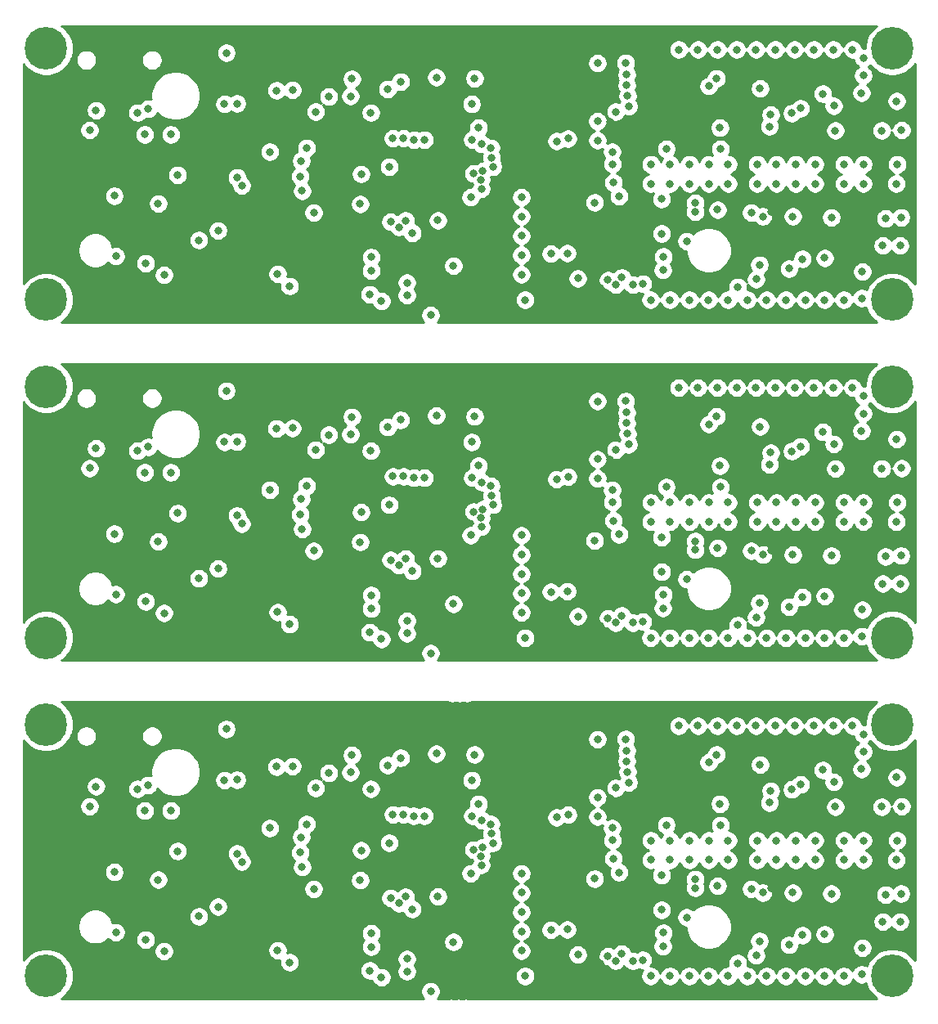
<source format=gbr>
G04 #@! TF.GenerationSoftware,KiCad,Pcbnew,(5.1.5)-3*
G04 #@! TF.CreationDate,2020-05-17T20:08:28+05:30*
G04 #@! TF.ProjectId,panel,70616e65-6c2e-46b6-9963-61645f706362,rev?*
G04 #@! TF.SameCoordinates,Original*
G04 #@! TF.FileFunction,Copper,L3,Inr*
G04 #@! TF.FilePolarity,Positive*
%FSLAX46Y46*%
G04 Gerber Fmt 4.6, Leading zero omitted, Abs format (unit mm)*
G04 Created by KiCad (PCBNEW (5.1.5)-3) date 2020-05-17 20:08:28*
%MOMM*%
%LPD*%
G04 APERTURE LIST*
%ADD10C,0.700000*%
%ADD11C,4.400000*%
%ADD12C,0.800000*%
%ADD13C,0.254000*%
G04 APERTURE END LIST*
D10*
X222166726Y-152833274D03*
X221000000Y-152350000D03*
X219833274Y-152833274D03*
X219350000Y-154000000D03*
X219833274Y-155166726D03*
X221000000Y-155650000D03*
X222166726Y-155166726D03*
X222650000Y-154000000D03*
D11*
X221000000Y-154000000D03*
D10*
X222166726Y-117833274D03*
X221000000Y-117350000D03*
X219833274Y-117833274D03*
X219350000Y-119000000D03*
X219833274Y-120166726D03*
X221000000Y-120650000D03*
X222166726Y-120166726D03*
X222650000Y-119000000D03*
D11*
X221000000Y-119000000D03*
D10*
X222166726Y-126833274D03*
X221000000Y-126350000D03*
X219833274Y-126833274D03*
X219350000Y-128000000D03*
X219833274Y-129166726D03*
X221000000Y-129650000D03*
X222166726Y-129166726D03*
X222650000Y-128000000D03*
D11*
X221000000Y-128000000D03*
D10*
X222166726Y-91833274D03*
X221000000Y-91350000D03*
X219833274Y-91833274D03*
X219350000Y-93000000D03*
X219833274Y-94166726D03*
X221000000Y-94650000D03*
X222166726Y-94166726D03*
X222650000Y-93000000D03*
D11*
X221000000Y-93000000D03*
X133400000Y-128000000D03*
D10*
X135050000Y-128000000D03*
X134566726Y-129166726D03*
X133400000Y-129650000D03*
X132233274Y-129166726D03*
X131750000Y-128000000D03*
X132233274Y-126833274D03*
X133400000Y-126350000D03*
X134566726Y-126833274D03*
D11*
X133400000Y-93000000D03*
D10*
X135050000Y-93000000D03*
X134566726Y-94166726D03*
X133400000Y-94650000D03*
X132233274Y-94166726D03*
X131750000Y-93000000D03*
X132233274Y-91833274D03*
X133400000Y-91350000D03*
X134566726Y-91833274D03*
X134566726Y-152833274D03*
X133400000Y-152350000D03*
X132233274Y-152833274D03*
X131750000Y-154000000D03*
X132233274Y-155166726D03*
X133400000Y-155650000D03*
X134566726Y-155166726D03*
X135050000Y-154000000D03*
D11*
X133400000Y-154000000D03*
D10*
X134566726Y-117833274D03*
X133400000Y-117350000D03*
X132233274Y-117833274D03*
X131750000Y-119000000D03*
X132233274Y-120166726D03*
X133400000Y-120650000D03*
X134566726Y-120166726D03*
X135050000Y-119000000D03*
D11*
X133400000Y-119000000D03*
X221000000Y-84000000D03*
D10*
X222650000Y-84000000D03*
X222166726Y-85166726D03*
X221000000Y-85650000D03*
X219833274Y-85166726D03*
X219350000Y-84000000D03*
X219833274Y-82833274D03*
X221000000Y-82350000D03*
X222166726Y-82833274D03*
D11*
X221000000Y-58000000D03*
D10*
X222650000Y-58000000D03*
X222166726Y-59166726D03*
X221000000Y-59650000D03*
X219833274Y-59166726D03*
X219350000Y-58000000D03*
X219833274Y-56833274D03*
X221000000Y-56350000D03*
X222166726Y-56833274D03*
D11*
X133400000Y-84000000D03*
D10*
X135050000Y-84000000D03*
X134566726Y-85166726D03*
X133400000Y-85650000D03*
X132233274Y-85166726D03*
X131750000Y-84000000D03*
X132233274Y-82833274D03*
X133400000Y-82350000D03*
X134566726Y-82833274D03*
X134566726Y-56833274D03*
X133400000Y-56350000D03*
X132233274Y-56833274D03*
X131750000Y-58000000D03*
X132233274Y-59166726D03*
X133400000Y-59650000D03*
X134566726Y-59166726D03*
X135050000Y-58000000D03*
D11*
X133400000Y-58000000D03*
D12*
X218000000Y-72000000D03*
X209000000Y-72000000D03*
X207000000Y-72000000D03*
X204000000Y-72000000D03*
X202000000Y-72000000D03*
X200000000Y-72000000D03*
X198000000Y-72000000D03*
X196000000Y-72000000D03*
X192120010Y-71879990D03*
X182600000Y-73400000D03*
X182600000Y-75400000D03*
X182600000Y-77400000D03*
X182600000Y-79400000D03*
X182600000Y-81400000D03*
X182979999Y-84020001D03*
X195979999Y-84020001D03*
X197979999Y-84020001D03*
X199979999Y-84020001D03*
X201979999Y-84020001D03*
X203979999Y-84020001D03*
X205979999Y-84020001D03*
X207979999Y-84020001D03*
X209979999Y-84020001D03*
X211979999Y-84020001D03*
X213979999Y-84020001D03*
X215979999Y-84020001D03*
X217850000Y-83850000D03*
X211000000Y-72000000D03*
X213000000Y-72000000D03*
X216000000Y-72000000D03*
X218000000Y-70000000D03*
X216000000Y-70000000D03*
X213000000Y-70000000D03*
X211000000Y-70000000D03*
X209000000Y-70000000D03*
X207000000Y-70000000D03*
X204000000Y-70000000D03*
X202000000Y-70000000D03*
X200000000Y-70000000D03*
X198000000Y-70000000D03*
X196000000Y-70000000D03*
X192029999Y-69970001D03*
X190479999Y-67520001D03*
X190479999Y-65520001D03*
X190479999Y-59520001D03*
X198879999Y-58120001D03*
X200879999Y-58120001D03*
X202879999Y-58120001D03*
X204879999Y-58120001D03*
X206879999Y-58120001D03*
X208879999Y-58120001D03*
X210879999Y-58120001D03*
X212879999Y-58120001D03*
X214879999Y-58120001D03*
X216879999Y-58120001D03*
X218000000Y-59000000D03*
X218000000Y-60800000D03*
X217900000Y-81100000D03*
X221400000Y-72000000D03*
X221500000Y-70000000D03*
X207300000Y-62150000D03*
X208275000Y-66075000D03*
X203150000Y-66200000D03*
X203200000Y-68400000D03*
X210600000Y-64700000D03*
X211500000Y-64200000D03*
X213800000Y-62700000D03*
X217800000Y-62600000D03*
X219900000Y-66500000D03*
X221900000Y-75500000D03*
X221800000Y-78400000D03*
X220000000Y-78400000D03*
X220300000Y-75600000D03*
X214700000Y-75500000D03*
X211700000Y-79800000D03*
X214000000Y-79700000D03*
X210300000Y-80800000D03*
X206900000Y-81900000D03*
X210700000Y-75400000D03*
X207600000Y-75400000D03*
X206400000Y-75000000D03*
X202900000Y-74700000D03*
X200600000Y-74000000D03*
X200600000Y-74900000D03*
X197100000Y-73600000D03*
X193400000Y-59500000D03*
X192000000Y-68700000D03*
X205000000Y-82700000D03*
X199700000Y-77950000D03*
X197250000Y-80950000D03*
X197118552Y-77176810D03*
X188450000Y-81800000D03*
X185650000Y-79250000D03*
X187350000Y-79200000D03*
X178150000Y-66200000D03*
X177500000Y-67450000D03*
X168750000Y-62200000D03*
X169300000Y-67300000D03*
X165050000Y-61150000D03*
X170100000Y-61450000D03*
X177350000Y-73400000D03*
X165900000Y-74100000D03*
X160350000Y-68300000D03*
X159800000Y-69650000D03*
X159700000Y-71250000D03*
X159900000Y-72750000D03*
X161300000Y-64550000D03*
X162650000Y-63000000D03*
X164900000Y-62950000D03*
X167000000Y-64650000D03*
X173950000Y-75800000D03*
X142850000Y-64650000D03*
X138550000Y-64400000D03*
X143600000Y-66900000D03*
X147000000Y-71100000D03*
X166900000Y-83450000D03*
X175550000Y-80500000D03*
X158900000Y-62300000D03*
X157250000Y-62350000D03*
X152050000Y-58450000D03*
X151850000Y-63750000D03*
X153150000Y-63700000D03*
X145600000Y-81455000D03*
X149200000Y-77850000D03*
X151200000Y-76850000D03*
X157350000Y-81350000D03*
X158600000Y-82600000D03*
X140600000Y-79500000D03*
X145000000Y-74050000D03*
X221450000Y-63450000D03*
X221950000Y-66450000D03*
X137900000Y-66450000D03*
X191561671Y-81977677D03*
X166000000Y-71000000D03*
X192350000Y-64550000D03*
X215100000Y-66500000D03*
X156550000Y-68700000D03*
X192700000Y-73300000D03*
X197600000Y-68400000D03*
X178440118Y-71606003D03*
X151850000Y-98750000D03*
X151850000Y-133750000D03*
X153150000Y-98700000D03*
X153150000Y-133700000D03*
X158600000Y-117600000D03*
X158600000Y-152600000D03*
X149200000Y-112850000D03*
X149200000Y-147850000D03*
X145000000Y-109050000D03*
X145000000Y-144050000D03*
X137900000Y-101450000D03*
X137900000Y-136450000D03*
X166000000Y-106000000D03*
X166000000Y-141000000D03*
X192700000Y-108300000D03*
X192700000Y-143300000D03*
X192350000Y-99550000D03*
X192350000Y-134550000D03*
X145600000Y-116455000D03*
X145600000Y-151455000D03*
X157350000Y-116350000D03*
X157350000Y-151350000D03*
X221950000Y-101450000D03*
X221950000Y-136450000D03*
X151200000Y-111850000D03*
X151200000Y-146850000D03*
X191561671Y-116977677D03*
X191561671Y-151977677D03*
X140600000Y-114500000D03*
X140600000Y-149500000D03*
X221450000Y-98450000D03*
X221450000Y-133450000D03*
X156550000Y-103700000D03*
X156550000Y-138700000D03*
X215100000Y-101500000D03*
X215100000Y-136500000D03*
X197600000Y-103400000D03*
X197600000Y-138400000D03*
X178440118Y-106606003D03*
X178440118Y-141606003D03*
X175550000Y-115500000D03*
X175550000Y-150500000D03*
X158900000Y-97300000D03*
X158900000Y-132300000D03*
X157250000Y-97350000D03*
X157250000Y-132350000D03*
X152050000Y-93450000D03*
X152050000Y-128450000D03*
X204000000Y-107000000D03*
X204000000Y-142000000D03*
X209000000Y-107000000D03*
X209000000Y-142000000D03*
X196000000Y-107000000D03*
X196000000Y-142000000D03*
X182600000Y-108400000D03*
X182600000Y-143400000D03*
X218000000Y-107000000D03*
X218000000Y-142000000D03*
X207000000Y-107000000D03*
X207000000Y-142000000D03*
X200000000Y-107000000D03*
X200000000Y-142000000D03*
X192120010Y-106879990D03*
X192120010Y-141879990D03*
X198000000Y-107000000D03*
X198000000Y-142000000D03*
X202000000Y-107000000D03*
X202000000Y-142000000D03*
X182600000Y-110400000D03*
X182600000Y-145400000D03*
X182600000Y-112400000D03*
X182600000Y-147400000D03*
X182600000Y-114400000D03*
X182600000Y-149400000D03*
X182600000Y-116400000D03*
X182600000Y-151400000D03*
X195979999Y-119020001D03*
X195979999Y-154020001D03*
X197979999Y-119020001D03*
X197979999Y-154020001D03*
X199979999Y-119020001D03*
X199979999Y-154020001D03*
X182979999Y-119020001D03*
X182979999Y-154020001D03*
X203979999Y-119020001D03*
X203979999Y-154020001D03*
X216000000Y-107000000D03*
X216000000Y-142000000D03*
X207979999Y-119020001D03*
X207979999Y-154020001D03*
X213000000Y-107000000D03*
X213000000Y-142000000D03*
X190479999Y-100520001D03*
X190479999Y-135520001D03*
X211000000Y-105000000D03*
X211000000Y-140000000D03*
X218000000Y-105000000D03*
X218000000Y-140000000D03*
X200000000Y-105000000D03*
X200000000Y-140000000D03*
X201979999Y-119020001D03*
X201979999Y-154020001D03*
X209000000Y-105000000D03*
X209000000Y-140000000D03*
X200879999Y-93120001D03*
X200879999Y-128120001D03*
X209979999Y-119020001D03*
X209979999Y-154020001D03*
X215979999Y-119020001D03*
X215979999Y-154020001D03*
X196000000Y-105000000D03*
X196000000Y-140000000D03*
X190479999Y-102520001D03*
X190479999Y-137520001D03*
X211979999Y-119020001D03*
X211979999Y-154020001D03*
X205979999Y-119020001D03*
X205979999Y-154020001D03*
X213979999Y-119020001D03*
X213979999Y-154020001D03*
X216000000Y-105000000D03*
X216000000Y-140000000D03*
X211000000Y-107000000D03*
X211000000Y-142000000D03*
X192029999Y-104970001D03*
X192029999Y-139970001D03*
X190479999Y-94520001D03*
X190479999Y-129520001D03*
X207000000Y-105000000D03*
X207000000Y-140000000D03*
X204000000Y-105000000D03*
X204000000Y-140000000D03*
X202000000Y-105000000D03*
X202000000Y-140000000D03*
X213000000Y-105000000D03*
X213000000Y-140000000D03*
X198000000Y-105000000D03*
X198000000Y-140000000D03*
X198879999Y-93120001D03*
X198879999Y-128120001D03*
X217850000Y-118850000D03*
X217850000Y-153850000D03*
X202879999Y-93120001D03*
X202879999Y-128120001D03*
X204879999Y-93120001D03*
X204879999Y-128120001D03*
X211500000Y-99200000D03*
X211500000Y-134200000D03*
X206879999Y-93120001D03*
X206879999Y-128120001D03*
X219900000Y-101500000D03*
X219900000Y-136500000D03*
X218000000Y-95800000D03*
X218000000Y-130800000D03*
X212879999Y-93120001D03*
X212879999Y-128120001D03*
X221500000Y-105000000D03*
X221500000Y-140000000D03*
X220000000Y-113400000D03*
X220000000Y-148400000D03*
X221800000Y-113400000D03*
X221800000Y-148400000D03*
X220300000Y-110600000D03*
X220300000Y-145600000D03*
X210300000Y-115800000D03*
X210300000Y-150800000D03*
X214700000Y-110500000D03*
X214700000Y-145500000D03*
X221900000Y-110500000D03*
X221900000Y-145500000D03*
X210700000Y-110400000D03*
X210700000Y-145400000D03*
X207600000Y-110400000D03*
X207600000Y-145400000D03*
X214000000Y-114700000D03*
X214000000Y-149700000D03*
X206400000Y-110000000D03*
X206400000Y-145000000D03*
X217900000Y-116100000D03*
X217900000Y-151100000D03*
X216879999Y-93120001D03*
X216879999Y-128120001D03*
X207300000Y-97150000D03*
X207300000Y-132150000D03*
X208879999Y-93120001D03*
X208879999Y-128120001D03*
X218000000Y-94000000D03*
X218000000Y-129000000D03*
X203200000Y-103400000D03*
X203200000Y-138400000D03*
X210879999Y-93120001D03*
X210879999Y-128120001D03*
X213800000Y-97700000D03*
X213800000Y-132700000D03*
X217800000Y-97600000D03*
X217800000Y-132600000D03*
X203150000Y-101200000D03*
X203150000Y-136200000D03*
X210600000Y-99700000D03*
X210600000Y-134700000D03*
X211700000Y-114800000D03*
X211700000Y-149800000D03*
X206900000Y-116900000D03*
X206900000Y-151900000D03*
X214879999Y-93120001D03*
X214879999Y-128120001D03*
X221400000Y-107000000D03*
X221400000Y-142000000D03*
X208275000Y-101075000D03*
X208275000Y-136075000D03*
X142850000Y-99650000D03*
X142850000Y-134650000D03*
X165050000Y-96150000D03*
X165050000Y-131150000D03*
X165900000Y-109100000D03*
X165900000Y-144100000D03*
X138550000Y-99400000D03*
X138550000Y-134400000D03*
X188450000Y-116800000D03*
X188450000Y-151800000D03*
X197100000Y-108600000D03*
X197100000Y-143600000D03*
X200600000Y-109000000D03*
X200600000Y-144000000D03*
X205000000Y-117700000D03*
X205000000Y-152700000D03*
X168750000Y-97200000D03*
X168750000Y-132200000D03*
X177350000Y-108400000D03*
X177350000Y-143400000D03*
X159800000Y-104650000D03*
X159800000Y-139650000D03*
X185650000Y-114250000D03*
X185650000Y-149250000D03*
X197118552Y-112176810D03*
X197118552Y-147176810D03*
X169300000Y-102300000D03*
X169300000Y-137300000D03*
X160350000Y-103300000D03*
X160350000Y-138300000D03*
X164900000Y-97950000D03*
X164900000Y-132950000D03*
X167000000Y-99650000D03*
X167000000Y-134650000D03*
X200600000Y-109900000D03*
X200600000Y-144900000D03*
X202900000Y-109700000D03*
X202900000Y-144700000D03*
X199700000Y-112950000D03*
X199700000Y-147950000D03*
X170100000Y-96450000D03*
X170100000Y-131450000D03*
X192000000Y-103700000D03*
X192000000Y-138700000D03*
X197250000Y-115950000D03*
X197250000Y-150950000D03*
X187350000Y-114200000D03*
X187350000Y-149200000D03*
X178150000Y-101200000D03*
X178150000Y-136200000D03*
X159700000Y-106250000D03*
X159700000Y-141250000D03*
X177500000Y-102450000D03*
X177500000Y-137450000D03*
X159900000Y-107750000D03*
X159900000Y-142750000D03*
X161300000Y-99550000D03*
X161300000Y-134550000D03*
X193400000Y-94500000D03*
X193400000Y-129500000D03*
X162650000Y-98000000D03*
X162650000Y-133000000D03*
X173950000Y-110800000D03*
X173950000Y-145800000D03*
X166900000Y-118450000D03*
X166900000Y-153450000D03*
X143600000Y-101900000D03*
X143600000Y-136900000D03*
X147000000Y-106100000D03*
X147000000Y-141100000D03*
X168900000Y-70250000D03*
X161100000Y-75000000D03*
X161100000Y-110000000D03*
X161100000Y-145000000D03*
X168900000Y-105250000D03*
X168900000Y-140250000D03*
X208450000Y-74950000D03*
X195950000Y-74650000D03*
X175550000Y-65300000D03*
X173450000Y-62400000D03*
X167500000Y-63200000D03*
X174000000Y-78650000D03*
X159050000Y-58750000D03*
X154800000Y-58700000D03*
X150050000Y-83400000D03*
X164850000Y-72850000D03*
X191750000Y-65600000D03*
X175250000Y-75550000D03*
X168250000Y-66150000D03*
X166150000Y-67000000D03*
X190800000Y-82750000D03*
X208450000Y-109950000D03*
X208450000Y-144950000D03*
X195950000Y-109650000D03*
X195950000Y-144650000D03*
X175550000Y-100300000D03*
X175550000Y-135300000D03*
X167500000Y-98200000D03*
X167500000Y-133200000D03*
X175250000Y-110550000D03*
X175250000Y-145550000D03*
X164850000Y-107850000D03*
X164850000Y-142850000D03*
X154800000Y-93700000D03*
X154800000Y-128700000D03*
X190800000Y-117750000D03*
X190800000Y-152750000D03*
X174000000Y-113650000D03*
X174000000Y-148650000D03*
X191750000Y-100600000D03*
X191750000Y-135600000D03*
X166150000Y-102000000D03*
X166150000Y-137000000D03*
X159050000Y-93750000D03*
X159050000Y-128750000D03*
X173450000Y-97400000D03*
X173450000Y-132400000D03*
X168250000Y-101150000D03*
X168250000Y-136150000D03*
X150050000Y-118400000D03*
X150050000Y-153400000D03*
X143700000Y-80250000D03*
X140450000Y-73250000D03*
X143950000Y-64250000D03*
X146300000Y-66900000D03*
X143950000Y-99250000D03*
X143950000Y-134250000D03*
X146300000Y-101900000D03*
X146300000Y-136900000D03*
X143700000Y-115250000D03*
X143700000Y-150250000D03*
X140450000Y-108250000D03*
X140450000Y-143250000D03*
X193500000Y-60700000D03*
X179650000Y-70250000D03*
X179650000Y-105250000D03*
X179650000Y-140250000D03*
X193500000Y-95700000D03*
X193500000Y-130700000D03*
X193500000Y-61800000D03*
X178600000Y-70700000D03*
X178600000Y-105700000D03*
X178600000Y-140700000D03*
X193500000Y-96800000D03*
X193500000Y-131800000D03*
X177750000Y-61100000D03*
X177750000Y-96100000D03*
X177750000Y-131100000D03*
X173800000Y-61000000D03*
X178500000Y-67900000D03*
X177450000Y-63750000D03*
X178500000Y-102900000D03*
X178500000Y-137900000D03*
X177450000Y-98750000D03*
X177450000Y-133750000D03*
X173800000Y-96000000D03*
X173800000Y-131000000D03*
X202800000Y-61100000D03*
X172550000Y-67450000D03*
X153150000Y-71350000D03*
X153150000Y-106350000D03*
X153150000Y-141350000D03*
X202800000Y-96100000D03*
X202800000Y-131100000D03*
X172550000Y-102450000D03*
X172550000Y-137450000D03*
X202000000Y-61900000D03*
X171450000Y-67450000D03*
X153650000Y-72200000D03*
X153650000Y-107200000D03*
X153650000Y-142200000D03*
X202000000Y-96900000D03*
X202000000Y-131900000D03*
X171450000Y-102450000D03*
X171450000Y-137450000D03*
X170400000Y-67300000D03*
X170400000Y-102300000D03*
X170400000Y-137300000D03*
X177650000Y-70950000D03*
X167050000Y-79600000D03*
X167050000Y-114600000D03*
X167050000Y-149600000D03*
X177650000Y-105950000D03*
X177650000Y-140950000D03*
X193600000Y-62900000D03*
X179500000Y-69300000D03*
X186250000Y-67600000D03*
X193600000Y-97900000D03*
X193600000Y-132900000D03*
X179500000Y-104300000D03*
X179500000Y-139300000D03*
X186250000Y-102600000D03*
X186250000Y-137600000D03*
X193700000Y-64000000D03*
X179450000Y-68300000D03*
X187431084Y-67331084D03*
X193700000Y-99000000D03*
X193700000Y-134000000D03*
X187431084Y-102331084D03*
X187431084Y-137331084D03*
X179450000Y-103300000D03*
X179450000Y-138300000D03*
X190181388Y-73945000D03*
X178451567Y-72525934D03*
X178451567Y-107525934D03*
X178451567Y-142525934D03*
X190181388Y-108945000D03*
X190181388Y-143945000D03*
X170750000Y-83550000D03*
X194150000Y-82450000D03*
X173200000Y-85600000D03*
X171300000Y-77100000D03*
X171300000Y-112100000D03*
X171300000Y-147100000D03*
X170750000Y-118550000D03*
X170750000Y-153550000D03*
X194150000Y-117450000D03*
X194150000Y-152450000D03*
X173200000Y-120600000D03*
X173200000Y-155600000D03*
X192978973Y-81713182D03*
X170595000Y-75816168D03*
X167050000Y-81000000D03*
X167050000Y-116000000D03*
X167050000Y-151000000D03*
X192978973Y-116713182D03*
X192978973Y-151713182D03*
X170595000Y-110816168D03*
X170595000Y-145816168D03*
X169900000Y-76500000D03*
X170750000Y-82250000D03*
X192354990Y-82443581D03*
X192354990Y-117443581D03*
X192354990Y-152443581D03*
X169900000Y-111500000D03*
X169900000Y-146500000D03*
X170750000Y-117250000D03*
X170750000Y-152250000D03*
X169050000Y-75950000D03*
X195150000Y-82350000D03*
X168100000Y-84150000D03*
X195150000Y-117350000D03*
X195150000Y-152350000D03*
X169050000Y-110950000D03*
X169050000Y-145950000D03*
X168100000Y-119150000D03*
X168100000Y-154150000D03*
X197300000Y-79550000D03*
X207250000Y-80400000D03*
X197300000Y-114550000D03*
X197300000Y-149550000D03*
X207250000Y-115400000D03*
X207250000Y-150400000D03*
X214950000Y-63950000D03*
X208400000Y-64850000D03*
X208400000Y-99850000D03*
X208400000Y-134850000D03*
X214950000Y-98950000D03*
X214950000Y-133950000D03*
D13*
G36*
X177162835Y-55685000D02*
G01*
X177337165Y-55685000D01*
X177462849Y-55660000D01*
X177787151Y-55660000D01*
X177912835Y-55685000D01*
X178087165Y-55685000D01*
X178212849Y-55660000D01*
X178537151Y-55660000D01*
X178662835Y-55685000D01*
X178837165Y-55685000D01*
X178962849Y-55660000D01*
X219399193Y-55660000D01*
X219192793Y-55797912D01*
X218797912Y-56192793D01*
X218487656Y-56657124D01*
X218273948Y-57173061D01*
X218165000Y-57720777D01*
X218165000Y-57977544D01*
X218101939Y-57965000D01*
X217904444Y-57965000D01*
X217875225Y-57818103D01*
X217797204Y-57629745D01*
X217683936Y-57460227D01*
X217539773Y-57316064D01*
X217370255Y-57202796D01*
X217181897Y-57124775D01*
X216981938Y-57085001D01*
X216778060Y-57085001D01*
X216578101Y-57124775D01*
X216389743Y-57202796D01*
X216220225Y-57316064D01*
X216076062Y-57460227D01*
X215962794Y-57629745D01*
X215884773Y-57818103D01*
X215879999Y-57842104D01*
X215875225Y-57818103D01*
X215797204Y-57629745D01*
X215683936Y-57460227D01*
X215539773Y-57316064D01*
X215370255Y-57202796D01*
X215181897Y-57124775D01*
X214981938Y-57085001D01*
X214778060Y-57085001D01*
X214578101Y-57124775D01*
X214389743Y-57202796D01*
X214220225Y-57316064D01*
X214076062Y-57460227D01*
X213962794Y-57629745D01*
X213884773Y-57818103D01*
X213879999Y-57842104D01*
X213875225Y-57818103D01*
X213797204Y-57629745D01*
X213683936Y-57460227D01*
X213539773Y-57316064D01*
X213370255Y-57202796D01*
X213181897Y-57124775D01*
X212981938Y-57085001D01*
X212778060Y-57085001D01*
X212578101Y-57124775D01*
X212389743Y-57202796D01*
X212220225Y-57316064D01*
X212076062Y-57460227D01*
X211962794Y-57629745D01*
X211884773Y-57818103D01*
X211879999Y-57842104D01*
X211875225Y-57818103D01*
X211797204Y-57629745D01*
X211683936Y-57460227D01*
X211539773Y-57316064D01*
X211370255Y-57202796D01*
X211181897Y-57124775D01*
X210981938Y-57085001D01*
X210778060Y-57085001D01*
X210578101Y-57124775D01*
X210389743Y-57202796D01*
X210220225Y-57316064D01*
X210076062Y-57460227D01*
X209962794Y-57629745D01*
X209884773Y-57818103D01*
X209879999Y-57842104D01*
X209875225Y-57818103D01*
X209797204Y-57629745D01*
X209683936Y-57460227D01*
X209539773Y-57316064D01*
X209370255Y-57202796D01*
X209181897Y-57124775D01*
X208981938Y-57085001D01*
X208778060Y-57085001D01*
X208578101Y-57124775D01*
X208389743Y-57202796D01*
X208220225Y-57316064D01*
X208076062Y-57460227D01*
X207962794Y-57629745D01*
X207884773Y-57818103D01*
X207879999Y-57842104D01*
X207875225Y-57818103D01*
X207797204Y-57629745D01*
X207683936Y-57460227D01*
X207539773Y-57316064D01*
X207370255Y-57202796D01*
X207181897Y-57124775D01*
X206981938Y-57085001D01*
X206778060Y-57085001D01*
X206578101Y-57124775D01*
X206389743Y-57202796D01*
X206220225Y-57316064D01*
X206076062Y-57460227D01*
X205962794Y-57629745D01*
X205884773Y-57818103D01*
X205879999Y-57842104D01*
X205875225Y-57818103D01*
X205797204Y-57629745D01*
X205683936Y-57460227D01*
X205539773Y-57316064D01*
X205370255Y-57202796D01*
X205181897Y-57124775D01*
X204981938Y-57085001D01*
X204778060Y-57085001D01*
X204578101Y-57124775D01*
X204389743Y-57202796D01*
X204220225Y-57316064D01*
X204076062Y-57460227D01*
X203962794Y-57629745D01*
X203884773Y-57818103D01*
X203879999Y-57842104D01*
X203875225Y-57818103D01*
X203797204Y-57629745D01*
X203683936Y-57460227D01*
X203539773Y-57316064D01*
X203370255Y-57202796D01*
X203181897Y-57124775D01*
X202981938Y-57085001D01*
X202778060Y-57085001D01*
X202578101Y-57124775D01*
X202389743Y-57202796D01*
X202220225Y-57316064D01*
X202076062Y-57460227D01*
X201962794Y-57629745D01*
X201884773Y-57818103D01*
X201879999Y-57842104D01*
X201875225Y-57818103D01*
X201797204Y-57629745D01*
X201683936Y-57460227D01*
X201539773Y-57316064D01*
X201370255Y-57202796D01*
X201181897Y-57124775D01*
X200981938Y-57085001D01*
X200778060Y-57085001D01*
X200578101Y-57124775D01*
X200389743Y-57202796D01*
X200220225Y-57316064D01*
X200076062Y-57460227D01*
X199962794Y-57629745D01*
X199884773Y-57818103D01*
X199879999Y-57842104D01*
X199875225Y-57818103D01*
X199797204Y-57629745D01*
X199683936Y-57460227D01*
X199539773Y-57316064D01*
X199370255Y-57202796D01*
X199181897Y-57124775D01*
X198981938Y-57085001D01*
X198778060Y-57085001D01*
X198578101Y-57124775D01*
X198389743Y-57202796D01*
X198220225Y-57316064D01*
X198076062Y-57460227D01*
X197962794Y-57629745D01*
X197884773Y-57818103D01*
X197844999Y-58018062D01*
X197844999Y-58221940D01*
X197884773Y-58421899D01*
X197962794Y-58610257D01*
X198076062Y-58779775D01*
X198220225Y-58923938D01*
X198389743Y-59037206D01*
X198578101Y-59115227D01*
X198778060Y-59155001D01*
X198981938Y-59155001D01*
X199181897Y-59115227D01*
X199370255Y-59037206D01*
X199539773Y-58923938D01*
X199683936Y-58779775D01*
X199797204Y-58610257D01*
X199875225Y-58421899D01*
X199879999Y-58397898D01*
X199884773Y-58421899D01*
X199962794Y-58610257D01*
X200076062Y-58779775D01*
X200220225Y-58923938D01*
X200389743Y-59037206D01*
X200578101Y-59115227D01*
X200778060Y-59155001D01*
X200981938Y-59155001D01*
X201181897Y-59115227D01*
X201370255Y-59037206D01*
X201539773Y-58923938D01*
X201683936Y-58779775D01*
X201797204Y-58610257D01*
X201875225Y-58421899D01*
X201879999Y-58397898D01*
X201884773Y-58421899D01*
X201962794Y-58610257D01*
X202076062Y-58779775D01*
X202220225Y-58923938D01*
X202389743Y-59037206D01*
X202578101Y-59115227D01*
X202778060Y-59155001D01*
X202981938Y-59155001D01*
X203181897Y-59115227D01*
X203370255Y-59037206D01*
X203539773Y-58923938D01*
X203683936Y-58779775D01*
X203797204Y-58610257D01*
X203875225Y-58421899D01*
X203879999Y-58397898D01*
X203884773Y-58421899D01*
X203962794Y-58610257D01*
X204076062Y-58779775D01*
X204220225Y-58923938D01*
X204389743Y-59037206D01*
X204578101Y-59115227D01*
X204778060Y-59155001D01*
X204981938Y-59155001D01*
X205181897Y-59115227D01*
X205370255Y-59037206D01*
X205539773Y-58923938D01*
X205683936Y-58779775D01*
X205797204Y-58610257D01*
X205875225Y-58421899D01*
X205879999Y-58397898D01*
X205884773Y-58421899D01*
X205962794Y-58610257D01*
X206076062Y-58779775D01*
X206220225Y-58923938D01*
X206389743Y-59037206D01*
X206578101Y-59115227D01*
X206778060Y-59155001D01*
X206981938Y-59155001D01*
X207181897Y-59115227D01*
X207370255Y-59037206D01*
X207539773Y-58923938D01*
X207683936Y-58779775D01*
X207797204Y-58610257D01*
X207875225Y-58421899D01*
X207879999Y-58397898D01*
X207884773Y-58421899D01*
X207962794Y-58610257D01*
X208076062Y-58779775D01*
X208220225Y-58923938D01*
X208389743Y-59037206D01*
X208578101Y-59115227D01*
X208778060Y-59155001D01*
X208981938Y-59155001D01*
X209181897Y-59115227D01*
X209370255Y-59037206D01*
X209539773Y-58923938D01*
X209683936Y-58779775D01*
X209797204Y-58610257D01*
X209875225Y-58421899D01*
X209879999Y-58397898D01*
X209884773Y-58421899D01*
X209962794Y-58610257D01*
X210076062Y-58779775D01*
X210220225Y-58923938D01*
X210389743Y-59037206D01*
X210578101Y-59115227D01*
X210778060Y-59155001D01*
X210981938Y-59155001D01*
X211181897Y-59115227D01*
X211370255Y-59037206D01*
X211539773Y-58923938D01*
X211683936Y-58779775D01*
X211797204Y-58610257D01*
X211875225Y-58421899D01*
X211879999Y-58397898D01*
X211884773Y-58421899D01*
X211962794Y-58610257D01*
X212076062Y-58779775D01*
X212220225Y-58923938D01*
X212389743Y-59037206D01*
X212578101Y-59115227D01*
X212778060Y-59155001D01*
X212981938Y-59155001D01*
X213181897Y-59115227D01*
X213370255Y-59037206D01*
X213539773Y-58923938D01*
X213683936Y-58779775D01*
X213797204Y-58610257D01*
X213875225Y-58421899D01*
X213879999Y-58397898D01*
X213884773Y-58421899D01*
X213962794Y-58610257D01*
X214076062Y-58779775D01*
X214220225Y-58923938D01*
X214389743Y-59037206D01*
X214578101Y-59115227D01*
X214778060Y-59155001D01*
X214981938Y-59155001D01*
X215181897Y-59115227D01*
X215370255Y-59037206D01*
X215539773Y-58923938D01*
X215683936Y-58779775D01*
X215797204Y-58610257D01*
X215875225Y-58421899D01*
X215879999Y-58397898D01*
X215884773Y-58421899D01*
X215962794Y-58610257D01*
X216076062Y-58779775D01*
X216220225Y-58923938D01*
X216389743Y-59037206D01*
X216578101Y-59115227D01*
X216778060Y-59155001D01*
X216975555Y-59155001D01*
X217004774Y-59301898D01*
X217082795Y-59490256D01*
X217196063Y-59659774D01*
X217340226Y-59803937D01*
X217483995Y-59900000D01*
X217340226Y-59996063D01*
X217196063Y-60140226D01*
X217082795Y-60309744D01*
X217004774Y-60498102D01*
X216965000Y-60698061D01*
X216965000Y-60901939D01*
X217004774Y-61101898D01*
X217082795Y-61290256D01*
X217196063Y-61459774D01*
X217340226Y-61603937D01*
X217401416Y-61644823D01*
X217309744Y-61682795D01*
X217140226Y-61796063D01*
X216996063Y-61940226D01*
X216882795Y-62109744D01*
X216804774Y-62298102D01*
X216765000Y-62498061D01*
X216765000Y-62701939D01*
X216804774Y-62901898D01*
X216882795Y-63090256D01*
X216996063Y-63259774D01*
X217140226Y-63403937D01*
X217309744Y-63517205D01*
X217498102Y-63595226D01*
X217698061Y-63635000D01*
X217901939Y-63635000D01*
X218101898Y-63595226D01*
X218290256Y-63517205D01*
X218459774Y-63403937D01*
X218515650Y-63348061D01*
X220415000Y-63348061D01*
X220415000Y-63551939D01*
X220454774Y-63751898D01*
X220532795Y-63940256D01*
X220646063Y-64109774D01*
X220790226Y-64253937D01*
X220959744Y-64367205D01*
X221148102Y-64445226D01*
X221348061Y-64485000D01*
X221551939Y-64485000D01*
X221751898Y-64445226D01*
X221940256Y-64367205D01*
X222109774Y-64253937D01*
X222253937Y-64109774D01*
X222367205Y-63940256D01*
X222445226Y-63751898D01*
X222485000Y-63551939D01*
X222485000Y-63348061D01*
X222445226Y-63148102D01*
X222367205Y-62959744D01*
X222253937Y-62790226D01*
X222109774Y-62646063D01*
X221940256Y-62532795D01*
X221751898Y-62454774D01*
X221551939Y-62415000D01*
X221348061Y-62415000D01*
X221148102Y-62454774D01*
X220959744Y-62532795D01*
X220790226Y-62646063D01*
X220646063Y-62790226D01*
X220532795Y-62959744D01*
X220454774Y-63148102D01*
X220415000Y-63348061D01*
X218515650Y-63348061D01*
X218603937Y-63259774D01*
X218717205Y-63090256D01*
X218795226Y-62901898D01*
X218835000Y-62701939D01*
X218835000Y-62498061D01*
X218795226Y-62298102D01*
X218717205Y-62109744D01*
X218603937Y-61940226D01*
X218459774Y-61796063D01*
X218398584Y-61755177D01*
X218490256Y-61717205D01*
X218659774Y-61603937D01*
X218803937Y-61459774D01*
X218917205Y-61290256D01*
X218995226Y-61101898D01*
X219035000Y-60901939D01*
X219035000Y-60698061D01*
X218995226Y-60498102D01*
X218917205Y-60309744D01*
X218803937Y-60140226D01*
X218659774Y-59996063D01*
X218516005Y-59900000D01*
X218659774Y-59803937D01*
X218741272Y-59722439D01*
X218797912Y-59807207D01*
X219192793Y-60202088D01*
X219657124Y-60512344D01*
X220173061Y-60726052D01*
X220720777Y-60835000D01*
X221279223Y-60835000D01*
X221826939Y-60726052D01*
X222342876Y-60512344D01*
X222807207Y-60202088D01*
X223202088Y-59807207D01*
X223340000Y-59600807D01*
X223340001Y-82399194D01*
X223202088Y-82192793D01*
X222807207Y-81797912D01*
X222342876Y-81487656D01*
X221826939Y-81273948D01*
X221279223Y-81165000D01*
X220720777Y-81165000D01*
X220173061Y-81273948D01*
X219657124Y-81487656D01*
X219192793Y-81797912D01*
X218797912Y-82192793D01*
X218487656Y-82657124D01*
X218366270Y-82950177D01*
X218340256Y-82932795D01*
X218151898Y-82854774D01*
X217951939Y-82815000D01*
X217748061Y-82815000D01*
X217548102Y-82854774D01*
X217359744Y-82932795D01*
X217190226Y-83046063D01*
X217046063Y-83190226D01*
X216932795Y-83359744D01*
X216875705Y-83497570D01*
X216783936Y-83360227D01*
X216639773Y-83216064D01*
X216470255Y-83102796D01*
X216281897Y-83024775D01*
X216081938Y-82985001D01*
X215878060Y-82985001D01*
X215678101Y-83024775D01*
X215489743Y-83102796D01*
X215320225Y-83216064D01*
X215176062Y-83360227D01*
X215062794Y-83529745D01*
X214984773Y-83718103D01*
X214979999Y-83742104D01*
X214975225Y-83718103D01*
X214897204Y-83529745D01*
X214783936Y-83360227D01*
X214639773Y-83216064D01*
X214470255Y-83102796D01*
X214281897Y-83024775D01*
X214081938Y-82985001D01*
X213878060Y-82985001D01*
X213678101Y-83024775D01*
X213489743Y-83102796D01*
X213320225Y-83216064D01*
X213176062Y-83360227D01*
X213062794Y-83529745D01*
X212984773Y-83718103D01*
X212979999Y-83742104D01*
X212975225Y-83718103D01*
X212897204Y-83529745D01*
X212783936Y-83360227D01*
X212639773Y-83216064D01*
X212470255Y-83102796D01*
X212281897Y-83024775D01*
X212081938Y-82985001D01*
X211878060Y-82985001D01*
X211678101Y-83024775D01*
X211489743Y-83102796D01*
X211320225Y-83216064D01*
X211176062Y-83360227D01*
X211062794Y-83529745D01*
X210984773Y-83718103D01*
X210979999Y-83742104D01*
X210975225Y-83718103D01*
X210897204Y-83529745D01*
X210783936Y-83360227D01*
X210639773Y-83216064D01*
X210470255Y-83102796D01*
X210281897Y-83024775D01*
X210081938Y-82985001D01*
X209878060Y-82985001D01*
X209678101Y-83024775D01*
X209489743Y-83102796D01*
X209320225Y-83216064D01*
X209176062Y-83360227D01*
X209062794Y-83529745D01*
X208984773Y-83718103D01*
X208979999Y-83742104D01*
X208975225Y-83718103D01*
X208897204Y-83529745D01*
X208783936Y-83360227D01*
X208639773Y-83216064D01*
X208470255Y-83102796D01*
X208281897Y-83024775D01*
X208081938Y-82985001D01*
X207878060Y-82985001D01*
X207678101Y-83024775D01*
X207489743Y-83102796D01*
X207320225Y-83216064D01*
X207176062Y-83360227D01*
X207062794Y-83529745D01*
X206984773Y-83718103D01*
X206979999Y-83742104D01*
X206975225Y-83718103D01*
X206897204Y-83529745D01*
X206783936Y-83360227D01*
X206639773Y-83216064D01*
X206470255Y-83102796D01*
X206281897Y-83024775D01*
X206081938Y-82985001D01*
X205998587Y-82985001D01*
X206035000Y-82801939D01*
X206035000Y-82598061D01*
X205998273Y-82413421D01*
X206096063Y-82559774D01*
X206240226Y-82703937D01*
X206409744Y-82817205D01*
X206598102Y-82895226D01*
X206798061Y-82935000D01*
X207001939Y-82935000D01*
X207201898Y-82895226D01*
X207390256Y-82817205D01*
X207559774Y-82703937D01*
X207703937Y-82559774D01*
X207817205Y-82390256D01*
X207895226Y-82201898D01*
X207935000Y-82001939D01*
X207935000Y-81798061D01*
X207895226Y-81598102D01*
X207817205Y-81409744D01*
X207750707Y-81310222D01*
X207909774Y-81203937D01*
X208053937Y-81059774D01*
X208167205Y-80890256D01*
X208245226Y-80701898D01*
X208245989Y-80698061D01*
X209265000Y-80698061D01*
X209265000Y-80901939D01*
X209304774Y-81101898D01*
X209382795Y-81290256D01*
X209496063Y-81459774D01*
X209640226Y-81603937D01*
X209809744Y-81717205D01*
X209998102Y-81795226D01*
X210198061Y-81835000D01*
X210401939Y-81835000D01*
X210601898Y-81795226D01*
X210790256Y-81717205D01*
X210959774Y-81603937D01*
X211103937Y-81459774D01*
X211217205Y-81290256D01*
X211295226Y-81101898D01*
X211315880Y-80998061D01*
X216865000Y-80998061D01*
X216865000Y-81201939D01*
X216904774Y-81401898D01*
X216982795Y-81590256D01*
X217096063Y-81759774D01*
X217240226Y-81903937D01*
X217409744Y-82017205D01*
X217598102Y-82095226D01*
X217798061Y-82135000D01*
X218001939Y-82135000D01*
X218201898Y-82095226D01*
X218390256Y-82017205D01*
X218559774Y-81903937D01*
X218703937Y-81759774D01*
X218817205Y-81590256D01*
X218895226Y-81401898D01*
X218935000Y-81201939D01*
X218935000Y-80998061D01*
X218895226Y-80798102D01*
X218817205Y-80609744D01*
X218703937Y-80440226D01*
X218559774Y-80296063D01*
X218390256Y-80182795D01*
X218201898Y-80104774D01*
X218001939Y-80065000D01*
X217798061Y-80065000D01*
X217598102Y-80104774D01*
X217409744Y-80182795D01*
X217240226Y-80296063D01*
X217096063Y-80440226D01*
X216982795Y-80609744D01*
X216904774Y-80798102D01*
X216865000Y-80998061D01*
X211315880Y-80998061D01*
X211335000Y-80901939D01*
X211335000Y-80769088D01*
X211398102Y-80795226D01*
X211598061Y-80835000D01*
X211801939Y-80835000D01*
X212001898Y-80795226D01*
X212190256Y-80717205D01*
X212359774Y-80603937D01*
X212503937Y-80459774D01*
X212617205Y-80290256D01*
X212695226Y-80101898D01*
X212735000Y-79901939D01*
X212735000Y-79698061D01*
X212715109Y-79598061D01*
X212965000Y-79598061D01*
X212965000Y-79801939D01*
X213004774Y-80001898D01*
X213082795Y-80190256D01*
X213196063Y-80359774D01*
X213340226Y-80503937D01*
X213509744Y-80617205D01*
X213698102Y-80695226D01*
X213898061Y-80735000D01*
X214101939Y-80735000D01*
X214301898Y-80695226D01*
X214490256Y-80617205D01*
X214659774Y-80503937D01*
X214803937Y-80359774D01*
X214917205Y-80190256D01*
X214995226Y-80001898D01*
X215035000Y-79801939D01*
X215035000Y-79598061D01*
X214995226Y-79398102D01*
X214917205Y-79209744D01*
X214803937Y-79040226D01*
X214659774Y-78896063D01*
X214490256Y-78782795D01*
X214301898Y-78704774D01*
X214101939Y-78665000D01*
X213898061Y-78665000D01*
X213698102Y-78704774D01*
X213509744Y-78782795D01*
X213340226Y-78896063D01*
X213196063Y-79040226D01*
X213082795Y-79209744D01*
X213004774Y-79398102D01*
X212965000Y-79598061D01*
X212715109Y-79598061D01*
X212695226Y-79498102D01*
X212617205Y-79309744D01*
X212503937Y-79140226D01*
X212359774Y-78996063D01*
X212190256Y-78882795D01*
X212001898Y-78804774D01*
X211801939Y-78765000D01*
X211598061Y-78765000D01*
X211398102Y-78804774D01*
X211209744Y-78882795D01*
X211040226Y-78996063D01*
X210896063Y-79140226D01*
X210782795Y-79309744D01*
X210704774Y-79498102D01*
X210665000Y-79698061D01*
X210665000Y-79830912D01*
X210601898Y-79804774D01*
X210401939Y-79765000D01*
X210198061Y-79765000D01*
X209998102Y-79804774D01*
X209809744Y-79882795D01*
X209640226Y-79996063D01*
X209496063Y-80140226D01*
X209382795Y-80309744D01*
X209304774Y-80498102D01*
X209265000Y-80698061D01*
X208245989Y-80698061D01*
X208285000Y-80501939D01*
X208285000Y-80298061D01*
X208245226Y-80098102D01*
X208167205Y-79909744D01*
X208053937Y-79740226D01*
X207909774Y-79596063D01*
X207740256Y-79482795D01*
X207551898Y-79404774D01*
X207351939Y-79365000D01*
X207148061Y-79365000D01*
X206948102Y-79404774D01*
X206759744Y-79482795D01*
X206590226Y-79596063D01*
X206446063Y-79740226D01*
X206332795Y-79909744D01*
X206254774Y-80098102D01*
X206215000Y-80298061D01*
X206215000Y-80501939D01*
X206254774Y-80701898D01*
X206332795Y-80890256D01*
X206399293Y-80989778D01*
X206240226Y-81096063D01*
X206096063Y-81240226D01*
X205982795Y-81409744D01*
X205904774Y-81598102D01*
X205865000Y-81798061D01*
X205865000Y-82001939D01*
X205901727Y-82186579D01*
X205803937Y-82040226D01*
X205659774Y-81896063D01*
X205490256Y-81782795D01*
X205301898Y-81704774D01*
X205101939Y-81665000D01*
X204898061Y-81665000D01*
X204698102Y-81704774D01*
X204509744Y-81782795D01*
X204340226Y-81896063D01*
X204196063Y-82040226D01*
X204082795Y-82209744D01*
X204004774Y-82398102D01*
X203965000Y-82598061D01*
X203965000Y-82801939D01*
X204001413Y-82985001D01*
X203878060Y-82985001D01*
X203678101Y-83024775D01*
X203489743Y-83102796D01*
X203320225Y-83216064D01*
X203176062Y-83360227D01*
X203062794Y-83529745D01*
X202984773Y-83718103D01*
X202979999Y-83742104D01*
X202975225Y-83718103D01*
X202897204Y-83529745D01*
X202783936Y-83360227D01*
X202639773Y-83216064D01*
X202470255Y-83102796D01*
X202281897Y-83024775D01*
X202081938Y-82985001D01*
X201878060Y-82985001D01*
X201678101Y-83024775D01*
X201489743Y-83102796D01*
X201320225Y-83216064D01*
X201176062Y-83360227D01*
X201062794Y-83529745D01*
X200984773Y-83718103D01*
X200979999Y-83742104D01*
X200975225Y-83718103D01*
X200897204Y-83529745D01*
X200783936Y-83360227D01*
X200639773Y-83216064D01*
X200470255Y-83102796D01*
X200281897Y-83024775D01*
X200081938Y-82985001D01*
X199878060Y-82985001D01*
X199678101Y-83024775D01*
X199489743Y-83102796D01*
X199320225Y-83216064D01*
X199176062Y-83360227D01*
X199062794Y-83529745D01*
X198984773Y-83718103D01*
X198979999Y-83742104D01*
X198975225Y-83718103D01*
X198897204Y-83529745D01*
X198783936Y-83360227D01*
X198639773Y-83216064D01*
X198470255Y-83102796D01*
X198281897Y-83024775D01*
X198081938Y-82985001D01*
X197878060Y-82985001D01*
X197678101Y-83024775D01*
X197489743Y-83102796D01*
X197320225Y-83216064D01*
X197176062Y-83360227D01*
X197062794Y-83529745D01*
X196984773Y-83718103D01*
X196979999Y-83742104D01*
X196975225Y-83718103D01*
X196897204Y-83529745D01*
X196783936Y-83360227D01*
X196639773Y-83216064D01*
X196470255Y-83102796D01*
X196281897Y-83024775D01*
X196081938Y-82985001D01*
X195970490Y-82985001D01*
X196067205Y-82840256D01*
X196145226Y-82651898D01*
X196185000Y-82451939D01*
X196185000Y-82248061D01*
X196145226Y-82048102D01*
X196067205Y-81859744D01*
X195953937Y-81690226D01*
X195809774Y-81546063D01*
X195640256Y-81432795D01*
X195451898Y-81354774D01*
X195251939Y-81315000D01*
X195048061Y-81315000D01*
X194848102Y-81354774D01*
X194659744Y-81432795D01*
X194559898Y-81499510D01*
X194451898Y-81454774D01*
X194251939Y-81415000D01*
X194048061Y-81415000D01*
X193977721Y-81428991D01*
X193974199Y-81411284D01*
X193896178Y-81222926D01*
X193782910Y-81053408D01*
X193638747Y-80909245D01*
X193547179Y-80848061D01*
X196215000Y-80848061D01*
X196215000Y-81051939D01*
X196254774Y-81251898D01*
X196332795Y-81440256D01*
X196446063Y-81609774D01*
X196590226Y-81753937D01*
X196759744Y-81867205D01*
X196948102Y-81945226D01*
X197148061Y-81985000D01*
X197351939Y-81985000D01*
X197551898Y-81945226D01*
X197740256Y-81867205D01*
X197909774Y-81753937D01*
X198053937Y-81609774D01*
X198167205Y-81440256D01*
X198245226Y-81251898D01*
X198285000Y-81051939D01*
X198285000Y-80848061D01*
X198245226Y-80648102D01*
X198167205Y-80459744D01*
X198053937Y-80290226D01*
X198038711Y-80275000D01*
X198103937Y-80209774D01*
X198217205Y-80040256D01*
X198295226Y-79851898D01*
X198335000Y-79651939D01*
X198335000Y-79448061D01*
X198295226Y-79248102D01*
X198217205Y-79059744D01*
X198103937Y-78890226D01*
X197959774Y-78746063D01*
X197790256Y-78632795D01*
X197601898Y-78554774D01*
X197401939Y-78515000D01*
X197198061Y-78515000D01*
X196998102Y-78554774D01*
X196809744Y-78632795D01*
X196640226Y-78746063D01*
X196496063Y-78890226D01*
X196382795Y-79059744D01*
X196304774Y-79248102D01*
X196265000Y-79448061D01*
X196265000Y-79651939D01*
X196304774Y-79851898D01*
X196382795Y-80040256D01*
X196496063Y-80209774D01*
X196511289Y-80225000D01*
X196446063Y-80290226D01*
X196332795Y-80459744D01*
X196254774Y-80648102D01*
X196215000Y-80848061D01*
X193547179Y-80848061D01*
X193469229Y-80795977D01*
X193280871Y-80717956D01*
X193080912Y-80678182D01*
X192877034Y-80678182D01*
X192677075Y-80717956D01*
X192488717Y-80795977D01*
X192319199Y-80909245D01*
X192175036Y-81053408D01*
X192133774Y-81115161D01*
X192051927Y-81060472D01*
X191863569Y-80982451D01*
X191663610Y-80942677D01*
X191459732Y-80942677D01*
X191259773Y-80982451D01*
X191071415Y-81060472D01*
X190901897Y-81173740D01*
X190757734Y-81317903D01*
X190644466Y-81487421D01*
X190566445Y-81675779D01*
X190526671Y-81875738D01*
X190526671Y-82079616D01*
X190566445Y-82279575D01*
X190644466Y-82467933D01*
X190757734Y-82637451D01*
X190901897Y-82781614D01*
X191071415Y-82894882D01*
X191259773Y-82972903D01*
X191459732Y-83012677D01*
X191490464Y-83012677D01*
X191551053Y-83103355D01*
X191695216Y-83247518D01*
X191864734Y-83360786D01*
X192053092Y-83438807D01*
X192253051Y-83478581D01*
X192456929Y-83478581D01*
X192656888Y-83438807D01*
X192845246Y-83360786D01*
X193014764Y-83247518D01*
X193158927Y-83103355D01*
X193250350Y-82966530D01*
X193346063Y-83109774D01*
X193490226Y-83253937D01*
X193659744Y-83367205D01*
X193848102Y-83445226D01*
X194048061Y-83485000D01*
X194251939Y-83485000D01*
X194451898Y-83445226D01*
X194640256Y-83367205D01*
X194740102Y-83300490D01*
X194848102Y-83345226D01*
X195048061Y-83385000D01*
X195159509Y-83385000D01*
X195062794Y-83529745D01*
X194984773Y-83718103D01*
X194944999Y-83918062D01*
X194944999Y-84121940D01*
X194984773Y-84321899D01*
X195062794Y-84510257D01*
X195176062Y-84679775D01*
X195320225Y-84823938D01*
X195489743Y-84937206D01*
X195678101Y-85015227D01*
X195878060Y-85055001D01*
X196081938Y-85055001D01*
X196281897Y-85015227D01*
X196470255Y-84937206D01*
X196639773Y-84823938D01*
X196783936Y-84679775D01*
X196897204Y-84510257D01*
X196975225Y-84321899D01*
X196979999Y-84297898D01*
X196984773Y-84321899D01*
X197062794Y-84510257D01*
X197176062Y-84679775D01*
X197320225Y-84823938D01*
X197489743Y-84937206D01*
X197678101Y-85015227D01*
X197878060Y-85055001D01*
X198081938Y-85055001D01*
X198281897Y-85015227D01*
X198470255Y-84937206D01*
X198639773Y-84823938D01*
X198783936Y-84679775D01*
X198897204Y-84510257D01*
X198975225Y-84321899D01*
X198979999Y-84297898D01*
X198984773Y-84321899D01*
X199062794Y-84510257D01*
X199176062Y-84679775D01*
X199320225Y-84823938D01*
X199489743Y-84937206D01*
X199678101Y-85015227D01*
X199878060Y-85055001D01*
X200081938Y-85055001D01*
X200281897Y-85015227D01*
X200470255Y-84937206D01*
X200639773Y-84823938D01*
X200783936Y-84679775D01*
X200897204Y-84510257D01*
X200975225Y-84321899D01*
X200979999Y-84297898D01*
X200984773Y-84321899D01*
X201062794Y-84510257D01*
X201176062Y-84679775D01*
X201320225Y-84823938D01*
X201489743Y-84937206D01*
X201678101Y-85015227D01*
X201878060Y-85055001D01*
X202081938Y-85055001D01*
X202281897Y-85015227D01*
X202470255Y-84937206D01*
X202639773Y-84823938D01*
X202783936Y-84679775D01*
X202897204Y-84510257D01*
X202975225Y-84321899D01*
X202979999Y-84297898D01*
X202984773Y-84321899D01*
X203062794Y-84510257D01*
X203176062Y-84679775D01*
X203320225Y-84823938D01*
X203489743Y-84937206D01*
X203678101Y-85015227D01*
X203878060Y-85055001D01*
X204081938Y-85055001D01*
X204281897Y-85015227D01*
X204470255Y-84937206D01*
X204639773Y-84823938D01*
X204783936Y-84679775D01*
X204897204Y-84510257D01*
X204975225Y-84321899D01*
X204979999Y-84297898D01*
X204984773Y-84321899D01*
X205062794Y-84510257D01*
X205176062Y-84679775D01*
X205320225Y-84823938D01*
X205489743Y-84937206D01*
X205678101Y-85015227D01*
X205878060Y-85055001D01*
X206081938Y-85055001D01*
X206281897Y-85015227D01*
X206470255Y-84937206D01*
X206639773Y-84823938D01*
X206783936Y-84679775D01*
X206897204Y-84510257D01*
X206975225Y-84321899D01*
X206979999Y-84297898D01*
X206984773Y-84321899D01*
X207062794Y-84510257D01*
X207176062Y-84679775D01*
X207320225Y-84823938D01*
X207489743Y-84937206D01*
X207678101Y-85015227D01*
X207878060Y-85055001D01*
X208081938Y-85055001D01*
X208281897Y-85015227D01*
X208470255Y-84937206D01*
X208639773Y-84823938D01*
X208783936Y-84679775D01*
X208897204Y-84510257D01*
X208975225Y-84321899D01*
X208979999Y-84297898D01*
X208984773Y-84321899D01*
X209062794Y-84510257D01*
X209176062Y-84679775D01*
X209320225Y-84823938D01*
X209489743Y-84937206D01*
X209678101Y-85015227D01*
X209878060Y-85055001D01*
X210081938Y-85055001D01*
X210281897Y-85015227D01*
X210470255Y-84937206D01*
X210639773Y-84823938D01*
X210783936Y-84679775D01*
X210897204Y-84510257D01*
X210975225Y-84321899D01*
X210979999Y-84297898D01*
X210984773Y-84321899D01*
X211062794Y-84510257D01*
X211176062Y-84679775D01*
X211320225Y-84823938D01*
X211489743Y-84937206D01*
X211678101Y-85015227D01*
X211878060Y-85055001D01*
X212081938Y-85055001D01*
X212281897Y-85015227D01*
X212470255Y-84937206D01*
X212639773Y-84823938D01*
X212783936Y-84679775D01*
X212897204Y-84510257D01*
X212975225Y-84321899D01*
X212979999Y-84297898D01*
X212984773Y-84321899D01*
X213062794Y-84510257D01*
X213176062Y-84679775D01*
X213320225Y-84823938D01*
X213489743Y-84937206D01*
X213678101Y-85015227D01*
X213878060Y-85055001D01*
X214081938Y-85055001D01*
X214281897Y-85015227D01*
X214470255Y-84937206D01*
X214639773Y-84823938D01*
X214783936Y-84679775D01*
X214897204Y-84510257D01*
X214975225Y-84321899D01*
X214979999Y-84297898D01*
X214984773Y-84321899D01*
X215062794Y-84510257D01*
X215176062Y-84679775D01*
X215320225Y-84823938D01*
X215489743Y-84937206D01*
X215678101Y-85015227D01*
X215878060Y-85055001D01*
X216081938Y-85055001D01*
X216281897Y-85015227D01*
X216470255Y-84937206D01*
X216639773Y-84823938D01*
X216783936Y-84679775D01*
X216897204Y-84510257D01*
X216954294Y-84372431D01*
X217046063Y-84509774D01*
X217190226Y-84653937D01*
X217359744Y-84767205D01*
X217548102Y-84845226D01*
X217748061Y-84885000D01*
X217951939Y-84885000D01*
X218151898Y-84845226D01*
X218268018Y-84797127D01*
X218273948Y-84826939D01*
X218487656Y-85342876D01*
X218797912Y-85807207D01*
X219192793Y-86202088D01*
X219399193Y-86340000D01*
X176862849Y-86340000D01*
X176737165Y-86315000D01*
X176562835Y-86315000D01*
X176437151Y-86340000D01*
X176112849Y-86340000D01*
X175987165Y-86315000D01*
X175812835Y-86315000D01*
X175687151Y-86340000D01*
X175362849Y-86340000D01*
X175237165Y-86315000D01*
X175062835Y-86315000D01*
X174937151Y-86340000D01*
X173923711Y-86340000D01*
X174003937Y-86259774D01*
X174117205Y-86090256D01*
X174195226Y-85901898D01*
X174235000Y-85701939D01*
X174235000Y-85498061D01*
X174195226Y-85298102D01*
X174117205Y-85109744D01*
X174003937Y-84940226D01*
X173859774Y-84796063D01*
X173690256Y-84682795D01*
X173501898Y-84604774D01*
X173301939Y-84565000D01*
X173098061Y-84565000D01*
X172898102Y-84604774D01*
X172709744Y-84682795D01*
X172540226Y-84796063D01*
X172396063Y-84940226D01*
X172282795Y-85109744D01*
X172204774Y-85298102D01*
X172165000Y-85498061D01*
X172165000Y-85701939D01*
X172204774Y-85901898D01*
X172282795Y-86090256D01*
X172396063Y-86259774D01*
X172476289Y-86340000D01*
X135000807Y-86340000D01*
X135207207Y-86202088D01*
X135602088Y-85807207D01*
X135912344Y-85342876D01*
X136126052Y-84826939D01*
X136235000Y-84279223D01*
X136235000Y-83720777D01*
X136126052Y-83173061D01*
X135912344Y-82657124D01*
X135602088Y-82192793D01*
X135207207Y-81797912D01*
X134742876Y-81487656D01*
X134417935Y-81353061D01*
X144565000Y-81353061D01*
X144565000Y-81556939D01*
X144604774Y-81756898D01*
X144682795Y-81945256D01*
X144796063Y-82114774D01*
X144940226Y-82258937D01*
X145109744Y-82372205D01*
X145298102Y-82450226D01*
X145498061Y-82490000D01*
X145701939Y-82490000D01*
X145901898Y-82450226D01*
X146090256Y-82372205D01*
X146259774Y-82258937D01*
X146403937Y-82114774D01*
X146517205Y-81945256D01*
X146595226Y-81756898D01*
X146635000Y-81556939D01*
X146635000Y-81353061D01*
X146614115Y-81248061D01*
X156315000Y-81248061D01*
X156315000Y-81451939D01*
X156354774Y-81651898D01*
X156432795Y-81840256D01*
X156546063Y-82009774D01*
X156690226Y-82153937D01*
X156859744Y-82267205D01*
X157048102Y-82345226D01*
X157248061Y-82385000D01*
X157451939Y-82385000D01*
X157593073Y-82356927D01*
X157565000Y-82498061D01*
X157565000Y-82701939D01*
X157604774Y-82901898D01*
X157682795Y-83090256D01*
X157796063Y-83259774D01*
X157940226Y-83403937D01*
X158109744Y-83517205D01*
X158298102Y-83595226D01*
X158498061Y-83635000D01*
X158701939Y-83635000D01*
X158901898Y-83595226D01*
X159090256Y-83517205D01*
X159259774Y-83403937D01*
X159315650Y-83348061D01*
X165865000Y-83348061D01*
X165865000Y-83551939D01*
X165904774Y-83751898D01*
X165982795Y-83940256D01*
X166096063Y-84109774D01*
X166240226Y-84253937D01*
X166409744Y-84367205D01*
X166598102Y-84445226D01*
X166798061Y-84485000D01*
X167001939Y-84485000D01*
X167109614Y-84463582D01*
X167182795Y-84640256D01*
X167296063Y-84809774D01*
X167440226Y-84953937D01*
X167609744Y-85067205D01*
X167798102Y-85145226D01*
X167998061Y-85185000D01*
X168201939Y-85185000D01*
X168401898Y-85145226D01*
X168590256Y-85067205D01*
X168759774Y-84953937D01*
X168903937Y-84809774D01*
X169017205Y-84640256D01*
X169095226Y-84451898D01*
X169135000Y-84251939D01*
X169135000Y-84048061D01*
X169095226Y-83848102D01*
X169017205Y-83659744D01*
X168903937Y-83490226D01*
X168759774Y-83346063D01*
X168590256Y-83232795D01*
X168401898Y-83154774D01*
X168201939Y-83115000D01*
X167998061Y-83115000D01*
X167890386Y-83136418D01*
X167817205Y-82959744D01*
X167703937Y-82790226D01*
X167559774Y-82646063D01*
X167390256Y-82532795D01*
X167201898Y-82454774D01*
X167001939Y-82415000D01*
X166798061Y-82415000D01*
X166598102Y-82454774D01*
X166409744Y-82532795D01*
X166240226Y-82646063D01*
X166096063Y-82790226D01*
X165982795Y-82959744D01*
X165904774Y-83148102D01*
X165865000Y-83348061D01*
X159315650Y-83348061D01*
X159403937Y-83259774D01*
X159517205Y-83090256D01*
X159595226Y-82901898D01*
X159635000Y-82701939D01*
X159635000Y-82498061D01*
X159595226Y-82298102D01*
X159533077Y-82148061D01*
X169715000Y-82148061D01*
X169715000Y-82351939D01*
X169754774Y-82551898D01*
X169832795Y-82740256D01*
X169939532Y-82900000D01*
X169832795Y-83059744D01*
X169754774Y-83248102D01*
X169715000Y-83448061D01*
X169715000Y-83651939D01*
X169754774Y-83851898D01*
X169832795Y-84040256D01*
X169946063Y-84209774D01*
X170090226Y-84353937D01*
X170259744Y-84467205D01*
X170448102Y-84545226D01*
X170648061Y-84585000D01*
X170851939Y-84585000D01*
X171051898Y-84545226D01*
X171240256Y-84467205D01*
X171409774Y-84353937D01*
X171553937Y-84209774D01*
X171667205Y-84040256D01*
X171717819Y-83918062D01*
X181944999Y-83918062D01*
X181944999Y-84121940D01*
X181984773Y-84321899D01*
X182062794Y-84510257D01*
X182176062Y-84679775D01*
X182320225Y-84823938D01*
X182489743Y-84937206D01*
X182678101Y-85015227D01*
X182878060Y-85055001D01*
X183081938Y-85055001D01*
X183281897Y-85015227D01*
X183470255Y-84937206D01*
X183639773Y-84823938D01*
X183783936Y-84679775D01*
X183897204Y-84510257D01*
X183975225Y-84321899D01*
X184014999Y-84121940D01*
X184014999Y-83918062D01*
X183975225Y-83718103D01*
X183897204Y-83529745D01*
X183783936Y-83360227D01*
X183639773Y-83216064D01*
X183470255Y-83102796D01*
X183281897Y-83024775D01*
X183081938Y-82985001D01*
X182878060Y-82985001D01*
X182678101Y-83024775D01*
X182489743Y-83102796D01*
X182320225Y-83216064D01*
X182176062Y-83360227D01*
X182062794Y-83529745D01*
X181984773Y-83718103D01*
X181944999Y-83918062D01*
X171717819Y-83918062D01*
X171745226Y-83851898D01*
X171785000Y-83651939D01*
X171785000Y-83448061D01*
X171745226Y-83248102D01*
X171667205Y-83059744D01*
X171560468Y-82900000D01*
X171667205Y-82740256D01*
X171745226Y-82551898D01*
X171785000Y-82351939D01*
X171785000Y-82148061D01*
X171745226Y-81948102D01*
X171667205Y-81759744D01*
X171553937Y-81590226D01*
X171409774Y-81446063D01*
X171240256Y-81332795D01*
X171051898Y-81254774D01*
X170851939Y-81215000D01*
X170648061Y-81215000D01*
X170448102Y-81254774D01*
X170259744Y-81332795D01*
X170090226Y-81446063D01*
X169946063Y-81590226D01*
X169832795Y-81759744D01*
X169754774Y-81948102D01*
X169715000Y-82148061D01*
X159533077Y-82148061D01*
X159517205Y-82109744D01*
X159403937Y-81940226D01*
X159259774Y-81796063D01*
X159090256Y-81682795D01*
X158901898Y-81604774D01*
X158701939Y-81565000D01*
X158498061Y-81565000D01*
X158356927Y-81593073D01*
X158385000Y-81451939D01*
X158385000Y-81248061D01*
X158345226Y-81048102D01*
X158267205Y-80859744D01*
X158153937Y-80690226D01*
X158009774Y-80546063D01*
X157840256Y-80432795D01*
X157651898Y-80354774D01*
X157451939Y-80315000D01*
X157248061Y-80315000D01*
X157048102Y-80354774D01*
X156859744Y-80432795D01*
X156690226Y-80546063D01*
X156546063Y-80690226D01*
X156432795Y-80859744D01*
X156354774Y-81048102D01*
X156315000Y-81248061D01*
X146614115Y-81248061D01*
X146595226Y-81153102D01*
X146517205Y-80964744D01*
X146403937Y-80795226D01*
X146259774Y-80651063D01*
X146090256Y-80537795D01*
X145901898Y-80459774D01*
X145701939Y-80420000D01*
X145498061Y-80420000D01*
X145298102Y-80459774D01*
X145109744Y-80537795D01*
X144940226Y-80651063D01*
X144796063Y-80795226D01*
X144682795Y-80964744D01*
X144604774Y-81153102D01*
X144565000Y-81353061D01*
X134417935Y-81353061D01*
X134226939Y-81273948D01*
X133679223Y-81165000D01*
X133120777Y-81165000D01*
X132573061Y-81273948D01*
X132057124Y-81487656D01*
X131592793Y-81797912D01*
X131197912Y-82192793D01*
X131060000Y-82399193D01*
X131060000Y-78719761D01*
X136640000Y-78719761D01*
X136640000Y-79080239D01*
X136710325Y-79433791D01*
X136848275Y-79766830D01*
X137048546Y-80066557D01*
X137303443Y-80321454D01*
X137603170Y-80521725D01*
X137936209Y-80659675D01*
X138289761Y-80730000D01*
X138650239Y-80730000D01*
X139003791Y-80659675D01*
X139336830Y-80521725D01*
X139636557Y-80321454D01*
X139797150Y-80160861D01*
X139940226Y-80303937D01*
X140109744Y-80417205D01*
X140298102Y-80495226D01*
X140498061Y-80535000D01*
X140701939Y-80535000D01*
X140901898Y-80495226D01*
X141090256Y-80417205D01*
X141259774Y-80303937D01*
X141403937Y-80159774D01*
X141411763Y-80148061D01*
X142665000Y-80148061D01*
X142665000Y-80351939D01*
X142704774Y-80551898D01*
X142782795Y-80740256D01*
X142896063Y-80909774D01*
X143040226Y-81053937D01*
X143209744Y-81167205D01*
X143398102Y-81245226D01*
X143598061Y-81285000D01*
X143801939Y-81285000D01*
X144001898Y-81245226D01*
X144190256Y-81167205D01*
X144359774Y-81053937D01*
X144503937Y-80909774D01*
X144617205Y-80740256D01*
X144695226Y-80551898D01*
X144735000Y-80351939D01*
X144735000Y-80148061D01*
X144695226Y-79948102D01*
X144617205Y-79759744D01*
X144503937Y-79590226D01*
X144411772Y-79498061D01*
X166015000Y-79498061D01*
X166015000Y-79701939D01*
X166054774Y-79901898D01*
X166132795Y-80090256D01*
X166246063Y-80259774D01*
X166286289Y-80300000D01*
X166246063Y-80340226D01*
X166132795Y-80509744D01*
X166054774Y-80698102D01*
X166015000Y-80898061D01*
X166015000Y-81101939D01*
X166054774Y-81301898D01*
X166132795Y-81490256D01*
X166246063Y-81659774D01*
X166390226Y-81803937D01*
X166559744Y-81917205D01*
X166748102Y-81995226D01*
X166948061Y-82035000D01*
X167151939Y-82035000D01*
X167351898Y-81995226D01*
X167540256Y-81917205D01*
X167709774Y-81803937D01*
X167853937Y-81659774D01*
X167967205Y-81490256D01*
X168045226Y-81301898D01*
X168085000Y-81101939D01*
X168085000Y-80898061D01*
X168045226Y-80698102D01*
X167967205Y-80509744D01*
X167892582Y-80398061D01*
X174515000Y-80398061D01*
X174515000Y-80601939D01*
X174554774Y-80801898D01*
X174632795Y-80990256D01*
X174746063Y-81159774D01*
X174890226Y-81303937D01*
X175059744Y-81417205D01*
X175248102Y-81495226D01*
X175448061Y-81535000D01*
X175651939Y-81535000D01*
X175851898Y-81495226D01*
X176040256Y-81417205D01*
X176209774Y-81303937D01*
X176353937Y-81159774D01*
X176467205Y-80990256D01*
X176545226Y-80801898D01*
X176585000Y-80601939D01*
X176585000Y-80398061D01*
X176545226Y-80198102D01*
X176467205Y-80009744D01*
X176353937Y-79840226D01*
X176209774Y-79696063D01*
X176040256Y-79582795D01*
X175851898Y-79504774D01*
X175651939Y-79465000D01*
X175448061Y-79465000D01*
X175248102Y-79504774D01*
X175059744Y-79582795D01*
X174890226Y-79696063D01*
X174746063Y-79840226D01*
X174632795Y-80009744D01*
X174554774Y-80198102D01*
X174515000Y-80398061D01*
X167892582Y-80398061D01*
X167853937Y-80340226D01*
X167813711Y-80300000D01*
X167853937Y-80259774D01*
X167967205Y-80090256D01*
X168045226Y-79901898D01*
X168085000Y-79701939D01*
X168085000Y-79498061D01*
X168045226Y-79298102D01*
X167967205Y-79109744D01*
X167853937Y-78940226D01*
X167709774Y-78796063D01*
X167540256Y-78682795D01*
X167351898Y-78604774D01*
X167151939Y-78565000D01*
X166948061Y-78565000D01*
X166748102Y-78604774D01*
X166559744Y-78682795D01*
X166390226Y-78796063D01*
X166246063Y-78940226D01*
X166132795Y-79109744D01*
X166054774Y-79298102D01*
X166015000Y-79498061D01*
X144411772Y-79498061D01*
X144359774Y-79446063D01*
X144190256Y-79332795D01*
X144001898Y-79254774D01*
X143801939Y-79215000D01*
X143598061Y-79215000D01*
X143398102Y-79254774D01*
X143209744Y-79332795D01*
X143040226Y-79446063D01*
X142896063Y-79590226D01*
X142782795Y-79759744D01*
X142704774Y-79948102D01*
X142665000Y-80148061D01*
X141411763Y-80148061D01*
X141517205Y-79990256D01*
X141595226Y-79801898D01*
X141635000Y-79601939D01*
X141635000Y-79398061D01*
X141595226Y-79198102D01*
X141517205Y-79009744D01*
X141403937Y-78840226D01*
X141259774Y-78696063D01*
X141090256Y-78582795D01*
X140901898Y-78504774D01*
X140701939Y-78465000D01*
X140498061Y-78465000D01*
X140298102Y-78504774D01*
X140260348Y-78520412D01*
X140229675Y-78366209D01*
X140091725Y-78033170D01*
X139901222Y-77748061D01*
X148165000Y-77748061D01*
X148165000Y-77951939D01*
X148204774Y-78151898D01*
X148282795Y-78340256D01*
X148396063Y-78509774D01*
X148540226Y-78653937D01*
X148709744Y-78767205D01*
X148898102Y-78845226D01*
X149098061Y-78885000D01*
X149301939Y-78885000D01*
X149501898Y-78845226D01*
X149690256Y-78767205D01*
X149859774Y-78653937D01*
X150003937Y-78509774D01*
X150117205Y-78340256D01*
X150195226Y-78151898D01*
X150235000Y-77951939D01*
X150235000Y-77748061D01*
X150195226Y-77548102D01*
X150117205Y-77359744D01*
X150003937Y-77190226D01*
X149859774Y-77046063D01*
X149690256Y-76932795D01*
X149501898Y-76854774D01*
X149301939Y-76815000D01*
X149098061Y-76815000D01*
X148898102Y-76854774D01*
X148709744Y-76932795D01*
X148540226Y-77046063D01*
X148396063Y-77190226D01*
X148282795Y-77359744D01*
X148204774Y-77548102D01*
X148165000Y-77748061D01*
X139901222Y-77748061D01*
X139891454Y-77733443D01*
X139636557Y-77478546D01*
X139336830Y-77278275D01*
X139003791Y-77140325D01*
X138650239Y-77070000D01*
X138289761Y-77070000D01*
X137936209Y-77140325D01*
X137603170Y-77278275D01*
X137303443Y-77478546D01*
X137048546Y-77733443D01*
X136848275Y-78033170D01*
X136710325Y-78366209D01*
X136640000Y-78719761D01*
X131060000Y-78719761D01*
X131060000Y-76748061D01*
X150165000Y-76748061D01*
X150165000Y-76951939D01*
X150204774Y-77151898D01*
X150282795Y-77340256D01*
X150396063Y-77509774D01*
X150540226Y-77653937D01*
X150709744Y-77767205D01*
X150898102Y-77845226D01*
X151098061Y-77885000D01*
X151301939Y-77885000D01*
X151501898Y-77845226D01*
X151690256Y-77767205D01*
X151859774Y-77653937D01*
X152003937Y-77509774D01*
X152117205Y-77340256D01*
X152195226Y-77151898D01*
X152235000Y-76951939D01*
X152235000Y-76748061D01*
X152195226Y-76548102D01*
X152117205Y-76359744D01*
X152003937Y-76190226D01*
X151859774Y-76046063D01*
X151690256Y-75932795D01*
X151501898Y-75854774D01*
X151301939Y-75815000D01*
X151098061Y-75815000D01*
X150898102Y-75854774D01*
X150709744Y-75932795D01*
X150540226Y-76046063D01*
X150396063Y-76190226D01*
X150282795Y-76359744D01*
X150204774Y-76548102D01*
X150165000Y-76748061D01*
X131060000Y-76748061D01*
X131060000Y-73148061D01*
X139415000Y-73148061D01*
X139415000Y-73351939D01*
X139454774Y-73551898D01*
X139532795Y-73740256D01*
X139646063Y-73909774D01*
X139790226Y-74053937D01*
X139959744Y-74167205D01*
X140148102Y-74245226D01*
X140348061Y-74285000D01*
X140551939Y-74285000D01*
X140751898Y-74245226D01*
X140940256Y-74167205D01*
X141109774Y-74053937D01*
X141215650Y-73948061D01*
X143965000Y-73948061D01*
X143965000Y-74151939D01*
X144004774Y-74351898D01*
X144082795Y-74540256D01*
X144196063Y-74709774D01*
X144340226Y-74853937D01*
X144509744Y-74967205D01*
X144698102Y-75045226D01*
X144898061Y-75085000D01*
X145101939Y-75085000D01*
X145301898Y-75045226D01*
X145490256Y-74967205D01*
X145593737Y-74898061D01*
X160065000Y-74898061D01*
X160065000Y-75101939D01*
X160104774Y-75301898D01*
X160182795Y-75490256D01*
X160296063Y-75659774D01*
X160440226Y-75803937D01*
X160609744Y-75917205D01*
X160798102Y-75995226D01*
X160998061Y-76035000D01*
X161201939Y-76035000D01*
X161401898Y-75995226D01*
X161590256Y-75917205D01*
X161693737Y-75848061D01*
X168015000Y-75848061D01*
X168015000Y-76051939D01*
X168054774Y-76251898D01*
X168132795Y-76440256D01*
X168246063Y-76609774D01*
X168390226Y-76753937D01*
X168559744Y-76867205D01*
X168748102Y-76945226D01*
X168948061Y-76985000D01*
X168980618Y-76985000D01*
X168982795Y-76990256D01*
X169096063Y-77159774D01*
X169240226Y-77303937D01*
X169409744Y-77417205D01*
X169598102Y-77495226D01*
X169798061Y-77535000D01*
X170001939Y-77535000D01*
X170201898Y-77495226D01*
X170322705Y-77445186D01*
X170382795Y-77590256D01*
X170496063Y-77759774D01*
X170640226Y-77903937D01*
X170809744Y-78017205D01*
X170998102Y-78095226D01*
X171198061Y-78135000D01*
X171401939Y-78135000D01*
X171601898Y-78095226D01*
X171790256Y-78017205D01*
X171959774Y-77903937D01*
X172103937Y-77759774D01*
X172217205Y-77590256D01*
X172295226Y-77401898D01*
X172335000Y-77201939D01*
X172335000Y-76998061D01*
X172295226Y-76798102D01*
X172217205Y-76609744D01*
X172103937Y-76440226D01*
X171959774Y-76296063D01*
X171790256Y-76182795D01*
X171601898Y-76104774D01*
X171593214Y-76103047D01*
X171630000Y-75918107D01*
X171630000Y-75714229D01*
X171626785Y-75698061D01*
X172915000Y-75698061D01*
X172915000Y-75901939D01*
X172954774Y-76101898D01*
X173032795Y-76290256D01*
X173146063Y-76459774D01*
X173290226Y-76603937D01*
X173459744Y-76717205D01*
X173648102Y-76795226D01*
X173848061Y-76835000D01*
X174051939Y-76835000D01*
X174251898Y-76795226D01*
X174440256Y-76717205D01*
X174609774Y-76603937D01*
X174753937Y-76459774D01*
X174867205Y-76290256D01*
X174945226Y-76101898D01*
X174985000Y-75901939D01*
X174985000Y-75698061D01*
X174945226Y-75498102D01*
X174867205Y-75309744D01*
X174753937Y-75140226D01*
X174609774Y-74996063D01*
X174440256Y-74882795D01*
X174251898Y-74804774D01*
X174051939Y-74765000D01*
X173848061Y-74765000D01*
X173648102Y-74804774D01*
X173459744Y-74882795D01*
X173290226Y-74996063D01*
X173146063Y-75140226D01*
X173032795Y-75309744D01*
X172954774Y-75498102D01*
X172915000Y-75698061D01*
X171626785Y-75698061D01*
X171590226Y-75514270D01*
X171512205Y-75325912D01*
X171398937Y-75156394D01*
X171254774Y-75012231D01*
X171085256Y-74898963D01*
X170896898Y-74820942D01*
X170696939Y-74781168D01*
X170493061Y-74781168D01*
X170293102Y-74820942D01*
X170104744Y-74898963D01*
X169935226Y-75012231D01*
X169791063Y-75156394D01*
X169762641Y-75198930D01*
X169709774Y-75146063D01*
X169540256Y-75032795D01*
X169351898Y-74954774D01*
X169151939Y-74915000D01*
X168948061Y-74915000D01*
X168748102Y-74954774D01*
X168559744Y-75032795D01*
X168390226Y-75146063D01*
X168246063Y-75290226D01*
X168132795Y-75459744D01*
X168054774Y-75648102D01*
X168015000Y-75848061D01*
X161693737Y-75848061D01*
X161759774Y-75803937D01*
X161903937Y-75659774D01*
X162017205Y-75490256D01*
X162095226Y-75301898D01*
X162135000Y-75101939D01*
X162135000Y-74898061D01*
X162095226Y-74698102D01*
X162017205Y-74509744D01*
X161903937Y-74340226D01*
X161759774Y-74196063D01*
X161590256Y-74082795D01*
X161401898Y-74004774D01*
X161368150Y-73998061D01*
X164865000Y-73998061D01*
X164865000Y-74201939D01*
X164904774Y-74401898D01*
X164982795Y-74590256D01*
X165096063Y-74759774D01*
X165240226Y-74903937D01*
X165409744Y-75017205D01*
X165598102Y-75095226D01*
X165798061Y-75135000D01*
X166001939Y-75135000D01*
X166201898Y-75095226D01*
X166390256Y-75017205D01*
X166559774Y-74903937D01*
X166703937Y-74759774D01*
X166817205Y-74590256D01*
X166895226Y-74401898D01*
X166935000Y-74201939D01*
X166935000Y-73998061D01*
X166895226Y-73798102D01*
X166817205Y-73609744D01*
X166703937Y-73440226D01*
X166561772Y-73298061D01*
X176315000Y-73298061D01*
X176315000Y-73501939D01*
X176354774Y-73701898D01*
X176432795Y-73890256D01*
X176546063Y-74059774D01*
X176690226Y-74203937D01*
X176859744Y-74317205D01*
X177048102Y-74395226D01*
X177248061Y-74435000D01*
X177451939Y-74435000D01*
X177651898Y-74395226D01*
X177840256Y-74317205D01*
X178009774Y-74203937D01*
X178153937Y-74059774D01*
X178267205Y-73890256D01*
X178345226Y-73701898D01*
X178373265Y-73560934D01*
X178553506Y-73560934D01*
X178753465Y-73521160D01*
X178941823Y-73443139D01*
X179111341Y-73329871D01*
X179143151Y-73298061D01*
X181565000Y-73298061D01*
X181565000Y-73501939D01*
X181604774Y-73701898D01*
X181682795Y-73890256D01*
X181796063Y-74059774D01*
X181940226Y-74203937D01*
X182109744Y-74317205D01*
X182298102Y-74395226D01*
X182322103Y-74400000D01*
X182298102Y-74404774D01*
X182109744Y-74482795D01*
X181940226Y-74596063D01*
X181796063Y-74740226D01*
X181682795Y-74909744D01*
X181604774Y-75098102D01*
X181565000Y-75298061D01*
X181565000Y-75501939D01*
X181604774Y-75701898D01*
X181682795Y-75890256D01*
X181796063Y-76059774D01*
X181940226Y-76203937D01*
X182109744Y-76317205D01*
X182298102Y-76395226D01*
X182322103Y-76400000D01*
X182298102Y-76404774D01*
X182109744Y-76482795D01*
X181940226Y-76596063D01*
X181796063Y-76740226D01*
X181682795Y-76909744D01*
X181604774Y-77098102D01*
X181565000Y-77298061D01*
X181565000Y-77501939D01*
X181604774Y-77701898D01*
X181682795Y-77890256D01*
X181796063Y-78059774D01*
X181940226Y-78203937D01*
X182109744Y-78317205D01*
X182298102Y-78395226D01*
X182322103Y-78400000D01*
X182298102Y-78404774D01*
X182109744Y-78482795D01*
X181940226Y-78596063D01*
X181796063Y-78740226D01*
X181682795Y-78909744D01*
X181604774Y-79098102D01*
X181565000Y-79298061D01*
X181565000Y-79501939D01*
X181604774Y-79701898D01*
X181682795Y-79890256D01*
X181796063Y-80059774D01*
X181940226Y-80203937D01*
X182109744Y-80317205D01*
X182298102Y-80395226D01*
X182322103Y-80400000D01*
X182298102Y-80404774D01*
X182109744Y-80482795D01*
X181940226Y-80596063D01*
X181796063Y-80740226D01*
X181682795Y-80909744D01*
X181604774Y-81098102D01*
X181565000Y-81298061D01*
X181565000Y-81501939D01*
X181604774Y-81701898D01*
X181682795Y-81890256D01*
X181796063Y-82059774D01*
X181940226Y-82203937D01*
X182109744Y-82317205D01*
X182298102Y-82395226D01*
X182498061Y-82435000D01*
X182701939Y-82435000D01*
X182901898Y-82395226D01*
X183090256Y-82317205D01*
X183259774Y-82203937D01*
X183403937Y-82059774D01*
X183517205Y-81890256D01*
X183595226Y-81701898D01*
X183595989Y-81698061D01*
X187415000Y-81698061D01*
X187415000Y-81901939D01*
X187454774Y-82101898D01*
X187532795Y-82290256D01*
X187646063Y-82459774D01*
X187790226Y-82603937D01*
X187959744Y-82717205D01*
X188148102Y-82795226D01*
X188348061Y-82835000D01*
X188551939Y-82835000D01*
X188751898Y-82795226D01*
X188940256Y-82717205D01*
X189109774Y-82603937D01*
X189253937Y-82459774D01*
X189367205Y-82290256D01*
X189445226Y-82101898D01*
X189485000Y-81901939D01*
X189485000Y-81698061D01*
X189445226Y-81498102D01*
X189367205Y-81309744D01*
X189253937Y-81140226D01*
X189109774Y-80996063D01*
X188940256Y-80882795D01*
X188751898Y-80804774D01*
X188551939Y-80765000D01*
X188348061Y-80765000D01*
X188148102Y-80804774D01*
X187959744Y-80882795D01*
X187790226Y-80996063D01*
X187646063Y-81140226D01*
X187532795Y-81309744D01*
X187454774Y-81498102D01*
X187415000Y-81698061D01*
X183595989Y-81698061D01*
X183635000Y-81501939D01*
X183635000Y-81298061D01*
X183595226Y-81098102D01*
X183517205Y-80909744D01*
X183403937Y-80740226D01*
X183259774Y-80596063D01*
X183090256Y-80482795D01*
X182901898Y-80404774D01*
X182877897Y-80400000D01*
X182901898Y-80395226D01*
X183090256Y-80317205D01*
X183259774Y-80203937D01*
X183403937Y-80059774D01*
X183517205Y-79890256D01*
X183595226Y-79701898D01*
X183635000Y-79501939D01*
X183635000Y-79298061D01*
X183605164Y-79148061D01*
X184615000Y-79148061D01*
X184615000Y-79351939D01*
X184654774Y-79551898D01*
X184732795Y-79740256D01*
X184846063Y-79909774D01*
X184990226Y-80053937D01*
X185159744Y-80167205D01*
X185348102Y-80245226D01*
X185548061Y-80285000D01*
X185751939Y-80285000D01*
X185951898Y-80245226D01*
X186140256Y-80167205D01*
X186309774Y-80053937D01*
X186453937Y-79909774D01*
X186516704Y-79815836D01*
X186546063Y-79859774D01*
X186690226Y-80003937D01*
X186859744Y-80117205D01*
X187048102Y-80195226D01*
X187248061Y-80235000D01*
X187451939Y-80235000D01*
X187651898Y-80195226D01*
X187840256Y-80117205D01*
X188009774Y-80003937D01*
X188153937Y-79859774D01*
X188267205Y-79690256D01*
X188345226Y-79501898D01*
X188385000Y-79301939D01*
X188385000Y-79098061D01*
X188345226Y-78898102D01*
X188267205Y-78709744D01*
X188153937Y-78540226D01*
X188009774Y-78396063D01*
X187840256Y-78282795D01*
X187651898Y-78204774D01*
X187451939Y-78165000D01*
X187248061Y-78165000D01*
X187048102Y-78204774D01*
X186859744Y-78282795D01*
X186690226Y-78396063D01*
X186546063Y-78540226D01*
X186483296Y-78634164D01*
X186453937Y-78590226D01*
X186309774Y-78446063D01*
X186140256Y-78332795D01*
X185951898Y-78254774D01*
X185751939Y-78215000D01*
X185548061Y-78215000D01*
X185348102Y-78254774D01*
X185159744Y-78332795D01*
X184990226Y-78446063D01*
X184846063Y-78590226D01*
X184732795Y-78759744D01*
X184654774Y-78948102D01*
X184615000Y-79148061D01*
X183605164Y-79148061D01*
X183595226Y-79098102D01*
X183517205Y-78909744D01*
X183403937Y-78740226D01*
X183259774Y-78596063D01*
X183090256Y-78482795D01*
X182901898Y-78404774D01*
X182877897Y-78400000D01*
X182901898Y-78395226D01*
X183090256Y-78317205D01*
X183259774Y-78203937D01*
X183403937Y-78059774D01*
X183517205Y-77890256D01*
X183595226Y-77701898D01*
X183635000Y-77501939D01*
X183635000Y-77298061D01*
X183595226Y-77098102D01*
X183585604Y-77074871D01*
X196083552Y-77074871D01*
X196083552Y-77278749D01*
X196123326Y-77478708D01*
X196201347Y-77667066D01*
X196314615Y-77836584D01*
X196458778Y-77980747D01*
X196628296Y-78094015D01*
X196816654Y-78172036D01*
X197016613Y-78211810D01*
X197220491Y-78211810D01*
X197420450Y-78172036D01*
X197608808Y-78094015D01*
X197778326Y-77980747D01*
X197911012Y-77848061D01*
X198665000Y-77848061D01*
X198665000Y-78051939D01*
X198704774Y-78251898D01*
X198782795Y-78440256D01*
X198896063Y-78609774D01*
X199040226Y-78753937D01*
X199209744Y-78867205D01*
X199398102Y-78945226D01*
X199598061Y-78985000D01*
X199640000Y-78985000D01*
X199640000Y-79132440D01*
X199730694Y-79588387D01*
X199908595Y-80017879D01*
X200166868Y-80404412D01*
X200495588Y-80733132D01*
X200882121Y-80991405D01*
X201311613Y-81169306D01*
X201767560Y-81260000D01*
X202232440Y-81260000D01*
X202688387Y-81169306D01*
X203117879Y-80991405D01*
X203504412Y-80733132D01*
X203833132Y-80404412D01*
X204091405Y-80017879D01*
X204269306Y-79588387D01*
X204360000Y-79132440D01*
X204360000Y-78667560D01*
X204286502Y-78298061D01*
X218965000Y-78298061D01*
X218965000Y-78501939D01*
X219004774Y-78701898D01*
X219082795Y-78890256D01*
X219196063Y-79059774D01*
X219340226Y-79203937D01*
X219509744Y-79317205D01*
X219698102Y-79395226D01*
X219898061Y-79435000D01*
X220101939Y-79435000D01*
X220301898Y-79395226D01*
X220490256Y-79317205D01*
X220659774Y-79203937D01*
X220803937Y-79059774D01*
X220900000Y-78916005D01*
X220996063Y-79059774D01*
X221140226Y-79203937D01*
X221309744Y-79317205D01*
X221498102Y-79395226D01*
X221698061Y-79435000D01*
X221901939Y-79435000D01*
X222101898Y-79395226D01*
X222290256Y-79317205D01*
X222459774Y-79203937D01*
X222603937Y-79059774D01*
X222717205Y-78890256D01*
X222795226Y-78701898D01*
X222835000Y-78501939D01*
X222835000Y-78298061D01*
X222795226Y-78098102D01*
X222717205Y-77909744D01*
X222603937Y-77740226D01*
X222459774Y-77596063D01*
X222290256Y-77482795D01*
X222101898Y-77404774D01*
X221901939Y-77365000D01*
X221698061Y-77365000D01*
X221498102Y-77404774D01*
X221309744Y-77482795D01*
X221140226Y-77596063D01*
X220996063Y-77740226D01*
X220900000Y-77883995D01*
X220803937Y-77740226D01*
X220659774Y-77596063D01*
X220490256Y-77482795D01*
X220301898Y-77404774D01*
X220101939Y-77365000D01*
X219898061Y-77365000D01*
X219698102Y-77404774D01*
X219509744Y-77482795D01*
X219340226Y-77596063D01*
X219196063Y-77740226D01*
X219082795Y-77909744D01*
X219004774Y-78098102D01*
X218965000Y-78298061D01*
X204286502Y-78298061D01*
X204269306Y-78211613D01*
X204091405Y-77782121D01*
X203833132Y-77395588D01*
X203504412Y-77066868D01*
X203117879Y-76808595D01*
X202688387Y-76630694D01*
X202232440Y-76540000D01*
X201767560Y-76540000D01*
X201311613Y-76630694D01*
X200882121Y-76808595D01*
X200495588Y-77066868D01*
X200388084Y-77174373D01*
X200359774Y-77146063D01*
X200190256Y-77032795D01*
X200001898Y-76954774D01*
X199801939Y-76915000D01*
X199598061Y-76915000D01*
X199398102Y-76954774D01*
X199209744Y-77032795D01*
X199040226Y-77146063D01*
X198896063Y-77290226D01*
X198782795Y-77459744D01*
X198704774Y-77648102D01*
X198665000Y-77848061D01*
X197911012Y-77848061D01*
X197922489Y-77836584D01*
X198035757Y-77667066D01*
X198113778Y-77478708D01*
X198153552Y-77278749D01*
X198153552Y-77074871D01*
X198113778Y-76874912D01*
X198035757Y-76686554D01*
X197922489Y-76517036D01*
X197778326Y-76372873D01*
X197608808Y-76259605D01*
X197420450Y-76181584D01*
X197220491Y-76141810D01*
X197016613Y-76141810D01*
X196816654Y-76181584D01*
X196628296Y-76259605D01*
X196458778Y-76372873D01*
X196314615Y-76517036D01*
X196201347Y-76686554D01*
X196123326Y-76874912D01*
X196083552Y-77074871D01*
X183585604Y-77074871D01*
X183517205Y-76909744D01*
X183403937Y-76740226D01*
X183259774Y-76596063D01*
X183090256Y-76482795D01*
X182901898Y-76404774D01*
X182877897Y-76400000D01*
X182901898Y-76395226D01*
X183090256Y-76317205D01*
X183259774Y-76203937D01*
X183403937Y-76059774D01*
X183517205Y-75890256D01*
X183595226Y-75701898D01*
X183635000Y-75501939D01*
X183635000Y-75298061D01*
X183595226Y-75098102D01*
X183517205Y-74909744D01*
X183403937Y-74740226D01*
X183259774Y-74596063D01*
X183090256Y-74482795D01*
X182901898Y-74404774D01*
X182877897Y-74400000D01*
X182901898Y-74395226D01*
X183090256Y-74317205D01*
X183259774Y-74203937D01*
X183403937Y-74059774D01*
X183517205Y-73890256D01*
X183536753Y-73843061D01*
X189146388Y-73843061D01*
X189146388Y-74046939D01*
X189186162Y-74246898D01*
X189264183Y-74435256D01*
X189377451Y-74604774D01*
X189521614Y-74748937D01*
X189691132Y-74862205D01*
X189879490Y-74940226D01*
X190079449Y-74980000D01*
X190283327Y-74980000D01*
X190483286Y-74940226D01*
X190671644Y-74862205D01*
X190841162Y-74748937D01*
X190985325Y-74604774D01*
X191098593Y-74435256D01*
X191176614Y-74246898D01*
X191216388Y-74046939D01*
X191216388Y-73843061D01*
X191176614Y-73643102D01*
X191098593Y-73454744D01*
X190985325Y-73285226D01*
X190841162Y-73141063D01*
X190671644Y-73027795D01*
X190483286Y-72949774D01*
X190283327Y-72910000D01*
X190079449Y-72910000D01*
X189879490Y-72949774D01*
X189691132Y-73027795D01*
X189521614Y-73141063D01*
X189377451Y-73285226D01*
X189264183Y-73454744D01*
X189186162Y-73643102D01*
X189146388Y-73843061D01*
X183536753Y-73843061D01*
X183595226Y-73701898D01*
X183635000Y-73501939D01*
X183635000Y-73298061D01*
X183595226Y-73098102D01*
X183517205Y-72909744D01*
X183403937Y-72740226D01*
X183259774Y-72596063D01*
X183090256Y-72482795D01*
X182901898Y-72404774D01*
X182701939Y-72365000D01*
X182498061Y-72365000D01*
X182298102Y-72404774D01*
X182109744Y-72482795D01*
X181940226Y-72596063D01*
X181796063Y-72740226D01*
X181682795Y-72909744D01*
X181604774Y-73098102D01*
X181565000Y-73298061D01*
X179143151Y-73298061D01*
X179255504Y-73185708D01*
X179368772Y-73016190D01*
X179446793Y-72827832D01*
X179486567Y-72627873D01*
X179486567Y-72423995D01*
X179446793Y-72224036D01*
X179375594Y-72052148D01*
X179435344Y-71907901D01*
X179475118Y-71707942D01*
X179475118Y-71504064D01*
X179436672Y-71310782D01*
X179464946Y-71268468D01*
X179548061Y-71285000D01*
X179751939Y-71285000D01*
X179951898Y-71245226D01*
X180140256Y-71167205D01*
X180309774Y-71053937D01*
X180453937Y-70909774D01*
X180567205Y-70740256D01*
X180645226Y-70551898D01*
X180685000Y-70351939D01*
X180685000Y-70148061D01*
X180645226Y-69948102D01*
X180567205Y-69759744D01*
X180482410Y-69632839D01*
X180495226Y-69601898D01*
X180535000Y-69401939D01*
X180535000Y-69198061D01*
X180495226Y-68998102D01*
X180417205Y-68809744D01*
X180381356Y-68756092D01*
X180445226Y-68601898D01*
X180485000Y-68401939D01*
X180485000Y-68198061D01*
X180445226Y-67998102D01*
X180367205Y-67809744D01*
X180253937Y-67640226D01*
X180111772Y-67498061D01*
X185215000Y-67498061D01*
X185215000Y-67701939D01*
X185254774Y-67901898D01*
X185332795Y-68090256D01*
X185446063Y-68259774D01*
X185590226Y-68403937D01*
X185759744Y-68517205D01*
X185948102Y-68595226D01*
X186148061Y-68635000D01*
X186351939Y-68635000D01*
X186551898Y-68595226D01*
X186740256Y-68517205D01*
X186909774Y-68403937D01*
X187028929Y-68284782D01*
X187129186Y-68326310D01*
X187329145Y-68366084D01*
X187533023Y-68366084D01*
X187732982Y-68326310D01*
X187921340Y-68248289D01*
X188090858Y-68135021D01*
X188235021Y-67990858D01*
X188348289Y-67821340D01*
X188426310Y-67632982D01*
X188466084Y-67433023D01*
X188466084Y-67229145D01*
X188426310Y-67029186D01*
X188348289Y-66840828D01*
X188235021Y-66671310D01*
X188090858Y-66527147D01*
X187921340Y-66413879D01*
X187732982Y-66335858D01*
X187533023Y-66296084D01*
X187329145Y-66296084D01*
X187129186Y-66335858D01*
X186940828Y-66413879D01*
X186771310Y-66527147D01*
X186652155Y-66646302D01*
X186551898Y-66604774D01*
X186351939Y-66565000D01*
X186148061Y-66565000D01*
X185948102Y-66604774D01*
X185759744Y-66682795D01*
X185590226Y-66796063D01*
X185446063Y-66940226D01*
X185332795Y-67109744D01*
X185254774Y-67298102D01*
X185215000Y-67498061D01*
X180111772Y-67498061D01*
X180109774Y-67496063D01*
X179940256Y-67382795D01*
X179751898Y-67304774D01*
X179551939Y-67265000D01*
X179348061Y-67265000D01*
X179323725Y-67269841D01*
X179303937Y-67240226D01*
X179159774Y-67096063D01*
X178990256Y-66982795D01*
X178877586Y-66936125D01*
X178953937Y-66859774D01*
X179067205Y-66690256D01*
X179145226Y-66501898D01*
X179185000Y-66301939D01*
X179185000Y-66098061D01*
X179145226Y-65898102D01*
X179067205Y-65709744D01*
X178953937Y-65540226D01*
X178831773Y-65418062D01*
X189444999Y-65418062D01*
X189444999Y-65621940D01*
X189484773Y-65821899D01*
X189562794Y-66010257D01*
X189676062Y-66179775D01*
X189820225Y-66323938D01*
X189989743Y-66437206D01*
X190178101Y-66515227D01*
X190202102Y-66520001D01*
X190178101Y-66524775D01*
X189989743Y-66602796D01*
X189820225Y-66716064D01*
X189676062Y-66860227D01*
X189562794Y-67029745D01*
X189484773Y-67218103D01*
X189444999Y-67418062D01*
X189444999Y-67621940D01*
X189484773Y-67821899D01*
X189562794Y-68010257D01*
X189676062Y-68179775D01*
X189820225Y-68323938D01*
X189989743Y-68437206D01*
X190178101Y-68515227D01*
X190378060Y-68555001D01*
X190581938Y-68555001D01*
X190781897Y-68515227D01*
X190970255Y-68437206D01*
X191001095Y-68416600D01*
X190965000Y-68598061D01*
X190965000Y-68801939D01*
X191004774Y-69001898D01*
X191082795Y-69190256D01*
X191194509Y-69357449D01*
X191112794Y-69479745D01*
X191034773Y-69668103D01*
X190994999Y-69868062D01*
X190994999Y-70071940D01*
X191034773Y-70271899D01*
X191112794Y-70460257D01*
X191226062Y-70629775D01*
X191370225Y-70773938D01*
X191539743Y-70887206D01*
X191675980Y-70943638D01*
X191629754Y-70962785D01*
X191460236Y-71076053D01*
X191316073Y-71220216D01*
X191202805Y-71389734D01*
X191124784Y-71578092D01*
X191085010Y-71778051D01*
X191085010Y-71981929D01*
X191124784Y-72181888D01*
X191202805Y-72370246D01*
X191316073Y-72539764D01*
X191460236Y-72683927D01*
X191629754Y-72797195D01*
X191764819Y-72853141D01*
X191704774Y-72998102D01*
X191665000Y-73198061D01*
X191665000Y-73401939D01*
X191704774Y-73601898D01*
X191782795Y-73790256D01*
X191896063Y-73959774D01*
X192040226Y-74103937D01*
X192209744Y-74217205D01*
X192398102Y-74295226D01*
X192598061Y-74335000D01*
X192801939Y-74335000D01*
X193001898Y-74295226D01*
X193190256Y-74217205D01*
X193359774Y-74103937D01*
X193503937Y-73959774D01*
X193617205Y-73790256D01*
X193695226Y-73601898D01*
X193735000Y-73401939D01*
X193735000Y-73198061D01*
X193695226Y-72998102D01*
X193617205Y-72809744D01*
X193503937Y-72640226D01*
X193359774Y-72496063D01*
X193190256Y-72382795D01*
X193055191Y-72326849D01*
X193115236Y-72181888D01*
X193155010Y-71981929D01*
X193155010Y-71778051D01*
X193115236Y-71578092D01*
X193037215Y-71389734D01*
X192923947Y-71220216D01*
X192779784Y-71076053D01*
X192610266Y-70962785D01*
X192474029Y-70906353D01*
X192520255Y-70887206D01*
X192689773Y-70773938D01*
X192833936Y-70629775D01*
X192947204Y-70460257D01*
X193025225Y-70271899D01*
X193064999Y-70071940D01*
X193064999Y-69898061D01*
X194965000Y-69898061D01*
X194965000Y-70101939D01*
X195004774Y-70301898D01*
X195082795Y-70490256D01*
X195196063Y-70659774D01*
X195340226Y-70803937D01*
X195509744Y-70917205D01*
X195698102Y-70995226D01*
X195722103Y-71000000D01*
X195698102Y-71004774D01*
X195509744Y-71082795D01*
X195340226Y-71196063D01*
X195196063Y-71340226D01*
X195082795Y-71509744D01*
X195004774Y-71698102D01*
X194965000Y-71898061D01*
X194965000Y-72101939D01*
X195004774Y-72301898D01*
X195082795Y-72490256D01*
X195196063Y-72659774D01*
X195340226Y-72803937D01*
X195509744Y-72917205D01*
X195698102Y-72995226D01*
X195898061Y-73035000D01*
X196101939Y-73035000D01*
X196252786Y-73004995D01*
X196182795Y-73109744D01*
X196104774Y-73298102D01*
X196065000Y-73498061D01*
X196065000Y-73701939D01*
X196104774Y-73901898D01*
X196182795Y-74090256D01*
X196296063Y-74259774D01*
X196440226Y-74403937D01*
X196609744Y-74517205D01*
X196798102Y-74595226D01*
X196998061Y-74635000D01*
X197201939Y-74635000D01*
X197401898Y-74595226D01*
X197590256Y-74517205D01*
X197759774Y-74403937D01*
X197903937Y-74259774D01*
X198017205Y-74090256D01*
X198095226Y-73901898D01*
X198095989Y-73898061D01*
X199565000Y-73898061D01*
X199565000Y-74101939D01*
X199604774Y-74301898D01*
X199666120Y-74450000D01*
X199604774Y-74598102D01*
X199565000Y-74798061D01*
X199565000Y-75001939D01*
X199604774Y-75201898D01*
X199682795Y-75390256D01*
X199796063Y-75559774D01*
X199940226Y-75703937D01*
X200109744Y-75817205D01*
X200298102Y-75895226D01*
X200498061Y-75935000D01*
X200701939Y-75935000D01*
X200901898Y-75895226D01*
X201090256Y-75817205D01*
X201259774Y-75703937D01*
X201403937Y-75559774D01*
X201517205Y-75390256D01*
X201595226Y-75201898D01*
X201635000Y-75001939D01*
X201635000Y-74798061D01*
X201595226Y-74598102D01*
X201595210Y-74598061D01*
X201865000Y-74598061D01*
X201865000Y-74801939D01*
X201904774Y-75001898D01*
X201982795Y-75190256D01*
X202096063Y-75359774D01*
X202240226Y-75503937D01*
X202409744Y-75617205D01*
X202598102Y-75695226D01*
X202798061Y-75735000D01*
X203001939Y-75735000D01*
X203201898Y-75695226D01*
X203390256Y-75617205D01*
X203559774Y-75503937D01*
X203703937Y-75359774D01*
X203817205Y-75190256D01*
X203895226Y-75001898D01*
X203915880Y-74898061D01*
X205365000Y-74898061D01*
X205365000Y-75101939D01*
X205404774Y-75301898D01*
X205482795Y-75490256D01*
X205596063Y-75659774D01*
X205740226Y-75803937D01*
X205909744Y-75917205D01*
X206098102Y-75995226D01*
X206298061Y-76035000D01*
X206501939Y-76035000D01*
X206701898Y-75995226D01*
X206741870Y-75978669D01*
X206796063Y-76059774D01*
X206940226Y-76203937D01*
X207109744Y-76317205D01*
X207298102Y-76395226D01*
X207498061Y-76435000D01*
X207701939Y-76435000D01*
X207901898Y-76395226D01*
X208090256Y-76317205D01*
X208259774Y-76203937D01*
X208403937Y-76059774D01*
X208517205Y-75890256D01*
X208595226Y-75701898D01*
X208635000Y-75501939D01*
X208635000Y-75298061D01*
X209665000Y-75298061D01*
X209665000Y-75501939D01*
X209704774Y-75701898D01*
X209782795Y-75890256D01*
X209896063Y-76059774D01*
X210040226Y-76203937D01*
X210209744Y-76317205D01*
X210398102Y-76395226D01*
X210598061Y-76435000D01*
X210801939Y-76435000D01*
X211001898Y-76395226D01*
X211190256Y-76317205D01*
X211359774Y-76203937D01*
X211503937Y-76059774D01*
X211617205Y-75890256D01*
X211695226Y-75701898D01*
X211735000Y-75501939D01*
X211735000Y-75398061D01*
X213665000Y-75398061D01*
X213665000Y-75601939D01*
X213704774Y-75801898D01*
X213782795Y-75990256D01*
X213896063Y-76159774D01*
X214040226Y-76303937D01*
X214209744Y-76417205D01*
X214398102Y-76495226D01*
X214598061Y-76535000D01*
X214801939Y-76535000D01*
X215001898Y-76495226D01*
X215190256Y-76417205D01*
X215359774Y-76303937D01*
X215503937Y-76159774D01*
X215617205Y-75990256D01*
X215695226Y-75801898D01*
X215735000Y-75601939D01*
X215735000Y-75498061D01*
X219265000Y-75498061D01*
X219265000Y-75701939D01*
X219304774Y-75901898D01*
X219382795Y-76090256D01*
X219496063Y-76259774D01*
X219640226Y-76403937D01*
X219809744Y-76517205D01*
X219998102Y-76595226D01*
X220198061Y-76635000D01*
X220401939Y-76635000D01*
X220601898Y-76595226D01*
X220790256Y-76517205D01*
X220959774Y-76403937D01*
X221103937Y-76259774D01*
X221140837Y-76204548D01*
X221240226Y-76303937D01*
X221409744Y-76417205D01*
X221598102Y-76495226D01*
X221798061Y-76535000D01*
X222001939Y-76535000D01*
X222201898Y-76495226D01*
X222390256Y-76417205D01*
X222559774Y-76303937D01*
X222703937Y-76159774D01*
X222817205Y-75990256D01*
X222895226Y-75801898D01*
X222935000Y-75601939D01*
X222935000Y-75398061D01*
X222895226Y-75198102D01*
X222817205Y-75009744D01*
X222703937Y-74840226D01*
X222559774Y-74696063D01*
X222390256Y-74582795D01*
X222201898Y-74504774D01*
X222001939Y-74465000D01*
X221798061Y-74465000D01*
X221598102Y-74504774D01*
X221409744Y-74582795D01*
X221240226Y-74696063D01*
X221096063Y-74840226D01*
X221059163Y-74895452D01*
X220959774Y-74796063D01*
X220790256Y-74682795D01*
X220601898Y-74604774D01*
X220401939Y-74565000D01*
X220198061Y-74565000D01*
X219998102Y-74604774D01*
X219809744Y-74682795D01*
X219640226Y-74796063D01*
X219496063Y-74940226D01*
X219382795Y-75109744D01*
X219304774Y-75298102D01*
X219265000Y-75498061D01*
X215735000Y-75498061D01*
X215735000Y-75398061D01*
X215695226Y-75198102D01*
X215617205Y-75009744D01*
X215503937Y-74840226D01*
X215359774Y-74696063D01*
X215190256Y-74582795D01*
X215001898Y-74504774D01*
X214801939Y-74465000D01*
X214598061Y-74465000D01*
X214398102Y-74504774D01*
X214209744Y-74582795D01*
X214040226Y-74696063D01*
X213896063Y-74840226D01*
X213782795Y-75009744D01*
X213704774Y-75198102D01*
X213665000Y-75398061D01*
X211735000Y-75398061D01*
X211735000Y-75298061D01*
X211695226Y-75098102D01*
X211617205Y-74909744D01*
X211503937Y-74740226D01*
X211359774Y-74596063D01*
X211190256Y-74482795D01*
X211001898Y-74404774D01*
X210801939Y-74365000D01*
X210598061Y-74365000D01*
X210398102Y-74404774D01*
X210209744Y-74482795D01*
X210040226Y-74596063D01*
X209896063Y-74740226D01*
X209782795Y-74909744D01*
X209704774Y-75098102D01*
X209665000Y-75298061D01*
X208635000Y-75298061D01*
X208595226Y-75098102D01*
X208517205Y-74909744D01*
X208403937Y-74740226D01*
X208259774Y-74596063D01*
X208090256Y-74482795D01*
X207901898Y-74404774D01*
X207701939Y-74365000D01*
X207498061Y-74365000D01*
X207298102Y-74404774D01*
X207258130Y-74421331D01*
X207203937Y-74340226D01*
X207059774Y-74196063D01*
X206890256Y-74082795D01*
X206701898Y-74004774D01*
X206501939Y-73965000D01*
X206298061Y-73965000D01*
X206098102Y-74004774D01*
X205909744Y-74082795D01*
X205740226Y-74196063D01*
X205596063Y-74340226D01*
X205482795Y-74509744D01*
X205404774Y-74698102D01*
X205365000Y-74898061D01*
X203915880Y-74898061D01*
X203935000Y-74801939D01*
X203935000Y-74598061D01*
X203895226Y-74398102D01*
X203817205Y-74209744D01*
X203703937Y-74040226D01*
X203559774Y-73896063D01*
X203390256Y-73782795D01*
X203201898Y-73704774D01*
X203001939Y-73665000D01*
X202798061Y-73665000D01*
X202598102Y-73704774D01*
X202409744Y-73782795D01*
X202240226Y-73896063D01*
X202096063Y-74040226D01*
X201982795Y-74209744D01*
X201904774Y-74398102D01*
X201865000Y-74598061D01*
X201595210Y-74598061D01*
X201533880Y-74450000D01*
X201595226Y-74301898D01*
X201635000Y-74101939D01*
X201635000Y-73898061D01*
X201595226Y-73698102D01*
X201517205Y-73509744D01*
X201403937Y-73340226D01*
X201259774Y-73196063D01*
X201090256Y-73082795D01*
X200901898Y-73004774D01*
X200701939Y-72965000D01*
X200498061Y-72965000D01*
X200298102Y-73004774D01*
X200109744Y-73082795D01*
X199940226Y-73196063D01*
X199796063Y-73340226D01*
X199682795Y-73509744D01*
X199604774Y-73698102D01*
X199565000Y-73898061D01*
X198095989Y-73898061D01*
X198135000Y-73701939D01*
X198135000Y-73498061D01*
X198095226Y-73298102D01*
X198017205Y-73109744D01*
X197967263Y-73035000D01*
X198101939Y-73035000D01*
X198301898Y-72995226D01*
X198490256Y-72917205D01*
X198659774Y-72803937D01*
X198803937Y-72659774D01*
X198917205Y-72490256D01*
X198995226Y-72301898D01*
X199000000Y-72277897D01*
X199004774Y-72301898D01*
X199082795Y-72490256D01*
X199196063Y-72659774D01*
X199340226Y-72803937D01*
X199509744Y-72917205D01*
X199698102Y-72995226D01*
X199898061Y-73035000D01*
X200101939Y-73035000D01*
X200301898Y-72995226D01*
X200490256Y-72917205D01*
X200659774Y-72803937D01*
X200803937Y-72659774D01*
X200917205Y-72490256D01*
X200995226Y-72301898D01*
X201000000Y-72277897D01*
X201004774Y-72301898D01*
X201082795Y-72490256D01*
X201196063Y-72659774D01*
X201340226Y-72803937D01*
X201509744Y-72917205D01*
X201698102Y-72995226D01*
X201898061Y-73035000D01*
X202101939Y-73035000D01*
X202301898Y-72995226D01*
X202490256Y-72917205D01*
X202659774Y-72803937D01*
X202803937Y-72659774D01*
X202917205Y-72490256D01*
X202995226Y-72301898D01*
X203000000Y-72277897D01*
X203004774Y-72301898D01*
X203082795Y-72490256D01*
X203196063Y-72659774D01*
X203340226Y-72803937D01*
X203509744Y-72917205D01*
X203698102Y-72995226D01*
X203898061Y-73035000D01*
X204101939Y-73035000D01*
X204301898Y-72995226D01*
X204490256Y-72917205D01*
X204659774Y-72803937D01*
X204803937Y-72659774D01*
X204917205Y-72490256D01*
X204995226Y-72301898D01*
X205035000Y-72101939D01*
X205035000Y-71898061D01*
X204995226Y-71698102D01*
X204917205Y-71509744D01*
X204803937Y-71340226D01*
X204659774Y-71196063D01*
X204490256Y-71082795D01*
X204301898Y-71004774D01*
X204277897Y-71000000D01*
X204301898Y-70995226D01*
X204490256Y-70917205D01*
X204659774Y-70803937D01*
X204803937Y-70659774D01*
X204917205Y-70490256D01*
X204995226Y-70301898D01*
X205035000Y-70101939D01*
X205035000Y-69898061D01*
X205965000Y-69898061D01*
X205965000Y-70101939D01*
X206004774Y-70301898D01*
X206082795Y-70490256D01*
X206196063Y-70659774D01*
X206340226Y-70803937D01*
X206509744Y-70917205D01*
X206698102Y-70995226D01*
X206722103Y-71000000D01*
X206698102Y-71004774D01*
X206509744Y-71082795D01*
X206340226Y-71196063D01*
X206196063Y-71340226D01*
X206082795Y-71509744D01*
X206004774Y-71698102D01*
X205965000Y-71898061D01*
X205965000Y-72101939D01*
X206004774Y-72301898D01*
X206082795Y-72490256D01*
X206196063Y-72659774D01*
X206340226Y-72803937D01*
X206509744Y-72917205D01*
X206698102Y-72995226D01*
X206898061Y-73035000D01*
X207101939Y-73035000D01*
X207301898Y-72995226D01*
X207490256Y-72917205D01*
X207659774Y-72803937D01*
X207803937Y-72659774D01*
X207917205Y-72490256D01*
X207995226Y-72301898D01*
X208000000Y-72277897D01*
X208004774Y-72301898D01*
X208082795Y-72490256D01*
X208196063Y-72659774D01*
X208340226Y-72803937D01*
X208509744Y-72917205D01*
X208698102Y-72995226D01*
X208898061Y-73035000D01*
X209101939Y-73035000D01*
X209301898Y-72995226D01*
X209490256Y-72917205D01*
X209659774Y-72803937D01*
X209803937Y-72659774D01*
X209917205Y-72490256D01*
X209995226Y-72301898D01*
X210000000Y-72277897D01*
X210004774Y-72301898D01*
X210082795Y-72490256D01*
X210196063Y-72659774D01*
X210340226Y-72803937D01*
X210509744Y-72917205D01*
X210698102Y-72995226D01*
X210898061Y-73035000D01*
X211101939Y-73035000D01*
X211301898Y-72995226D01*
X211490256Y-72917205D01*
X211659774Y-72803937D01*
X211803937Y-72659774D01*
X211917205Y-72490256D01*
X211995226Y-72301898D01*
X212000000Y-72277897D01*
X212004774Y-72301898D01*
X212082795Y-72490256D01*
X212196063Y-72659774D01*
X212340226Y-72803937D01*
X212509744Y-72917205D01*
X212698102Y-72995226D01*
X212898061Y-73035000D01*
X213101939Y-73035000D01*
X213301898Y-72995226D01*
X213490256Y-72917205D01*
X213659774Y-72803937D01*
X213803937Y-72659774D01*
X213917205Y-72490256D01*
X213995226Y-72301898D01*
X214035000Y-72101939D01*
X214035000Y-71898061D01*
X213995226Y-71698102D01*
X213917205Y-71509744D01*
X213803937Y-71340226D01*
X213659774Y-71196063D01*
X213490256Y-71082795D01*
X213301898Y-71004774D01*
X213277897Y-71000000D01*
X213301898Y-70995226D01*
X213490256Y-70917205D01*
X213659774Y-70803937D01*
X213803937Y-70659774D01*
X213917205Y-70490256D01*
X213995226Y-70301898D01*
X214035000Y-70101939D01*
X214035000Y-69898061D01*
X214965000Y-69898061D01*
X214965000Y-70101939D01*
X215004774Y-70301898D01*
X215082795Y-70490256D01*
X215196063Y-70659774D01*
X215340226Y-70803937D01*
X215509744Y-70917205D01*
X215698102Y-70995226D01*
X215722103Y-71000000D01*
X215698102Y-71004774D01*
X215509744Y-71082795D01*
X215340226Y-71196063D01*
X215196063Y-71340226D01*
X215082795Y-71509744D01*
X215004774Y-71698102D01*
X214965000Y-71898061D01*
X214965000Y-72101939D01*
X215004774Y-72301898D01*
X215082795Y-72490256D01*
X215196063Y-72659774D01*
X215340226Y-72803937D01*
X215509744Y-72917205D01*
X215698102Y-72995226D01*
X215898061Y-73035000D01*
X216101939Y-73035000D01*
X216301898Y-72995226D01*
X216490256Y-72917205D01*
X216659774Y-72803937D01*
X216803937Y-72659774D01*
X216917205Y-72490256D01*
X216995226Y-72301898D01*
X217000000Y-72277897D01*
X217004774Y-72301898D01*
X217082795Y-72490256D01*
X217196063Y-72659774D01*
X217340226Y-72803937D01*
X217509744Y-72917205D01*
X217698102Y-72995226D01*
X217898061Y-73035000D01*
X218101939Y-73035000D01*
X218301898Y-72995226D01*
X218490256Y-72917205D01*
X218659774Y-72803937D01*
X218803937Y-72659774D01*
X218917205Y-72490256D01*
X218995226Y-72301898D01*
X219035000Y-72101939D01*
X219035000Y-71898061D01*
X220365000Y-71898061D01*
X220365000Y-72101939D01*
X220404774Y-72301898D01*
X220482795Y-72490256D01*
X220596063Y-72659774D01*
X220740226Y-72803937D01*
X220909744Y-72917205D01*
X221098102Y-72995226D01*
X221298061Y-73035000D01*
X221501939Y-73035000D01*
X221701898Y-72995226D01*
X221890256Y-72917205D01*
X222059774Y-72803937D01*
X222203937Y-72659774D01*
X222317205Y-72490256D01*
X222395226Y-72301898D01*
X222435000Y-72101939D01*
X222435000Y-71898061D01*
X222395226Y-71698102D01*
X222317205Y-71509744D01*
X222203937Y-71340226D01*
X222059774Y-71196063D01*
X221890256Y-71082795D01*
X221718767Y-71011762D01*
X221801898Y-70995226D01*
X221990256Y-70917205D01*
X222159774Y-70803937D01*
X222303937Y-70659774D01*
X222417205Y-70490256D01*
X222495226Y-70301898D01*
X222535000Y-70101939D01*
X222535000Y-69898061D01*
X222495226Y-69698102D01*
X222417205Y-69509744D01*
X222303937Y-69340226D01*
X222159774Y-69196063D01*
X221990256Y-69082795D01*
X221801898Y-69004774D01*
X221601939Y-68965000D01*
X221398061Y-68965000D01*
X221198102Y-69004774D01*
X221009744Y-69082795D01*
X220840226Y-69196063D01*
X220696063Y-69340226D01*
X220582795Y-69509744D01*
X220504774Y-69698102D01*
X220465000Y-69898061D01*
X220465000Y-70101939D01*
X220504774Y-70301898D01*
X220582795Y-70490256D01*
X220696063Y-70659774D01*
X220840226Y-70803937D01*
X221009744Y-70917205D01*
X221181233Y-70988238D01*
X221098102Y-71004774D01*
X220909744Y-71082795D01*
X220740226Y-71196063D01*
X220596063Y-71340226D01*
X220482795Y-71509744D01*
X220404774Y-71698102D01*
X220365000Y-71898061D01*
X219035000Y-71898061D01*
X218995226Y-71698102D01*
X218917205Y-71509744D01*
X218803937Y-71340226D01*
X218659774Y-71196063D01*
X218490256Y-71082795D01*
X218301898Y-71004774D01*
X218277897Y-71000000D01*
X218301898Y-70995226D01*
X218490256Y-70917205D01*
X218659774Y-70803937D01*
X218803937Y-70659774D01*
X218917205Y-70490256D01*
X218995226Y-70301898D01*
X219035000Y-70101939D01*
X219035000Y-69898061D01*
X218995226Y-69698102D01*
X218917205Y-69509744D01*
X218803937Y-69340226D01*
X218659774Y-69196063D01*
X218490256Y-69082795D01*
X218301898Y-69004774D01*
X218101939Y-68965000D01*
X217898061Y-68965000D01*
X217698102Y-69004774D01*
X217509744Y-69082795D01*
X217340226Y-69196063D01*
X217196063Y-69340226D01*
X217082795Y-69509744D01*
X217004774Y-69698102D01*
X217000000Y-69722103D01*
X216995226Y-69698102D01*
X216917205Y-69509744D01*
X216803937Y-69340226D01*
X216659774Y-69196063D01*
X216490256Y-69082795D01*
X216301898Y-69004774D01*
X216101939Y-68965000D01*
X215898061Y-68965000D01*
X215698102Y-69004774D01*
X215509744Y-69082795D01*
X215340226Y-69196063D01*
X215196063Y-69340226D01*
X215082795Y-69509744D01*
X215004774Y-69698102D01*
X214965000Y-69898061D01*
X214035000Y-69898061D01*
X213995226Y-69698102D01*
X213917205Y-69509744D01*
X213803937Y-69340226D01*
X213659774Y-69196063D01*
X213490256Y-69082795D01*
X213301898Y-69004774D01*
X213101939Y-68965000D01*
X212898061Y-68965000D01*
X212698102Y-69004774D01*
X212509744Y-69082795D01*
X212340226Y-69196063D01*
X212196063Y-69340226D01*
X212082795Y-69509744D01*
X212004774Y-69698102D01*
X212000000Y-69722103D01*
X211995226Y-69698102D01*
X211917205Y-69509744D01*
X211803937Y-69340226D01*
X211659774Y-69196063D01*
X211490256Y-69082795D01*
X211301898Y-69004774D01*
X211101939Y-68965000D01*
X210898061Y-68965000D01*
X210698102Y-69004774D01*
X210509744Y-69082795D01*
X210340226Y-69196063D01*
X210196063Y-69340226D01*
X210082795Y-69509744D01*
X210004774Y-69698102D01*
X210000000Y-69722103D01*
X209995226Y-69698102D01*
X209917205Y-69509744D01*
X209803937Y-69340226D01*
X209659774Y-69196063D01*
X209490256Y-69082795D01*
X209301898Y-69004774D01*
X209101939Y-68965000D01*
X208898061Y-68965000D01*
X208698102Y-69004774D01*
X208509744Y-69082795D01*
X208340226Y-69196063D01*
X208196063Y-69340226D01*
X208082795Y-69509744D01*
X208004774Y-69698102D01*
X208000000Y-69722103D01*
X207995226Y-69698102D01*
X207917205Y-69509744D01*
X207803937Y-69340226D01*
X207659774Y-69196063D01*
X207490256Y-69082795D01*
X207301898Y-69004774D01*
X207101939Y-68965000D01*
X206898061Y-68965000D01*
X206698102Y-69004774D01*
X206509744Y-69082795D01*
X206340226Y-69196063D01*
X206196063Y-69340226D01*
X206082795Y-69509744D01*
X206004774Y-69698102D01*
X205965000Y-69898061D01*
X205035000Y-69898061D01*
X204995226Y-69698102D01*
X204917205Y-69509744D01*
X204803937Y-69340226D01*
X204659774Y-69196063D01*
X204490256Y-69082795D01*
X204301898Y-69004774D01*
X204101939Y-68965000D01*
X204067263Y-68965000D01*
X204117205Y-68890256D01*
X204195226Y-68701898D01*
X204235000Y-68501939D01*
X204235000Y-68298061D01*
X204195226Y-68098102D01*
X204117205Y-67909744D01*
X204003937Y-67740226D01*
X203859774Y-67596063D01*
X203690256Y-67482795D01*
X203501898Y-67404774D01*
X203301939Y-67365000D01*
X203098061Y-67365000D01*
X202898102Y-67404774D01*
X202709744Y-67482795D01*
X202540226Y-67596063D01*
X202396063Y-67740226D01*
X202282795Y-67909744D01*
X202204774Y-68098102D01*
X202165000Y-68298061D01*
X202165000Y-68501939D01*
X202204774Y-68701898D01*
X202282795Y-68890256D01*
X202381285Y-69037658D01*
X202301898Y-69004774D01*
X202101939Y-68965000D01*
X201898061Y-68965000D01*
X201698102Y-69004774D01*
X201509744Y-69082795D01*
X201340226Y-69196063D01*
X201196063Y-69340226D01*
X201082795Y-69509744D01*
X201004774Y-69698102D01*
X201000000Y-69722103D01*
X200995226Y-69698102D01*
X200917205Y-69509744D01*
X200803937Y-69340226D01*
X200659774Y-69196063D01*
X200490256Y-69082795D01*
X200301898Y-69004774D01*
X200101939Y-68965000D01*
X199898061Y-68965000D01*
X199698102Y-69004774D01*
X199509744Y-69082795D01*
X199340226Y-69196063D01*
X199196063Y-69340226D01*
X199082795Y-69509744D01*
X199004774Y-69698102D01*
X199000000Y-69722103D01*
X198995226Y-69698102D01*
X198917205Y-69509744D01*
X198803937Y-69340226D01*
X198659774Y-69196063D01*
X198490256Y-69082795D01*
X198410601Y-69049801D01*
X198517205Y-68890256D01*
X198595226Y-68701898D01*
X198635000Y-68501939D01*
X198635000Y-68298061D01*
X198595226Y-68098102D01*
X198517205Y-67909744D01*
X198403937Y-67740226D01*
X198259774Y-67596063D01*
X198090256Y-67482795D01*
X197901898Y-67404774D01*
X197701939Y-67365000D01*
X197498061Y-67365000D01*
X197298102Y-67404774D01*
X197109744Y-67482795D01*
X196940226Y-67596063D01*
X196796063Y-67740226D01*
X196682795Y-67909744D01*
X196604774Y-68098102D01*
X196565000Y-68298061D01*
X196565000Y-68501939D01*
X196604774Y-68701898D01*
X196682795Y-68890256D01*
X196796063Y-69059774D01*
X196940226Y-69203937D01*
X197109744Y-69317205D01*
X197189399Y-69350199D01*
X197082795Y-69509744D01*
X197004774Y-69698102D01*
X197000000Y-69722103D01*
X196995226Y-69698102D01*
X196917205Y-69509744D01*
X196803937Y-69340226D01*
X196659774Y-69196063D01*
X196490256Y-69082795D01*
X196301898Y-69004774D01*
X196101939Y-68965000D01*
X195898061Y-68965000D01*
X195698102Y-69004774D01*
X195509744Y-69082795D01*
X195340226Y-69196063D01*
X195196063Y-69340226D01*
X195082795Y-69509744D01*
X195004774Y-69698102D01*
X194965000Y-69898061D01*
X193064999Y-69898061D01*
X193064999Y-69868062D01*
X193025225Y-69668103D01*
X192947204Y-69479745D01*
X192835490Y-69312552D01*
X192917205Y-69190256D01*
X192995226Y-69001898D01*
X193035000Y-68801939D01*
X193035000Y-68598061D01*
X192995226Y-68398102D01*
X192917205Y-68209744D01*
X192803937Y-68040226D01*
X192659774Y-67896063D01*
X192490256Y-67782795D01*
X192301898Y-67704774D01*
X192101939Y-67665000D01*
X191898061Y-67665000D01*
X191698102Y-67704774D01*
X191509744Y-67782795D01*
X191478904Y-67803401D01*
X191514999Y-67621940D01*
X191514999Y-67418062D01*
X191475225Y-67218103D01*
X191397204Y-67029745D01*
X191283936Y-66860227D01*
X191139773Y-66716064D01*
X190970255Y-66602796D01*
X190781897Y-66524775D01*
X190757896Y-66520001D01*
X190781897Y-66515227D01*
X190970255Y-66437206D01*
X191139773Y-66323938D01*
X191283936Y-66179775D01*
X191338535Y-66098061D01*
X202115000Y-66098061D01*
X202115000Y-66301939D01*
X202154774Y-66501898D01*
X202232795Y-66690256D01*
X202346063Y-66859774D01*
X202490226Y-67003937D01*
X202659744Y-67117205D01*
X202848102Y-67195226D01*
X203048061Y-67235000D01*
X203251939Y-67235000D01*
X203451898Y-67195226D01*
X203640256Y-67117205D01*
X203809774Y-67003937D01*
X203953937Y-66859774D01*
X204067205Y-66690256D01*
X204145226Y-66501898D01*
X204185000Y-66301939D01*
X204185000Y-66098061D01*
X204160137Y-65973061D01*
X207240000Y-65973061D01*
X207240000Y-66176939D01*
X207279774Y-66376898D01*
X207357795Y-66565256D01*
X207471063Y-66734774D01*
X207615226Y-66878937D01*
X207784744Y-66992205D01*
X207973102Y-67070226D01*
X208173061Y-67110000D01*
X208376939Y-67110000D01*
X208576898Y-67070226D01*
X208765256Y-66992205D01*
X208934774Y-66878937D01*
X209078937Y-66734774D01*
X209192205Y-66565256D01*
X209261459Y-66398061D01*
X214065000Y-66398061D01*
X214065000Y-66601939D01*
X214104774Y-66801898D01*
X214182795Y-66990256D01*
X214296063Y-67159774D01*
X214440226Y-67303937D01*
X214609744Y-67417205D01*
X214798102Y-67495226D01*
X214998061Y-67535000D01*
X215201939Y-67535000D01*
X215401898Y-67495226D01*
X215590256Y-67417205D01*
X215759774Y-67303937D01*
X215903937Y-67159774D01*
X216017205Y-66990256D01*
X216095226Y-66801898D01*
X216135000Y-66601939D01*
X216135000Y-66398061D01*
X218865000Y-66398061D01*
X218865000Y-66601939D01*
X218904774Y-66801898D01*
X218982795Y-66990256D01*
X219096063Y-67159774D01*
X219240226Y-67303937D01*
X219409744Y-67417205D01*
X219598102Y-67495226D01*
X219798061Y-67535000D01*
X220001939Y-67535000D01*
X220201898Y-67495226D01*
X220390256Y-67417205D01*
X220559774Y-67303937D01*
X220703937Y-67159774D01*
X220817205Y-66990256D01*
X220895226Y-66801898D01*
X220929973Y-66627213D01*
X220954774Y-66751898D01*
X221032795Y-66940256D01*
X221146063Y-67109774D01*
X221290226Y-67253937D01*
X221459744Y-67367205D01*
X221648102Y-67445226D01*
X221848061Y-67485000D01*
X222051939Y-67485000D01*
X222251898Y-67445226D01*
X222440256Y-67367205D01*
X222609774Y-67253937D01*
X222753937Y-67109774D01*
X222867205Y-66940256D01*
X222945226Y-66751898D01*
X222985000Y-66551939D01*
X222985000Y-66348061D01*
X222945226Y-66148102D01*
X222867205Y-65959744D01*
X222753937Y-65790226D01*
X222609774Y-65646063D01*
X222440256Y-65532795D01*
X222251898Y-65454774D01*
X222051939Y-65415000D01*
X221848061Y-65415000D01*
X221648102Y-65454774D01*
X221459744Y-65532795D01*
X221290226Y-65646063D01*
X221146063Y-65790226D01*
X221032795Y-65959744D01*
X220954774Y-66148102D01*
X220920027Y-66322787D01*
X220895226Y-66198102D01*
X220817205Y-66009744D01*
X220703937Y-65840226D01*
X220559774Y-65696063D01*
X220390256Y-65582795D01*
X220201898Y-65504774D01*
X220001939Y-65465000D01*
X219798061Y-65465000D01*
X219598102Y-65504774D01*
X219409744Y-65582795D01*
X219240226Y-65696063D01*
X219096063Y-65840226D01*
X218982795Y-66009744D01*
X218904774Y-66198102D01*
X218865000Y-66398061D01*
X216135000Y-66398061D01*
X216095226Y-66198102D01*
X216017205Y-66009744D01*
X215903937Y-65840226D01*
X215759774Y-65696063D01*
X215590256Y-65582795D01*
X215401898Y-65504774D01*
X215201939Y-65465000D01*
X214998061Y-65465000D01*
X214798102Y-65504774D01*
X214609744Y-65582795D01*
X214440226Y-65696063D01*
X214296063Y-65840226D01*
X214182795Y-66009744D01*
X214104774Y-66198102D01*
X214065000Y-66398061D01*
X209261459Y-66398061D01*
X209270226Y-66376898D01*
X209310000Y-66176939D01*
X209310000Y-65973061D01*
X209270226Y-65773102D01*
X209192205Y-65584744D01*
X209166875Y-65546836D01*
X209203937Y-65509774D01*
X209317205Y-65340256D01*
X209395226Y-65151898D01*
X209435000Y-64951939D01*
X209435000Y-64748061D01*
X209405164Y-64598061D01*
X209565000Y-64598061D01*
X209565000Y-64801939D01*
X209604774Y-65001898D01*
X209682795Y-65190256D01*
X209796063Y-65359774D01*
X209940226Y-65503937D01*
X210109744Y-65617205D01*
X210298102Y-65695226D01*
X210498061Y-65735000D01*
X210701939Y-65735000D01*
X210901898Y-65695226D01*
X211090256Y-65617205D01*
X211259774Y-65503937D01*
X211403937Y-65359774D01*
X211487308Y-65235000D01*
X211601939Y-65235000D01*
X211801898Y-65195226D01*
X211990256Y-65117205D01*
X212159774Y-65003937D01*
X212303937Y-64859774D01*
X212417205Y-64690256D01*
X212495226Y-64501898D01*
X212535000Y-64301939D01*
X212535000Y-64098061D01*
X212495226Y-63898102D01*
X212417205Y-63709744D01*
X212303937Y-63540226D01*
X212159774Y-63396063D01*
X211990256Y-63282795D01*
X211801898Y-63204774D01*
X211601939Y-63165000D01*
X211398061Y-63165000D01*
X211198102Y-63204774D01*
X211009744Y-63282795D01*
X210840226Y-63396063D01*
X210696063Y-63540226D01*
X210612692Y-63665000D01*
X210498061Y-63665000D01*
X210298102Y-63704774D01*
X210109744Y-63782795D01*
X209940226Y-63896063D01*
X209796063Y-64040226D01*
X209682795Y-64209744D01*
X209604774Y-64398102D01*
X209565000Y-64598061D01*
X209405164Y-64598061D01*
X209395226Y-64548102D01*
X209317205Y-64359744D01*
X209203937Y-64190226D01*
X209059774Y-64046063D01*
X208890256Y-63932795D01*
X208701898Y-63854774D01*
X208501939Y-63815000D01*
X208298061Y-63815000D01*
X208098102Y-63854774D01*
X207909744Y-63932795D01*
X207740226Y-64046063D01*
X207596063Y-64190226D01*
X207482795Y-64359744D01*
X207404774Y-64548102D01*
X207365000Y-64748061D01*
X207365000Y-64951939D01*
X207404774Y-65151898D01*
X207482795Y-65340256D01*
X207508125Y-65378164D01*
X207471063Y-65415226D01*
X207357795Y-65584744D01*
X207279774Y-65773102D01*
X207240000Y-65973061D01*
X204160137Y-65973061D01*
X204145226Y-65898102D01*
X204067205Y-65709744D01*
X203953937Y-65540226D01*
X203809774Y-65396063D01*
X203640256Y-65282795D01*
X203451898Y-65204774D01*
X203251939Y-65165000D01*
X203048061Y-65165000D01*
X202848102Y-65204774D01*
X202659744Y-65282795D01*
X202490226Y-65396063D01*
X202346063Y-65540226D01*
X202232795Y-65709744D01*
X202154774Y-65898102D01*
X202115000Y-66098061D01*
X191338535Y-66098061D01*
X191397204Y-66010257D01*
X191475225Y-65821899D01*
X191514999Y-65621940D01*
X191514999Y-65418062D01*
X191475225Y-65218103D01*
X191397204Y-65029745D01*
X191283936Y-64860227D01*
X191139773Y-64716064D01*
X190970255Y-64602796D01*
X190781897Y-64524775D01*
X190581938Y-64485001D01*
X190378060Y-64485001D01*
X190178101Y-64524775D01*
X189989743Y-64602796D01*
X189820225Y-64716064D01*
X189676062Y-64860227D01*
X189562794Y-65029745D01*
X189484773Y-65218103D01*
X189444999Y-65418062D01*
X178831773Y-65418062D01*
X178809774Y-65396063D01*
X178640256Y-65282795D01*
X178451898Y-65204774D01*
X178251939Y-65165000D01*
X178048061Y-65165000D01*
X177848102Y-65204774D01*
X177659744Y-65282795D01*
X177490226Y-65396063D01*
X177346063Y-65540226D01*
X177232795Y-65709744D01*
X177154774Y-65898102D01*
X177115000Y-66098061D01*
X177115000Y-66301939D01*
X177149412Y-66474942D01*
X177009744Y-66532795D01*
X176840226Y-66646063D01*
X176696063Y-66790226D01*
X176582795Y-66959744D01*
X176504774Y-67148102D01*
X176465000Y-67348061D01*
X176465000Y-67551939D01*
X176504774Y-67751898D01*
X176582795Y-67940256D01*
X176696063Y-68109774D01*
X176840226Y-68253937D01*
X177009744Y-68367205D01*
X177198102Y-68445226D01*
X177398061Y-68485000D01*
X177601939Y-68485000D01*
X177640920Y-68477246D01*
X177696063Y-68559774D01*
X177840226Y-68703937D01*
X178009744Y-68817205D01*
X178198102Y-68895226D01*
X178398061Y-68935000D01*
X178530912Y-68935000D01*
X178504774Y-68998102D01*
X178465000Y-69198061D01*
X178465000Y-69401939D01*
X178504774Y-69601898D01*
X178530912Y-69665000D01*
X178498061Y-69665000D01*
X178298102Y-69704774D01*
X178109744Y-69782795D01*
X177940226Y-69896063D01*
X177893192Y-69943097D01*
X177751939Y-69915000D01*
X177548061Y-69915000D01*
X177348102Y-69954774D01*
X177159744Y-70032795D01*
X176990226Y-70146063D01*
X176846063Y-70290226D01*
X176732795Y-70459744D01*
X176654774Y-70648102D01*
X176615000Y-70848061D01*
X176615000Y-71051939D01*
X176654774Y-71251898D01*
X176732795Y-71440256D01*
X176846063Y-71609774D01*
X176990226Y-71753937D01*
X177159744Y-71867205D01*
X177348102Y-71945226D01*
X177470432Y-71969559D01*
X177516091Y-72079789D01*
X177456341Y-72224036D01*
X177428302Y-72365000D01*
X177248061Y-72365000D01*
X177048102Y-72404774D01*
X176859744Y-72482795D01*
X176690226Y-72596063D01*
X176546063Y-72740226D01*
X176432795Y-72909744D01*
X176354774Y-73098102D01*
X176315000Y-73298061D01*
X166561772Y-73298061D01*
X166559774Y-73296063D01*
X166390256Y-73182795D01*
X166201898Y-73104774D01*
X166001939Y-73065000D01*
X165798061Y-73065000D01*
X165598102Y-73104774D01*
X165409744Y-73182795D01*
X165240226Y-73296063D01*
X165096063Y-73440226D01*
X164982795Y-73609744D01*
X164904774Y-73798102D01*
X164865000Y-73998061D01*
X161368150Y-73998061D01*
X161201939Y-73965000D01*
X160998061Y-73965000D01*
X160798102Y-74004774D01*
X160609744Y-74082795D01*
X160440226Y-74196063D01*
X160296063Y-74340226D01*
X160182795Y-74509744D01*
X160104774Y-74698102D01*
X160065000Y-74898061D01*
X145593737Y-74898061D01*
X145659774Y-74853937D01*
X145803937Y-74709774D01*
X145917205Y-74540256D01*
X145995226Y-74351898D01*
X146035000Y-74151939D01*
X146035000Y-73948061D01*
X145995226Y-73748102D01*
X145917205Y-73559744D01*
X145803937Y-73390226D01*
X145659774Y-73246063D01*
X145490256Y-73132795D01*
X145301898Y-73054774D01*
X145101939Y-73015000D01*
X144898061Y-73015000D01*
X144698102Y-73054774D01*
X144509744Y-73132795D01*
X144340226Y-73246063D01*
X144196063Y-73390226D01*
X144082795Y-73559744D01*
X144004774Y-73748102D01*
X143965000Y-73948061D01*
X141215650Y-73948061D01*
X141253937Y-73909774D01*
X141367205Y-73740256D01*
X141445226Y-73551898D01*
X141485000Y-73351939D01*
X141485000Y-73148061D01*
X141445226Y-72948102D01*
X141367205Y-72759744D01*
X141253937Y-72590226D01*
X141109774Y-72446063D01*
X140940256Y-72332795D01*
X140751898Y-72254774D01*
X140551939Y-72215000D01*
X140348061Y-72215000D01*
X140148102Y-72254774D01*
X139959744Y-72332795D01*
X139790226Y-72446063D01*
X139646063Y-72590226D01*
X139532795Y-72759744D01*
X139454774Y-72948102D01*
X139415000Y-73148061D01*
X131060000Y-73148061D01*
X131060000Y-70998061D01*
X145965000Y-70998061D01*
X145965000Y-71201939D01*
X146004774Y-71401898D01*
X146082795Y-71590256D01*
X146196063Y-71759774D01*
X146340226Y-71903937D01*
X146509744Y-72017205D01*
X146698102Y-72095226D01*
X146898061Y-72135000D01*
X147101939Y-72135000D01*
X147301898Y-72095226D01*
X147490256Y-72017205D01*
X147659774Y-71903937D01*
X147803937Y-71759774D01*
X147917205Y-71590256D01*
X147995226Y-71401898D01*
X148025825Y-71248061D01*
X152115000Y-71248061D01*
X152115000Y-71451939D01*
X152154774Y-71651898D01*
X152232795Y-71840256D01*
X152346063Y-72009774D01*
X152490226Y-72153937D01*
X152615000Y-72237308D01*
X152615000Y-72301939D01*
X152654774Y-72501898D01*
X152732795Y-72690256D01*
X152846063Y-72859774D01*
X152990226Y-73003937D01*
X153159744Y-73117205D01*
X153348102Y-73195226D01*
X153548061Y-73235000D01*
X153751939Y-73235000D01*
X153951898Y-73195226D01*
X154140256Y-73117205D01*
X154309774Y-73003937D01*
X154453937Y-72859774D01*
X154567205Y-72690256D01*
X154645226Y-72501898D01*
X154685000Y-72301939D01*
X154685000Y-72098061D01*
X154645226Y-71898102D01*
X154567205Y-71709744D01*
X154453937Y-71540226D01*
X154309774Y-71396063D01*
X154185000Y-71312692D01*
X154185000Y-71248061D01*
X154165109Y-71148061D01*
X158665000Y-71148061D01*
X158665000Y-71351939D01*
X158704774Y-71551898D01*
X158782795Y-71740256D01*
X158896063Y-71909774D01*
X159040226Y-72053937D01*
X159095592Y-72090931D01*
X158982795Y-72259744D01*
X158904774Y-72448102D01*
X158865000Y-72648061D01*
X158865000Y-72851939D01*
X158904774Y-73051898D01*
X158982795Y-73240256D01*
X159096063Y-73409774D01*
X159240226Y-73553937D01*
X159409744Y-73667205D01*
X159598102Y-73745226D01*
X159798061Y-73785000D01*
X160001939Y-73785000D01*
X160201898Y-73745226D01*
X160390256Y-73667205D01*
X160559774Y-73553937D01*
X160703937Y-73409774D01*
X160817205Y-73240256D01*
X160895226Y-73051898D01*
X160935000Y-72851939D01*
X160935000Y-72648061D01*
X160895226Y-72448102D01*
X160817205Y-72259744D01*
X160703937Y-72090226D01*
X160559774Y-71946063D01*
X160504408Y-71909069D01*
X160617205Y-71740256D01*
X160695226Y-71551898D01*
X160735000Y-71351939D01*
X160735000Y-71148061D01*
X160695226Y-70948102D01*
X160674499Y-70898061D01*
X164965000Y-70898061D01*
X164965000Y-71101939D01*
X165004774Y-71301898D01*
X165082795Y-71490256D01*
X165196063Y-71659774D01*
X165340226Y-71803937D01*
X165509744Y-71917205D01*
X165698102Y-71995226D01*
X165898061Y-72035000D01*
X166101939Y-72035000D01*
X166301898Y-71995226D01*
X166490256Y-71917205D01*
X166659774Y-71803937D01*
X166803937Y-71659774D01*
X166917205Y-71490256D01*
X166995226Y-71301898D01*
X167035000Y-71101939D01*
X167035000Y-70898061D01*
X166995226Y-70698102D01*
X166917205Y-70509744D01*
X166803937Y-70340226D01*
X166659774Y-70196063D01*
X166587934Y-70148061D01*
X167865000Y-70148061D01*
X167865000Y-70351939D01*
X167904774Y-70551898D01*
X167982795Y-70740256D01*
X168096063Y-70909774D01*
X168240226Y-71053937D01*
X168409744Y-71167205D01*
X168598102Y-71245226D01*
X168798061Y-71285000D01*
X169001939Y-71285000D01*
X169201898Y-71245226D01*
X169390256Y-71167205D01*
X169559774Y-71053937D01*
X169703937Y-70909774D01*
X169817205Y-70740256D01*
X169895226Y-70551898D01*
X169935000Y-70351939D01*
X169935000Y-70148061D01*
X169895226Y-69948102D01*
X169817205Y-69759744D01*
X169703937Y-69590226D01*
X169559774Y-69446063D01*
X169390256Y-69332795D01*
X169201898Y-69254774D01*
X169001939Y-69215000D01*
X168798061Y-69215000D01*
X168598102Y-69254774D01*
X168409744Y-69332795D01*
X168240226Y-69446063D01*
X168096063Y-69590226D01*
X167982795Y-69759744D01*
X167904774Y-69948102D01*
X167865000Y-70148061D01*
X166587934Y-70148061D01*
X166490256Y-70082795D01*
X166301898Y-70004774D01*
X166101939Y-69965000D01*
X165898061Y-69965000D01*
X165698102Y-70004774D01*
X165509744Y-70082795D01*
X165340226Y-70196063D01*
X165196063Y-70340226D01*
X165082795Y-70509744D01*
X165004774Y-70698102D01*
X164965000Y-70898061D01*
X160674499Y-70898061D01*
X160617205Y-70759744D01*
X160503937Y-70590226D01*
X160404548Y-70490837D01*
X160459774Y-70453937D01*
X160603937Y-70309774D01*
X160717205Y-70140256D01*
X160795226Y-69951898D01*
X160835000Y-69751939D01*
X160835000Y-69548061D01*
X160795226Y-69348102D01*
X160755541Y-69252295D01*
X160840256Y-69217205D01*
X161009774Y-69103937D01*
X161153937Y-68959774D01*
X161267205Y-68790256D01*
X161345226Y-68601898D01*
X161385000Y-68401939D01*
X161385000Y-68198061D01*
X161345226Y-67998102D01*
X161267205Y-67809744D01*
X161153937Y-67640226D01*
X161009774Y-67496063D01*
X160840256Y-67382795D01*
X160651898Y-67304774D01*
X160451939Y-67265000D01*
X160248061Y-67265000D01*
X160048102Y-67304774D01*
X159859744Y-67382795D01*
X159690226Y-67496063D01*
X159546063Y-67640226D01*
X159432795Y-67809744D01*
X159354774Y-67998102D01*
X159315000Y-68198061D01*
X159315000Y-68401939D01*
X159354774Y-68601898D01*
X159394459Y-68697705D01*
X159309744Y-68732795D01*
X159140226Y-68846063D01*
X158996063Y-68990226D01*
X158882795Y-69159744D01*
X158804774Y-69348102D01*
X158765000Y-69548061D01*
X158765000Y-69751939D01*
X158804774Y-69951898D01*
X158882795Y-70140256D01*
X158996063Y-70309774D01*
X159095452Y-70409163D01*
X159040226Y-70446063D01*
X158896063Y-70590226D01*
X158782795Y-70759744D01*
X158704774Y-70948102D01*
X158665000Y-71148061D01*
X154165109Y-71148061D01*
X154145226Y-71048102D01*
X154067205Y-70859744D01*
X153953937Y-70690226D01*
X153809774Y-70546063D01*
X153640256Y-70432795D01*
X153451898Y-70354774D01*
X153251939Y-70315000D01*
X153048061Y-70315000D01*
X152848102Y-70354774D01*
X152659744Y-70432795D01*
X152490226Y-70546063D01*
X152346063Y-70690226D01*
X152232795Y-70859744D01*
X152154774Y-71048102D01*
X152115000Y-71248061D01*
X148025825Y-71248061D01*
X148035000Y-71201939D01*
X148035000Y-70998061D01*
X147995226Y-70798102D01*
X147917205Y-70609744D01*
X147803937Y-70440226D01*
X147659774Y-70296063D01*
X147490256Y-70182795D01*
X147301898Y-70104774D01*
X147101939Y-70065000D01*
X146898061Y-70065000D01*
X146698102Y-70104774D01*
X146509744Y-70182795D01*
X146340226Y-70296063D01*
X146196063Y-70440226D01*
X146082795Y-70609744D01*
X146004774Y-70798102D01*
X145965000Y-70998061D01*
X131060000Y-70998061D01*
X131060000Y-68598061D01*
X155515000Y-68598061D01*
X155515000Y-68801939D01*
X155554774Y-69001898D01*
X155632795Y-69190256D01*
X155746063Y-69359774D01*
X155890226Y-69503937D01*
X156059744Y-69617205D01*
X156248102Y-69695226D01*
X156448061Y-69735000D01*
X156651939Y-69735000D01*
X156851898Y-69695226D01*
X157040256Y-69617205D01*
X157209774Y-69503937D01*
X157353937Y-69359774D01*
X157467205Y-69190256D01*
X157545226Y-69001898D01*
X157585000Y-68801939D01*
X157585000Y-68598061D01*
X157545226Y-68398102D01*
X157467205Y-68209744D01*
X157353937Y-68040226D01*
X157209774Y-67896063D01*
X157040256Y-67782795D01*
X156851898Y-67704774D01*
X156651939Y-67665000D01*
X156448061Y-67665000D01*
X156248102Y-67704774D01*
X156059744Y-67782795D01*
X155890226Y-67896063D01*
X155746063Y-68040226D01*
X155632795Y-68209744D01*
X155554774Y-68398102D01*
X155515000Y-68598061D01*
X131060000Y-68598061D01*
X131060000Y-66348061D01*
X136865000Y-66348061D01*
X136865000Y-66551939D01*
X136904774Y-66751898D01*
X136982795Y-66940256D01*
X137096063Y-67109774D01*
X137240226Y-67253937D01*
X137409744Y-67367205D01*
X137598102Y-67445226D01*
X137798061Y-67485000D01*
X138001939Y-67485000D01*
X138201898Y-67445226D01*
X138390256Y-67367205D01*
X138559774Y-67253937D01*
X138703937Y-67109774D01*
X138817205Y-66940256D01*
X138876104Y-66798061D01*
X142565000Y-66798061D01*
X142565000Y-67001939D01*
X142604774Y-67201898D01*
X142682795Y-67390256D01*
X142796063Y-67559774D01*
X142940226Y-67703937D01*
X143109744Y-67817205D01*
X143298102Y-67895226D01*
X143498061Y-67935000D01*
X143701939Y-67935000D01*
X143901898Y-67895226D01*
X144090256Y-67817205D01*
X144259774Y-67703937D01*
X144403937Y-67559774D01*
X144517205Y-67390256D01*
X144595226Y-67201898D01*
X144635000Y-67001939D01*
X144635000Y-66798061D01*
X145265000Y-66798061D01*
X145265000Y-67001939D01*
X145304774Y-67201898D01*
X145382795Y-67390256D01*
X145496063Y-67559774D01*
X145640226Y-67703937D01*
X145809744Y-67817205D01*
X145998102Y-67895226D01*
X146198061Y-67935000D01*
X146401939Y-67935000D01*
X146601898Y-67895226D01*
X146790256Y-67817205D01*
X146959774Y-67703937D01*
X147103937Y-67559774D01*
X147217205Y-67390256D01*
X147295226Y-67201898D01*
X147295989Y-67198061D01*
X168265000Y-67198061D01*
X168265000Y-67401939D01*
X168304774Y-67601898D01*
X168382795Y-67790256D01*
X168496063Y-67959774D01*
X168640226Y-68103937D01*
X168809744Y-68217205D01*
X168998102Y-68295226D01*
X169198061Y-68335000D01*
X169401939Y-68335000D01*
X169601898Y-68295226D01*
X169790256Y-68217205D01*
X169850000Y-68177285D01*
X169909744Y-68217205D01*
X170098102Y-68295226D01*
X170298061Y-68335000D01*
X170501939Y-68335000D01*
X170701898Y-68295226D01*
X170794570Y-68256840D01*
X170959744Y-68367205D01*
X171148102Y-68445226D01*
X171348061Y-68485000D01*
X171551939Y-68485000D01*
X171751898Y-68445226D01*
X171940256Y-68367205D01*
X172000000Y-68327285D01*
X172059744Y-68367205D01*
X172248102Y-68445226D01*
X172448061Y-68485000D01*
X172651939Y-68485000D01*
X172851898Y-68445226D01*
X173040256Y-68367205D01*
X173209774Y-68253937D01*
X173353937Y-68109774D01*
X173467205Y-67940256D01*
X173545226Y-67751898D01*
X173585000Y-67551939D01*
X173585000Y-67348061D01*
X173545226Y-67148102D01*
X173467205Y-66959744D01*
X173353937Y-66790226D01*
X173209774Y-66646063D01*
X173040256Y-66532795D01*
X172851898Y-66454774D01*
X172651939Y-66415000D01*
X172448061Y-66415000D01*
X172248102Y-66454774D01*
X172059744Y-66532795D01*
X172000000Y-66572715D01*
X171940256Y-66532795D01*
X171751898Y-66454774D01*
X171551939Y-66415000D01*
X171348061Y-66415000D01*
X171148102Y-66454774D01*
X171055430Y-66493160D01*
X170890256Y-66382795D01*
X170701898Y-66304774D01*
X170501939Y-66265000D01*
X170298061Y-66265000D01*
X170098102Y-66304774D01*
X169909744Y-66382795D01*
X169850000Y-66422715D01*
X169790256Y-66382795D01*
X169601898Y-66304774D01*
X169401939Y-66265000D01*
X169198061Y-66265000D01*
X168998102Y-66304774D01*
X168809744Y-66382795D01*
X168640226Y-66496063D01*
X168496063Y-66640226D01*
X168382795Y-66809744D01*
X168304774Y-66998102D01*
X168265000Y-67198061D01*
X147295989Y-67198061D01*
X147335000Y-67001939D01*
X147335000Y-66798061D01*
X147295226Y-66598102D01*
X147217205Y-66409744D01*
X147103937Y-66240226D01*
X146959774Y-66096063D01*
X146790256Y-65982795D01*
X146601898Y-65904774D01*
X146401939Y-65865000D01*
X146198061Y-65865000D01*
X145998102Y-65904774D01*
X145809744Y-65982795D01*
X145640226Y-66096063D01*
X145496063Y-66240226D01*
X145382795Y-66409744D01*
X145304774Y-66598102D01*
X145265000Y-66798061D01*
X144635000Y-66798061D01*
X144595226Y-66598102D01*
X144517205Y-66409744D01*
X144403937Y-66240226D01*
X144259774Y-66096063D01*
X144090256Y-65982795D01*
X143901898Y-65904774D01*
X143701939Y-65865000D01*
X143498061Y-65865000D01*
X143298102Y-65904774D01*
X143109744Y-65982795D01*
X142940226Y-66096063D01*
X142796063Y-66240226D01*
X142682795Y-66409744D01*
X142604774Y-66598102D01*
X142565000Y-66798061D01*
X138876104Y-66798061D01*
X138895226Y-66751898D01*
X138935000Y-66551939D01*
X138935000Y-66348061D01*
X138895226Y-66148102D01*
X138817205Y-65959744D01*
X138703937Y-65790226D01*
X138559774Y-65646063D01*
X138390256Y-65532795D01*
X138201898Y-65454774D01*
X138001939Y-65415000D01*
X137798061Y-65415000D01*
X137598102Y-65454774D01*
X137409744Y-65532795D01*
X137240226Y-65646063D01*
X137096063Y-65790226D01*
X136982795Y-65959744D01*
X136904774Y-66148102D01*
X136865000Y-66348061D01*
X131060000Y-66348061D01*
X131060000Y-64298061D01*
X137515000Y-64298061D01*
X137515000Y-64501939D01*
X137554774Y-64701898D01*
X137632795Y-64890256D01*
X137746063Y-65059774D01*
X137890226Y-65203937D01*
X138059744Y-65317205D01*
X138248102Y-65395226D01*
X138448061Y-65435000D01*
X138651939Y-65435000D01*
X138851898Y-65395226D01*
X139040256Y-65317205D01*
X139209774Y-65203937D01*
X139353937Y-65059774D01*
X139467205Y-64890256D01*
X139545226Y-64701898D01*
X139575825Y-64548061D01*
X141815000Y-64548061D01*
X141815000Y-64751939D01*
X141854774Y-64951898D01*
X141932795Y-65140256D01*
X142046063Y-65309774D01*
X142190226Y-65453937D01*
X142359744Y-65567205D01*
X142548102Y-65645226D01*
X142748061Y-65685000D01*
X142951939Y-65685000D01*
X143151898Y-65645226D01*
X143340256Y-65567205D01*
X143509774Y-65453937D01*
X143653937Y-65309774D01*
X143691322Y-65253823D01*
X143848061Y-65285000D01*
X144051939Y-65285000D01*
X144251898Y-65245226D01*
X144440256Y-65167205D01*
X144609774Y-65053937D01*
X144753937Y-64909774D01*
X144867205Y-64740256D01*
X144908781Y-64639883D01*
X145163265Y-64894367D01*
X145583796Y-65175357D01*
X146051066Y-65368906D01*
X146547116Y-65467577D01*
X147052884Y-65467577D01*
X147548934Y-65368906D01*
X148016204Y-65175357D01*
X148436735Y-64894367D01*
X148794367Y-64536735D01*
X149075357Y-64116204D01*
X149268906Y-63648934D01*
X149269079Y-63648061D01*
X150815000Y-63648061D01*
X150815000Y-63851939D01*
X150854774Y-64051898D01*
X150932795Y-64240256D01*
X151046063Y-64409774D01*
X151190226Y-64553937D01*
X151359744Y-64667205D01*
X151548102Y-64745226D01*
X151748061Y-64785000D01*
X151951939Y-64785000D01*
X152151898Y-64745226D01*
X152340256Y-64667205D01*
X152509774Y-64553937D01*
X152531917Y-64531794D01*
X152659744Y-64617205D01*
X152848102Y-64695226D01*
X153048061Y-64735000D01*
X153251939Y-64735000D01*
X153451898Y-64695226D01*
X153640256Y-64617205D01*
X153809774Y-64503937D01*
X153865650Y-64448061D01*
X160265000Y-64448061D01*
X160265000Y-64651939D01*
X160304774Y-64851898D01*
X160382795Y-65040256D01*
X160496063Y-65209774D01*
X160640226Y-65353937D01*
X160809744Y-65467205D01*
X160998102Y-65545226D01*
X161198061Y-65585000D01*
X161401939Y-65585000D01*
X161601898Y-65545226D01*
X161790256Y-65467205D01*
X161959774Y-65353937D01*
X162103937Y-65209774D01*
X162217205Y-65040256D01*
X162295226Y-64851898D01*
X162335000Y-64651939D01*
X162335000Y-64548061D01*
X165965000Y-64548061D01*
X165965000Y-64751939D01*
X166004774Y-64951898D01*
X166082795Y-65140256D01*
X166196063Y-65309774D01*
X166340226Y-65453937D01*
X166509744Y-65567205D01*
X166698102Y-65645226D01*
X166898061Y-65685000D01*
X167101939Y-65685000D01*
X167301898Y-65645226D01*
X167490256Y-65567205D01*
X167659774Y-65453937D01*
X167803937Y-65309774D01*
X167917205Y-65140256D01*
X167995226Y-64951898D01*
X168035000Y-64751939D01*
X168035000Y-64548061D01*
X167995226Y-64348102D01*
X167917205Y-64159744D01*
X167803937Y-63990226D01*
X167659774Y-63846063D01*
X167490256Y-63732795D01*
X167301898Y-63654774D01*
X167268150Y-63648061D01*
X176415000Y-63648061D01*
X176415000Y-63851939D01*
X176454774Y-64051898D01*
X176532795Y-64240256D01*
X176646063Y-64409774D01*
X176790226Y-64553937D01*
X176959744Y-64667205D01*
X177148102Y-64745226D01*
X177348061Y-64785000D01*
X177551939Y-64785000D01*
X177751898Y-64745226D01*
X177940256Y-64667205D01*
X178109774Y-64553937D01*
X178215650Y-64448061D01*
X191315000Y-64448061D01*
X191315000Y-64651939D01*
X191354774Y-64851898D01*
X191432795Y-65040256D01*
X191546063Y-65209774D01*
X191690226Y-65353937D01*
X191859744Y-65467205D01*
X192048102Y-65545226D01*
X192248061Y-65585000D01*
X192451939Y-65585000D01*
X192651898Y-65545226D01*
X192840256Y-65467205D01*
X193009774Y-65353937D01*
X193153937Y-65209774D01*
X193267205Y-65040256D01*
X193302295Y-64955541D01*
X193398102Y-64995226D01*
X193598061Y-65035000D01*
X193801939Y-65035000D01*
X194001898Y-64995226D01*
X194190256Y-64917205D01*
X194359774Y-64803937D01*
X194503937Y-64659774D01*
X194617205Y-64490256D01*
X194695226Y-64301898D01*
X194735000Y-64101939D01*
X194735000Y-63898061D01*
X194695226Y-63698102D01*
X194617205Y-63509744D01*
X194524920Y-63371630D01*
X194595226Y-63201898D01*
X194635000Y-63001939D01*
X194635000Y-62798061D01*
X194595226Y-62598102D01*
X194517205Y-62409744D01*
X194424920Y-62271630D01*
X194495226Y-62101898D01*
X194535000Y-61901939D01*
X194535000Y-61798061D01*
X200965000Y-61798061D01*
X200965000Y-62001939D01*
X201004774Y-62201898D01*
X201082795Y-62390256D01*
X201196063Y-62559774D01*
X201340226Y-62703937D01*
X201509744Y-62817205D01*
X201698102Y-62895226D01*
X201898061Y-62935000D01*
X202101939Y-62935000D01*
X202301898Y-62895226D01*
X202490256Y-62817205D01*
X202659774Y-62703937D01*
X202803937Y-62559774D01*
X202917205Y-62390256D01*
X202995226Y-62201898D01*
X203012924Y-62112924D01*
X203101898Y-62095226D01*
X203215763Y-62048061D01*
X206265000Y-62048061D01*
X206265000Y-62251939D01*
X206304774Y-62451898D01*
X206382795Y-62640256D01*
X206496063Y-62809774D01*
X206640226Y-62953937D01*
X206809744Y-63067205D01*
X206998102Y-63145226D01*
X207198061Y-63185000D01*
X207401939Y-63185000D01*
X207601898Y-63145226D01*
X207790256Y-63067205D01*
X207959774Y-62953937D01*
X208103937Y-62809774D01*
X208217205Y-62640256D01*
X208234682Y-62598061D01*
X212765000Y-62598061D01*
X212765000Y-62801939D01*
X212804774Y-63001898D01*
X212882795Y-63190256D01*
X212996063Y-63359774D01*
X213140226Y-63503937D01*
X213309744Y-63617205D01*
X213498102Y-63695226D01*
X213698061Y-63735000D01*
X213901939Y-63735000D01*
X213938954Y-63727637D01*
X213915000Y-63848061D01*
X213915000Y-64051939D01*
X213954774Y-64251898D01*
X214032795Y-64440256D01*
X214146063Y-64609774D01*
X214290226Y-64753937D01*
X214459744Y-64867205D01*
X214648102Y-64945226D01*
X214848061Y-64985000D01*
X215051939Y-64985000D01*
X215251898Y-64945226D01*
X215440256Y-64867205D01*
X215609774Y-64753937D01*
X215753937Y-64609774D01*
X215867205Y-64440256D01*
X215945226Y-64251898D01*
X215985000Y-64051939D01*
X215985000Y-63848061D01*
X215945226Y-63648102D01*
X215867205Y-63459744D01*
X215753937Y-63290226D01*
X215609774Y-63146063D01*
X215440256Y-63032795D01*
X215251898Y-62954774D01*
X215051939Y-62915000D01*
X214848061Y-62915000D01*
X214811046Y-62922363D01*
X214835000Y-62801939D01*
X214835000Y-62598061D01*
X214795226Y-62398102D01*
X214717205Y-62209744D01*
X214603937Y-62040226D01*
X214459774Y-61896063D01*
X214290256Y-61782795D01*
X214101898Y-61704774D01*
X213901939Y-61665000D01*
X213698061Y-61665000D01*
X213498102Y-61704774D01*
X213309744Y-61782795D01*
X213140226Y-61896063D01*
X212996063Y-62040226D01*
X212882795Y-62209744D01*
X212804774Y-62398102D01*
X212765000Y-62598061D01*
X208234682Y-62598061D01*
X208295226Y-62451898D01*
X208335000Y-62251939D01*
X208335000Y-62048061D01*
X208295226Y-61848102D01*
X208217205Y-61659744D01*
X208103937Y-61490226D01*
X207959774Y-61346063D01*
X207790256Y-61232795D01*
X207601898Y-61154774D01*
X207401939Y-61115000D01*
X207198061Y-61115000D01*
X206998102Y-61154774D01*
X206809744Y-61232795D01*
X206640226Y-61346063D01*
X206496063Y-61490226D01*
X206382795Y-61659744D01*
X206304774Y-61848102D01*
X206265000Y-62048061D01*
X203215763Y-62048061D01*
X203290256Y-62017205D01*
X203459774Y-61903937D01*
X203603937Y-61759774D01*
X203717205Y-61590256D01*
X203795226Y-61401898D01*
X203835000Y-61201939D01*
X203835000Y-60998061D01*
X203795226Y-60798102D01*
X203717205Y-60609744D01*
X203603937Y-60440226D01*
X203459774Y-60296063D01*
X203290256Y-60182795D01*
X203101898Y-60104774D01*
X202901939Y-60065000D01*
X202698061Y-60065000D01*
X202498102Y-60104774D01*
X202309744Y-60182795D01*
X202140226Y-60296063D01*
X201996063Y-60440226D01*
X201882795Y-60609744D01*
X201804774Y-60798102D01*
X201787076Y-60887076D01*
X201698102Y-60904774D01*
X201509744Y-60982795D01*
X201340226Y-61096063D01*
X201196063Y-61240226D01*
X201082795Y-61409744D01*
X201004774Y-61598102D01*
X200965000Y-61798061D01*
X194535000Y-61798061D01*
X194535000Y-61698061D01*
X194495226Y-61498102D01*
X194417205Y-61309744D01*
X194377285Y-61250000D01*
X194417205Y-61190256D01*
X194495226Y-61001898D01*
X194535000Y-60801939D01*
X194535000Y-60598061D01*
X194495226Y-60398102D01*
X194417205Y-60209744D01*
X194303937Y-60040226D01*
X194291875Y-60028164D01*
X194317205Y-59990256D01*
X194395226Y-59801898D01*
X194435000Y-59601939D01*
X194435000Y-59398061D01*
X194395226Y-59198102D01*
X194317205Y-59009744D01*
X194203937Y-58840226D01*
X194059774Y-58696063D01*
X193890256Y-58582795D01*
X193701898Y-58504774D01*
X193501939Y-58465000D01*
X193298061Y-58465000D01*
X193098102Y-58504774D01*
X192909744Y-58582795D01*
X192740226Y-58696063D01*
X192596063Y-58840226D01*
X192482795Y-59009744D01*
X192404774Y-59198102D01*
X192365000Y-59398061D01*
X192365000Y-59601939D01*
X192404774Y-59801898D01*
X192482795Y-59990256D01*
X192596063Y-60159774D01*
X192608125Y-60171836D01*
X192582795Y-60209744D01*
X192504774Y-60398102D01*
X192465000Y-60598061D01*
X192465000Y-60801939D01*
X192504774Y-61001898D01*
X192582795Y-61190256D01*
X192622715Y-61250000D01*
X192582795Y-61309744D01*
X192504774Y-61498102D01*
X192465000Y-61698061D01*
X192465000Y-61901939D01*
X192504774Y-62101898D01*
X192582795Y-62290256D01*
X192675080Y-62428370D01*
X192604774Y-62598102D01*
X192565000Y-62798061D01*
X192565000Y-63001939D01*
X192604774Y-63201898D01*
X192682795Y-63390256D01*
X192775080Y-63528370D01*
X192747705Y-63594459D01*
X192651898Y-63554774D01*
X192451939Y-63515000D01*
X192248061Y-63515000D01*
X192048102Y-63554774D01*
X191859744Y-63632795D01*
X191690226Y-63746063D01*
X191546063Y-63890226D01*
X191432795Y-64059744D01*
X191354774Y-64248102D01*
X191315000Y-64448061D01*
X178215650Y-64448061D01*
X178253937Y-64409774D01*
X178367205Y-64240256D01*
X178445226Y-64051898D01*
X178485000Y-63851939D01*
X178485000Y-63648061D01*
X178445226Y-63448102D01*
X178367205Y-63259744D01*
X178253937Y-63090226D01*
X178109774Y-62946063D01*
X177940256Y-62832795D01*
X177751898Y-62754774D01*
X177551939Y-62715000D01*
X177348061Y-62715000D01*
X177148102Y-62754774D01*
X176959744Y-62832795D01*
X176790226Y-62946063D01*
X176646063Y-63090226D01*
X176532795Y-63259744D01*
X176454774Y-63448102D01*
X176415000Y-63648061D01*
X167268150Y-63648061D01*
X167101939Y-63615000D01*
X166898061Y-63615000D01*
X166698102Y-63654774D01*
X166509744Y-63732795D01*
X166340226Y-63846063D01*
X166196063Y-63990226D01*
X166082795Y-64159744D01*
X166004774Y-64348102D01*
X165965000Y-64548061D01*
X162335000Y-64548061D01*
X162335000Y-64448061D01*
X162295226Y-64248102D01*
X162217205Y-64059744D01*
X162103937Y-63890226D01*
X162072866Y-63859155D01*
X162159744Y-63917205D01*
X162348102Y-63995226D01*
X162548061Y-64035000D01*
X162751939Y-64035000D01*
X162951898Y-63995226D01*
X163140256Y-63917205D01*
X163309774Y-63803937D01*
X163453937Y-63659774D01*
X163567205Y-63490256D01*
X163645226Y-63301898D01*
X163685000Y-63101939D01*
X163685000Y-62898061D01*
X163675055Y-62848061D01*
X163865000Y-62848061D01*
X163865000Y-63051939D01*
X163904774Y-63251898D01*
X163982795Y-63440256D01*
X164096063Y-63609774D01*
X164240226Y-63753937D01*
X164409744Y-63867205D01*
X164598102Y-63945226D01*
X164798061Y-63985000D01*
X165001939Y-63985000D01*
X165201898Y-63945226D01*
X165390256Y-63867205D01*
X165559774Y-63753937D01*
X165703937Y-63609774D01*
X165817205Y-63440256D01*
X165895226Y-63251898D01*
X165935000Y-63051939D01*
X165935000Y-62848061D01*
X165895226Y-62648102D01*
X165817205Y-62459744D01*
X165703937Y-62290226D01*
X165559774Y-62146063D01*
X165487935Y-62098061D01*
X167715000Y-62098061D01*
X167715000Y-62301939D01*
X167754774Y-62501898D01*
X167832795Y-62690256D01*
X167946063Y-62859774D01*
X168090226Y-63003937D01*
X168259744Y-63117205D01*
X168448102Y-63195226D01*
X168648061Y-63235000D01*
X168851939Y-63235000D01*
X169051898Y-63195226D01*
X169240256Y-63117205D01*
X169409774Y-63003937D01*
X169553937Y-62859774D01*
X169667205Y-62690256D01*
X169745226Y-62501898D01*
X169759666Y-62429305D01*
X169798102Y-62445226D01*
X169998061Y-62485000D01*
X170201939Y-62485000D01*
X170401898Y-62445226D01*
X170590256Y-62367205D01*
X170759774Y-62253937D01*
X170903937Y-62109774D01*
X171017205Y-61940256D01*
X171095226Y-61751898D01*
X171135000Y-61551939D01*
X171135000Y-61348061D01*
X171095226Y-61148102D01*
X171017205Y-60959744D01*
X170975990Y-60898061D01*
X172765000Y-60898061D01*
X172765000Y-61101939D01*
X172804774Y-61301898D01*
X172882795Y-61490256D01*
X172996063Y-61659774D01*
X173140226Y-61803937D01*
X173309744Y-61917205D01*
X173498102Y-61995226D01*
X173698061Y-62035000D01*
X173901939Y-62035000D01*
X174101898Y-61995226D01*
X174290256Y-61917205D01*
X174459774Y-61803937D01*
X174603937Y-61659774D01*
X174717205Y-61490256D01*
X174795226Y-61301898D01*
X174835000Y-61101939D01*
X174835000Y-60998061D01*
X176715000Y-60998061D01*
X176715000Y-61201939D01*
X176754774Y-61401898D01*
X176832795Y-61590256D01*
X176946063Y-61759774D01*
X177090226Y-61903937D01*
X177259744Y-62017205D01*
X177448102Y-62095226D01*
X177648061Y-62135000D01*
X177851939Y-62135000D01*
X178051898Y-62095226D01*
X178240256Y-62017205D01*
X178409774Y-61903937D01*
X178553937Y-61759774D01*
X178667205Y-61590256D01*
X178745226Y-61401898D01*
X178785000Y-61201939D01*
X178785000Y-60998061D01*
X178745226Y-60798102D01*
X178667205Y-60609744D01*
X178553937Y-60440226D01*
X178409774Y-60296063D01*
X178240256Y-60182795D01*
X178051898Y-60104774D01*
X177851939Y-60065000D01*
X177648061Y-60065000D01*
X177448102Y-60104774D01*
X177259744Y-60182795D01*
X177090226Y-60296063D01*
X176946063Y-60440226D01*
X176832795Y-60609744D01*
X176754774Y-60798102D01*
X176715000Y-60998061D01*
X174835000Y-60998061D01*
X174835000Y-60898061D01*
X174795226Y-60698102D01*
X174717205Y-60509744D01*
X174603937Y-60340226D01*
X174459774Y-60196063D01*
X174290256Y-60082795D01*
X174101898Y-60004774D01*
X173901939Y-59965000D01*
X173698061Y-59965000D01*
X173498102Y-60004774D01*
X173309744Y-60082795D01*
X173140226Y-60196063D01*
X172996063Y-60340226D01*
X172882795Y-60509744D01*
X172804774Y-60698102D01*
X172765000Y-60898061D01*
X170975990Y-60898061D01*
X170903937Y-60790226D01*
X170759774Y-60646063D01*
X170590256Y-60532795D01*
X170401898Y-60454774D01*
X170201939Y-60415000D01*
X169998061Y-60415000D01*
X169798102Y-60454774D01*
X169609744Y-60532795D01*
X169440226Y-60646063D01*
X169296063Y-60790226D01*
X169182795Y-60959744D01*
X169104774Y-61148102D01*
X169090334Y-61220695D01*
X169051898Y-61204774D01*
X168851939Y-61165000D01*
X168648061Y-61165000D01*
X168448102Y-61204774D01*
X168259744Y-61282795D01*
X168090226Y-61396063D01*
X167946063Y-61540226D01*
X167832795Y-61709744D01*
X167754774Y-61898102D01*
X167715000Y-62098061D01*
X165487935Y-62098061D01*
X165479450Y-62092392D01*
X165540256Y-62067205D01*
X165709774Y-61953937D01*
X165853937Y-61809774D01*
X165967205Y-61640256D01*
X166045226Y-61451898D01*
X166085000Y-61251939D01*
X166085000Y-61048061D01*
X166045226Y-60848102D01*
X165967205Y-60659744D01*
X165853937Y-60490226D01*
X165709774Y-60346063D01*
X165540256Y-60232795D01*
X165351898Y-60154774D01*
X165151939Y-60115000D01*
X164948061Y-60115000D01*
X164748102Y-60154774D01*
X164559744Y-60232795D01*
X164390226Y-60346063D01*
X164246063Y-60490226D01*
X164132795Y-60659744D01*
X164054774Y-60848102D01*
X164015000Y-61048061D01*
X164015000Y-61251939D01*
X164054774Y-61451898D01*
X164132795Y-61640256D01*
X164246063Y-61809774D01*
X164390226Y-61953937D01*
X164470550Y-62007608D01*
X164409744Y-62032795D01*
X164240226Y-62146063D01*
X164096063Y-62290226D01*
X163982795Y-62459744D01*
X163904774Y-62648102D01*
X163865000Y-62848061D01*
X163675055Y-62848061D01*
X163645226Y-62698102D01*
X163567205Y-62509744D01*
X163453937Y-62340226D01*
X163309774Y-62196063D01*
X163140256Y-62082795D01*
X162951898Y-62004774D01*
X162751939Y-61965000D01*
X162548061Y-61965000D01*
X162348102Y-62004774D01*
X162159744Y-62082795D01*
X161990226Y-62196063D01*
X161846063Y-62340226D01*
X161732795Y-62509744D01*
X161654774Y-62698102D01*
X161615000Y-62898061D01*
X161615000Y-63101939D01*
X161654774Y-63301898D01*
X161732795Y-63490256D01*
X161846063Y-63659774D01*
X161877134Y-63690845D01*
X161790256Y-63632795D01*
X161601898Y-63554774D01*
X161401939Y-63515000D01*
X161198061Y-63515000D01*
X160998102Y-63554774D01*
X160809744Y-63632795D01*
X160640226Y-63746063D01*
X160496063Y-63890226D01*
X160382795Y-64059744D01*
X160304774Y-64248102D01*
X160265000Y-64448061D01*
X153865650Y-64448061D01*
X153953937Y-64359774D01*
X154067205Y-64190256D01*
X154145226Y-64001898D01*
X154185000Y-63801939D01*
X154185000Y-63598061D01*
X154145226Y-63398102D01*
X154067205Y-63209744D01*
X153953937Y-63040226D01*
X153809774Y-62896063D01*
X153640256Y-62782795D01*
X153451898Y-62704774D01*
X153251939Y-62665000D01*
X153048061Y-62665000D01*
X152848102Y-62704774D01*
X152659744Y-62782795D01*
X152490226Y-62896063D01*
X152468083Y-62918206D01*
X152340256Y-62832795D01*
X152151898Y-62754774D01*
X151951939Y-62715000D01*
X151748061Y-62715000D01*
X151548102Y-62754774D01*
X151359744Y-62832795D01*
X151190226Y-62946063D01*
X151046063Y-63090226D01*
X150932795Y-63259744D01*
X150854774Y-63448102D01*
X150815000Y-63648061D01*
X149269079Y-63648061D01*
X149367577Y-63152884D01*
X149367577Y-62647116D01*
X149288200Y-62248061D01*
X156215000Y-62248061D01*
X156215000Y-62451939D01*
X156254774Y-62651898D01*
X156332795Y-62840256D01*
X156446063Y-63009774D01*
X156590226Y-63153937D01*
X156759744Y-63267205D01*
X156948102Y-63345226D01*
X157148061Y-63385000D01*
X157351939Y-63385000D01*
X157551898Y-63345226D01*
X157740256Y-63267205D01*
X157909774Y-63153937D01*
X158053937Y-63009774D01*
X158091704Y-62953251D01*
X158096063Y-62959774D01*
X158240226Y-63103937D01*
X158409744Y-63217205D01*
X158598102Y-63295226D01*
X158798061Y-63335000D01*
X159001939Y-63335000D01*
X159201898Y-63295226D01*
X159390256Y-63217205D01*
X159559774Y-63103937D01*
X159703937Y-62959774D01*
X159817205Y-62790256D01*
X159895226Y-62601898D01*
X159935000Y-62401939D01*
X159935000Y-62198061D01*
X159895226Y-61998102D01*
X159817205Y-61809744D01*
X159703937Y-61640226D01*
X159559774Y-61496063D01*
X159390256Y-61382795D01*
X159201898Y-61304774D01*
X159001939Y-61265000D01*
X158798061Y-61265000D01*
X158598102Y-61304774D01*
X158409744Y-61382795D01*
X158240226Y-61496063D01*
X158096063Y-61640226D01*
X158058296Y-61696749D01*
X158053937Y-61690226D01*
X157909774Y-61546063D01*
X157740256Y-61432795D01*
X157551898Y-61354774D01*
X157351939Y-61315000D01*
X157148061Y-61315000D01*
X156948102Y-61354774D01*
X156759744Y-61432795D01*
X156590226Y-61546063D01*
X156446063Y-61690226D01*
X156332795Y-61859744D01*
X156254774Y-62048102D01*
X156215000Y-62248061D01*
X149288200Y-62248061D01*
X149268906Y-62151066D01*
X149075357Y-61683796D01*
X148794367Y-61263265D01*
X148436735Y-60905633D01*
X148016204Y-60624643D01*
X147548934Y-60431094D01*
X147052884Y-60332423D01*
X146547116Y-60332423D01*
X146051066Y-60431094D01*
X145583796Y-60624643D01*
X145163265Y-60905633D01*
X144805633Y-61263265D01*
X144524643Y-61683796D01*
X144331094Y-62151066D01*
X144232423Y-62647116D01*
X144232423Y-63152884D01*
X144252761Y-63255132D01*
X144251898Y-63254774D01*
X144051939Y-63215000D01*
X143848061Y-63215000D01*
X143648102Y-63254774D01*
X143459744Y-63332795D01*
X143290226Y-63446063D01*
X143146063Y-63590226D01*
X143108678Y-63646177D01*
X142951939Y-63615000D01*
X142748061Y-63615000D01*
X142548102Y-63654774D01*
X142359744Y-63732795D01*
X142190226Y-63846063D01*
X142046063Y-63990226D01*
X141932795Y-64159744D01*
X141854774Y-64348102D01*
X141815000Y-64548061D01*
X139575825Y-64548061D01*
X139585000Y-64501939D01*
X139585000Y-64298061D01*
X139545226Y-64098102D01*
X139467205Y-63909744D01*
X139353937Y-63740226D01*
X139209774Y-63596063D01*
X139040256Y-63482795D01*
X138851898Y-63404774D01*
X138651939Y-63365000D01*
X138448061Y-63365000D01*
X138248102Y-63404774D01*
X138059744Y-63482795D01*
X137890226Y-63596063D01*
X137746063Y-63740226D01*
X137632795Y-63909744D01*
X137554774Y-64098102D01*
X137515000Y-64298061D01*
X131060000Y-64298061D01*
X131060000Y-59600807D01*
X131197912Y-59807207D01*
X131592793Y-60202088D01*
X132057124Y-60512344D01*
X132573061Y-60726052D01*
X133120777Y-60835000D01*
X133679223Y-60835000D01*
X134226939Y-60726052D01*
X134742876Y-60512344D01*
X135207207Y-60202088D01*
X135602088Y-59807207D01*
X135912344Y-59342876D01*
X136015789Y-59093137D01*
X136465000Y-59093137D01*
X136465000Y-59306863D01*
X136506696Y-59516483D01*
X136588485Y-59713940D01*
X136707225Y-59891647D01*
X136858353Y-60042775D01*
X137036060Y-60161515D01*
X137233517Y-60243304D01*
X137443137Y-60285000D01*
X137656863Y-60285000D01*
X137866483Y-60243304D01*
X138063940Y-60161515D01*
X138241647Y-60042775D01*
X138392775Y-59891647D01*
X138511515Y-59713940D01*
X138593304Y-59516483D01*
X138635000Y-59306863D01*
X138635000Y-59093137D01*
X143265000Y-59093137D01*
X143265000Y-59306863D01*
X143306696Y-59516483D01*
X143388485Y-59713940D01*
X143507225Y-59891647D01*
X143658353Y-60042775D01*
X143836060Y-60161515D01*
X144033517Y-60243304D01*
X144243137Y-60285000D01*
X144456863Y-60285000D01*
X144666483Y-60243304D01*
X144863940Y-60161515D01*
X145041647Y-60042775D01*
X145192775Y-59891647D01*
X145311515Y-59713940D01*
X145393304Y-59516483D01*
X145435000Y-59306863D01*
X145435000Y-59093137D01*
X145393304Y-58883517D01*
X145311515Y-58686060D01*
X145192775Y-58508353D01*
X145041647Y-58357225D01*
X145027933Y-58348061D01*
X151015000Y-58348061D01*
X151015000Y-58551939D01*
X151054774Y-58751898D01*
X151132795Y-58940256D01*
X151246063Y-59109774D01*
X151390226Y-59253937D01*
X151559744Y-59367205D01*
X151748102Y-59445226D01*
X151948061Y-59485000D01*
X152151939Y-59485000D01*
X152351898Y-59445226D01*
X152417477Y-59418062D01*
X189444999Y-59418062D01*
X189444999Y-59621940D01*
X189484773Y-59821899D01*
X189562794Y-60010257D01*
X189676062Y-60179775D01*
X189820225Y-60323938D01*
X189989743Y-60437206D01*
X190178101Y-60515227D01*
X190378060Y-60555001D01*
X190581938Y-60555001D01*
X190781897Y-60515227D01*
X190970255Y-60437206D01*
X191139773Y-60323938D01*
X191283936Y-60179775D01*
X191397204Y-60010257D01*
X191475225Y-59821899D01*
X191514999Y-59621940D01*
X191514999Y-59418062D01*
X191475225Y-59218103D01*
X191397204Y-59029745D01*
X191283936Y-58860227D01*
X191139773Y-58716064D01*
X190970255Y-58602796D01*
X190781897Y-58524775D01*
X190581938Y-58485001D01*
X190378060Y-58485001D01*
X190178101Y-58524775D01*
X189989743Y-58602796D01*
X189820225Y-58716064D01*
X189676062Y-58860227D01*
X189562794Y-59029745D01*
X189484773Y-59218103D01*
X189444999Y-59418062D01*
X152417477Y-59418062D01*
X152540256Y-59367205D01*
X152709774Y-59253937D01*
X152853937Y-59109774D01*
X152967205Y-58940256D01*
X153045226Y-58751898D01*
X153085000Y-58551939D01*
X153085000Y-58348061D01*
X153045226Y-58148102D01*
X152967205Y-57959744D01*
X152853937Y-57790226D01*
X152709774Y-57646063D01*
X152540256Y-57532795D01*
X152351898Y-57454774D01*
X152151939Y-57415000D01*
X151948061Y-57415000D01*
X151748102Y-57454774D01*
X151559744Y-57532795D01*
X151390226Y-57646063D01*
X151246063Y-57790226D01*
X151132795Y-57959744D01*
X151054774Y-58148102D01*
X151015000Y-58348061D01*
X145027933Y-58348061D01*
X144863940Y-58238485D01*
X144666483Y-58156696D01*
X144456863Y-58115000D01*
X144243137Y-58115000D01*
X144033517Y-58156696D01*
X143836060Y-58238485D01*
X143658353Y-58357225D01*
X143507225Y-58508353D01*
X143388485Y-58686060D01*
X143306696Y-58883517D01*
X143265000Y-59093137D01*
X138635000Y-59093137D01*
X138593304Y-58883517D01*
X138511515Y-58686060D01*
X138392775Y-58508353D01*
X138241647Y-58357225D01*
X138063940Y-58238485D01*
X137866483Y-58156696D01*
X137656863Y-58115000D01*
X137443137Y-58115000D01*
X137233517Y-58156696D01*
X137036060Y-58238485D01*
X136858353Y-58357225D01*
X136707225Y-58508353D01*
X136588485Y-58686060D01*
X136506696Y-58883517D01*
X136465000Y-59093137D01*
X136015789Y-59093137D01*
X136126052Y-58826939D01*
X136235000Y-58279223D01*
X136235000Y-57720777D01*
X136126052Y-57173061D01*
X135912344Y-56657124D01*
X135602088Y-56192793D01*
X135207207Y-55797912D01*
X135000807Y-55660000D01*
X177037151Y-55660000D01*
X177162835Y-55685000D01*
G37*
X177162835Y-55685000D02*
X177337165Y-55685000D01*
X177462849Y-55660000D01*
X177787151Y-55660000D01*
X177912835Y-55685000D01*
X178087165Y-55685000D01*
X178212849Y-55660000D01*
X178537151Y-55660000D01*
X178662835Y-55685000D01*
X178837165Y-55685000D01*
X178962849Y-55660000D01*
X219399193Y-55660000D01*
X219192793Y-55797912D01*
X218797912Y-56192793D01*
X218487656Y-56657124D01*
X218273948Y-57173061D01*
X218165000Y-57720777D01*
X218165000Y-57977544D01*
X218101939Y-57965000D01*
X217904444Y-57965000D01*
X217875225Y-57818103D01*
X217797204Y-57629745D01*
X217683936Y-57460227D01*
X217539773Y-57316064D01*
X217370255Y-57202796D01*
X217181897Y-57124775D01*
X216981938Y-57085001D01*
X216778060Y-57085001D01*
X216578101Y-57124775D01*
X216389743Y-57202796D01*
X216220225Y-57316064D01*
X216076062Y-57460227D01*
X215962794Y-57629745D01*
X215884773Y-57818103D01*
X215879999Y-57842104D01*
X215875225Y-57818103D01*
X215797204Y-57629745D01*
X215683936Y-57460227D01*
X215539773Y-57316064D01*
X215370255Y-57202796D01*
X215181897Y-57124775D01*
X214981938Y-57085001D01*
X214778060Y-57085001D01*
X214578101Y-57124775D01*
X214389743Y-57202796D01*
X214220225Y-57316064D01*
X214076062Y-57460227D01*
X213962794Y-57629745D01*
X213884773Y-57818103D01*
X213879999Y-57842104D01*
X213875225Y-57818103D01*
X213797204Y-57629745D01*
X213683936Y-57460227D01*
X213539773Y-57316064D01*
X213370255Y-57202796D01*
X213181897Y-57124775D01*
X212981938Y-57085001D01*
X212778060Y-57085001D01*
X212578101Y-57124775D01*
X212389743Y-57202796D01*
X212220225Y-57316064D01*
X212076062Y-57460227D01*
X211962794Y-57629745D01*
X211884773Y-57818103D01*
X211879999Y-57842104D01*
X211875225Y-57818103D01*
X211797204Y-57629745D01*
X211683936Y-57460227D01*
X211539773Y-57316064D01*
X211370255Y-57202796D01*
X211181897Y-57124775D01*
X210981938Y-57085001D01*
X210778060Y-57085001D01*
X210578101Y-57124775D01*
X210389743Y-57202796D01*
X210220225Y-57316064D01*
X210076062Y-57460227D01*
X209962794Y-57629745D01*
X209884773Y-57818103D01*
X209879999Y-57842104D01*
X209875225Y-57818103D01*
X209797204Y-57629745D01*
X209683936Y-57460227D01*
X209539773Y-57316064D01*
X209370255Y-57202796D01*
X209181897Y-57124775D01*
X208981938Y-57085001D01*
X208778060Y-57085001D01*
X208578101Y-57124775D01*
X208389743Y-57202796D01*
X208220225Y-57316064D01*
X208076062Y-57460227D01*
X207962794Y-57629745D01*
X207884773Y-57818103D01*
X207879999Y-57842104D01*
X207875225Y-57818103D01*
X207797204Y-57629745D01*
X207683936Y-57460227D01*
X207539773Y-57316064D01*
X207370255Y-57202796D01*
X207181897Y-57124775D01*
X206981938Y-57085001D01*
X206778060Y-57085001D01*
X206578101Y-57124775D01*
X206389743Y-57202796D01*
X206220225Y-57316064D01*
X206076062Y-57460227D01*
X205962794Y-57629745D01*
X205884773Y-57818103D01*
X205879999Y-57842104D01*
X205875225Y-57818103D01*
X205797204Y-57629745D01*
X205683936Y-57460227D01*
X205539773Y-57316064D01*
X205370255Y-57202796D01*
X205181897Y-57124775D01*
X204981938Y-57085001D01*
X204778060Y-57085001D01*
X204578101Y-57124775D01*
X204389743Y-57202796D01*
X204220225Y-57316064D01*
X204076062Y-57460227D01*
X203962794Y-57629745D01*
X203884773Y-57818103D01*
X203879999Y-57842104D01*
X203875225Y-57818103D01*
X203797204Y-57629745D01*
X203683936Y-57460227D01*
X203539773Y-57316064D01*
X203370255Y-57202796D01*
X203181897Y-57124775D01*
X202981938Y-57085001D01*
X202778060Y-57085001D01*
X202578101Y-57124775D01*
X202389743Y-57202796D01*
X202220225Y-57316064D01*
X202076062Y-57460227D01*
X201962794Y-57629745D01*
X201884773Y-57818103D01*
X201879999Y-57842104D01*
X201875225Y-57818103D01*
X201797204Y-57629745D01*
X201683936Y-57460227D01*
X201539773Y-57316064D01*
X201370255Y-57202796D01*
X201181897Y-57124775D01*
X200981938Y-57085001D01*
X200778060Y-57085001D01*
X200578101Y-57124775D01*
X200389743Y-57202796D01*
X200220225Y-57316064D01*
X200076062Y-57460227D01*
X199962794Y-57629745D01*
X199884773Y-57818103D01*
X199879999Y-57842104D01*
X199875225Y-57818103D01*
X199797204Y-57629745D01*
X199683936Y-57460227D01*
X199539773Y-57316064D01*
X199370255Y-57202796D01*
X199181897Y-57124775D01*
X198981938Y-57085001D01*
X198778060Y-57085001D01*
X198578101Y-57124775D01*
X198389743Y-57202796D01*
X198220225Y-57316064D01*
X198076062Y-57460227D01*
X197962794Y-57629745D01*
X197884773Y-57818103D01*
X197844999Y-58018062D01*
X197844999Y-58221940D01*
X197884773Y-58421899D01*
X197962794Y-58610257D01*
X198076062Y-58779775D01*
X198220225Y-58923938D01*
X198389743Y-59037206D01*
X198578101Y-59115227D01*
X198778060Y-59155001D01*
X198981938Y-59155001D01*
X199181897Y-59115227D01*
X199370255Y-59037206D01*
X199539773Y-58923938D01*
X199683936Y-58779775D01*
X199797204Y-58610257D01*
X199875225Y-58421899D01*
X199879999Y-58397898D01*
X199884773Y-58421899D01*
X199962794Y-58610257D01*
X200076062Y-58779775D01*
X200220225Y-58923938D01*
X200389743Y-59037206D01*
X200578101Y-59115227D01*
X200778060Y-59155001D01*
X200981938Y-59155001D01*
X201181897Y-59115227D01*
X201370255Y-59037206D01*
X201539773Y-58923938D01*
X201683936Y-58779775D01*
X201797204Y-58610257D01*
X201875225Y-58421899D01*
X201879999Y-58397898D01*
X201884773Y-58421899D01*
X201962794Y-58610257D01*
X202076062Y-58779775D01*
X202220225Y-58923938D01*
X202389743Y-59037206D01*
X202578101Y-59115227D01*
X202778060Y-59155001D01*
X202981938Y-59155001D01*
X203181897Y-59115227D01*
X203370255Y-59037206D01*
X203539773Y-58923938D01*
X203683936Y-58779775D01*
X203797204Y-58610257D01*
X203875225Y-58421899D01*
X203879999Y-58397898D01*
X203884773Y-58421899D01*
X203962794Y-58610257D01*
X204076062Y-58779775D01*
X204220225Y-58923938D01*
X204389743Y-59037206D01*
X204578101Y-59115227D01*
X204778060Y-59155001D01*
X204981938Y-59155001D01*
X205181897Y-59115227D01*
X205370255Y-59037206D01*
X205539773Y-58923938D01*
X205683936Y-58779775D01*
X205797204Y-58610257D01*
X205875225Y-58421899D01*
X205879999Y-58397898D01*
X205884773Y-58421899D01*
X205962794Y-58610257D01*
X206076062Y-58779775D01*
X206220225Y-58923938D01*
X206389743Y-59037206D01*
X206578101Y-59115227D01*
X206778060Y-59155001D01*
X206981938Y-59155001D01*
X207181897Y-59115227D01*
X207370255Y-59037206D01*
X207539773Y-58923938D01*
X207683936Y-58779775D01*
X207797204Y-58610257D01*
X207875225Y-58421899D01*
X207879999Y-58397898D01*
X207884773Y-58421899D01*
X207962794Y-58610257D01*
X208076062Y-58779775D01*
X208220225Y-58923938D01*
X208389743Y-59037206D01*
X208578101Y-59115227D01*
X208778060Y-59155001D01*
X208981938Y-59155001D01*
X209181897Y-59115227D01*
X209370255Y-59037206D01*
X209539773Y-58923938D01*
X209683936Y-58779775D01*
X209797204Y-58610257D01*
X209875225Y-58421899D01*
X209879999Y-58397898D01*
X209884773Y-58421899D01*
X209962794Y-58610257D01*
X210076062Y-58779775D01*
X210220225Y-58923938D01*
X210389743Y-59037206D01*
X210578101Y-59115227D01*
X210778060Y-59155001D01*
X210981938Y-59155001D01*
X211181897Y-59115227D01*
X211370255Y-59037206D01*
X211539773Y-58923938D01*
X211683936Y-58779775D01*
X211797204Y-58610257D01*
X211875225Y-58421899D01*
X211879999Y-58397898D01*
X211884773Y-58421899D01*
X211962794Y-58610257D01*
X212076062Y-58779775D01*
X212220225Y-58923938D01*
X212389743Y-59037206D01*
X212578101Y-59115227D01*
X212778060Y-59155001D01*
X212981938Y-59155001D01*
X213181897Y-59115227D01*
X213370255Y-59037206D01*
X213539773Y-58923938D01*
X213683936Y-58779775D01*
X213797204Y-58610257D01*
X213875225Y-58421899D01*
X213879999Y-58397898D01*
X213884773Y-58421899D01*
X213962794Y-58610257D01*
X214076062Y-58779775D01*
X214220225Y-58923938D01*
X214389743Y-59037206D01*
X214578101Y-59115227D01*
X214778060Y-59155001D01*
X214981938Y-59155001D01*
X215181897Y-59115227D01*
X215370255Y-59037206D01*
X215539773Y-58923938D01*
X215683936Y-58779775D01*
X215797204Y-58610257D01*
X215875225Y-58421899D01*
X215879999Y-58397898D01*
X215884773Y-58421899D01*
X215962794Y-58610257D01*
X216076062Y-58779775D01*
X216220225Y-58923938D01*
X216389743Y-59037206D01*
X216578101Y-59115227D01*
X216778060Y-59155001D01*
X216975555Y-59155001D01*
X217004774Y-59301898D01*
X217082795Y-59490256D01*
X217196063Y-59659774D01*
X217340226Y-59803937D01*
X217483995Y-59900000D01*
X217340226Y-59996063D01*
X217196063Y-60140226D01*
X217082795Y-60309744D01*
X217004774Y-60498102D01*
X216965000Y-60698061D01*
X216965000Y-60901939D01*
X217004774Y-61101898D01*
X217082795Y-61290256D01*
X217196063Y-61459774D01*
X217340226Y-61603937D01*
X217401416Y-61644823D01*
X217309744Y-61682795D01*
X217140226Y-61796063D01*
X216996063Y-61940226D01*
X216882795Y-62109744D01*
X216804774Y-62298102D01*
X216765000Y-62498061D01*
X216765000Y-62701939D01*
X216804774Y-62901898D01*
X216882795Y-63090256D01*
X216996063Y-63259774D01*
X217140226Y-63403937D01*
X217309744Y-63517205D01*
X217498102Y-63595226D01*
X217698061Y-63635000D01*
X217901939Y-63635000D01*
X218101898Y-63595226D01*
X218290256Y-63517205D01*
X218459774Y-63403937D01*
X218515650Y-63348061D01*
X220415000Y-63348061D01*
X220415000Y-63551939D01*
X220454774Y-63751898D01*
X220532795Y-63940256D01*
X220646063Y-64109774D01*
X220790226Y-64253937D01*
X220959744Y-64367205D01*
X221148102Y-64445226D01*
X221348061Y-64485000D01*
X221551939Y-64485000D01*
X221751898Y-64445226D01*
X221940256Y-64367205D01*
X222109774Y-64253937D01*
X222253937Y-64109774D01*
X222367205Y-63940256D01*
X222445226Y-63751898D01*
X222485000Y-63551939D01*
X222485000Y-63348061D01*
X222445226Y-63148102D01*
X222367205Y-62959744D01*
X222253937Y-62790226D01*
X222109774Y-62646063D01*
X221940256Y-62532795D01*
X221751898Y-62454774D01*
X221551939Y-62415000D01*
X221348061Y-62415000D01*
X221148102Y-62454774D01*
X220959744Y-62532795D01*
X220790226Y-62646063D01*
X220646063Y-62790226D01*
X220532795Y-62959744D01*
X220454774Y-63148102D01*
X220415000Y-63348061D01*
X218515650Y-63348061D01*
X218603937Y-63259774D01*
X218717205Y-63090256D01*
X218795226Y-62901898D01*
X218835000Y-62701939D01*
X218835000Y-62498061D01*
X218795226Y-62298102D01*
X218717205Y-62109744D01*
X218603937Y-61940226D01*
X218459774Y-61796063D01*
X218398584Y-61755177D01*
X218490256Y-61717205D01*
X218659774Y-61603937D01*
X218803937Y-61459774D01*
X218917205Y-61290256D01*
X218995226Y-61101898D01*
X219035000Y-60901939D01*
X219035000Y-60698061D01*
X218995226Y-60498102D01*
X218917205Y-60309744D01*
X218803937Y-60140226D01*
X218659774Y-59996063D01*
X218516005Y-59900000D01*
X218659774Y-59803937D01*
X218741272Y-59722439D01*
X218797912Y-59807207D01*
X219192793Y-60202088D01*
X219657124Y-60512344D01*
X220173061Y-60726052D01*
X220720777Y-60835000D01*
X221279223Y-60835000D01*
X221826939Y-60726052D01*
X222342876Y-60512344D01*
X222807207Y-60202088D01*
X223202088Y-59807207D01*
X223340000Y-59600807D01*
X223340001Y-82399194D01*
X223202088Y-82192793D01*
X222807207Y-81797912D01*
X222342876Y-81487656D01*
X221826939Y-81273948D01*
X221279223Y-81165000D01*
X220720777Y-81165000D01*
X220173061Y-81273948D01*
X219657124Y-81487656D01*
X219192793Y-81797912D01*
X218797912Y-82192793D01*
X218487656Y-82657124D01*
X218366270Y-82950177D01*
X218340256Y-82932795D01*
X218151898Y-82854774D01*
X217951939Y-82815000D01*
X217748061Y-82815000D01*
X217548102Y-82854774D01*
X217359744Y-82932795D01*
X217190226Y-83046063D01*
X217046063Y-83190226D01*
X216932795Y-83359744D01*
X216875705Y-83497570D01*
X216783936Y-83360227D01*
X216639773Y-83216064D01*
X216470255Y-83102796D01*
X216281897Y-83024775D01*
X216081938Y-82985001D01*
X215878060Y-82985001D01*
X215678101Y-83024775D01*
X215489743Y-83102796D01*
X215320225Y-83216064D01*
X215176062Y-83360227D01*
X215062794Y-83529745D01*
X214984773Y-83718103D01*
X214979999Y-83742104D01*
X214975225Y-83718103D01*
X214897204Y-83529745D01*
X214783936Y-83360227D01*
X214639773Y-83216064D01*
X214470255Y-83102796D01*
X214281897Y-83024775D01*
X214081938Y-82985001D01*
X213878060Y-82985001D01*
X213678101Y-83024775D01*
X213489743Y-83102796D01*
X213320225Y-83216064D01*
X213176062Y-83360227D01*
X213062794Y-83529745D01*
X212984773Y-83718103D01*
X212979999Y-83742104D01*
X212975225Y-83718103D01*
X212897204Y-83529745D01*
X212783936Y-83360227D01*
X212639773Y-83216064D01*
X212470255Y-83102796D01*
X212281897Y-83024775D01*
X212081938Y-82985001D01*
X211878060Y-82985001D01*
X211678101Y-83024775D01*
X211489743Y-83102796D01*
X211320225Y-83216064D01*
X211176062Y-83360227D01*
X211062794Y-83529745D01*
X210984773Y-83718103D01*
X210979999Y-83742104D01*
X210975225Y-83718103D01*
X210897204Y-83529745D01*
X210783936Y-83360227D01*
X210639773Y-83216064D01*
X210470255Y-83102796D01*
X210281897Y-83024775D01*
X210081938Y-82985001D01*
X209878060Y-82985001D01*
X209678101Y-83024775D01*
X209489743Y-83102796D01*
X209320225Y-83216064D01*
X209176062Y-83360227D01*
X209062794Y-83529745D01*
X208984773Y-83718103D01*
X208979999Y-83742104D01*
X208975225Y-83718103D01*
X208897204Y-83529745D01*
X208783936Y-83360227D01*
X208639773Y-83216064D01*
X208470255Y-83102796D01*
X208281897Y-83024775D01*
X208081938Y-82985001D01*
X207878060Y-82985001D01*
X207678101Y-83024775D01*
X207489743Y-83102796D01*
X207320225Y-83216064D01*
X207176062Y-83360227D01*
X207062794Y-83529745D01*
X206984773Y-83718103D01*
X206979999Y-83742104D01*
X206975225Y-83718103D01*
X206897204Y-83529745D01*
X206783936Y-83360227D01*
X206639773Y-83216064D01*
X206470255Y-83102796D01*
X206281897Y-83024775D01*
X206081938Y-82985001D01*
X205998587Y-82985001D01*
X206035000Y-82801939D01*
X206035000Y-82598061D01*
X205998273Y-82413421D01*
X206096063Y-82559774D01*
X206240226Y-82703937D01*
X206409744Y-82817205D01*
X206598102Y-82895226D01*
X206798061Y-82935000D01*
X207001939Y-82935000D01*
X207201898Y-82895226D01*
X207390256Y-82817205D01*
X207559774Y-82703937D01*
X207703937Y-82559774D01*
X207817205Y-82390256D01*
X207895226Y-82201898D01*
X207935000Y-82001939D01*
X207935000Y-81798061D01*
X207895226Y-81598102D01*
X207817205Y-81409744D01*
X207750707Y-81310222D01*
X207909774Y-81203937D01*
X208053937Y-81059774D01*
X208167205Y-80890256D01*
X208245226Y-80701898D01*
X208245989Y-80698061D01*
X209265000Y-80698061D01*
X209265000Y-80901939D01*
X209304774Y-81101898D01*
X209382795Y-81290256D01*
X209496063Y-81459774D01*
X209640226Y-81603937D01*
X209809744Y-81717205D01*
X209998102Y-81795226D01*
X210198061Y-81835000D01*
X210401939Y-81835000D01*
X210601898Y-81795226D01*
X210790256Y-81717205D01*
X210959774Y-81603937D01*
X211103937Y-81459774D01*
X211217205Y-81290256D01*
X211295226Y-81101898D01*
X211315880Y-80998061D01*
X216865000Y-80998061D01*
X216865000Y-81201939D01*
X216904774Y-81401898D01*
X216982795Y-81590256D01*
X217096063Y-81759774D01*
X217240226Y-81903937D01*
X217409744Y-82017205D01*
X217598102Y-82095226D01*
X217798061Y-82135000D01*
X218001939Y-82135000D01*
X218201898Y-82095226D01*
X218390256Y-82017205D01*
X218559774Y-81903937D01*
X218703937Y-81759774D01*
X218817205Y-81590256D01*
X218895226Y-81401898D01*
X218935000Y-81201939D01*
X218935000Y-80998061D01*
X218895226Y-80798102D01*
X218817205Y-80609744D01*
X218703937Y-80440226D01*
X218559774Y-80296063D01*
X218390256Y-80182795D01*
X218201898Y-80104774D01*
X218001939Y-80065000D01*
X217798061Y-80065000D01*
X217598102Y-80104774D01*
X217409744Y-80182795D01*
X217240226Y-80296063D01*
X217096063Y-80440226D01*
X216982795Y-80609744D01*
X216904774Y-80798102D01*
X216865000Y-80998061D01*
X211315880Y-80998061D01*
X211335000Y-80901939D01*
X211335000Y-80769088D01*
X211398102Y-80795226D01*
X211598061Y-80835000D01*
X211801939Y-80835000D01*
X212001898Y-80795226D01*
X212190256Y-80717205D01*
X212359774Y-80603937D01*
X212503937Y-80459774D01*
X212617205Y-80290256D01*
X212695226Y-80101898D01*
X212735000Y-79901939D01*
X212735000Y-79698061D01*
X212715109Y-79598061D01*
X212965000Y-79598061D01*
X212965000Y-79801939D01*
X213004774Y-80001898D01*
X213082795Y-80190256D01*
X213196063Y-80359774D01*
X213340226Y-80503937D01*
X213509744Y-80617205D01*
X213698102Y-80695226D01*
X213898061Y-80735000D01*
X214101939Y-80735000D01*
X214301898Y-80695226D01*
X214490256Y-80617205D01*
X214659774Y-80503937D01*
X214803937Y-80359774D01*
X214917205Y-80190256D01*
X214995226Y-80001898D01*
X215035000Y-79801939D01*
X215035000Y-79598061D01*
X214995226Y-79398102D01*
X214917205Y-79209744D01*
X214803937Y-79040226D01*
X214659774Y-78896063D01*
X214490256Y-78782795D01*
X214301898Y-78704774D01*
X214101939Y-78665000D01*
X213898061Y-78665000D01*
X213698102Y-78704774D01*
X213509744Y-78782795D01*
X213340226Y-78896063D01*
X213196063Y-79040226D01*
X213082795Y-79209744D01*
X213004774Y-79398102D01*
X212965000Y-79598061D01*
X212715109Y-79598061D01*
X212695226Y-79498102D01*
X212617205Y-79309744D01*
X212503937Y-79140226D01*
X212359774Y-78996063D01*
X212190256Y-78882795D01*
X212001898Y-78804774D01*
X211801939Y-78765000D01*
X211598061Y-78765000D01*
X211398102Y-78804774D01*
X211209744Y-78882795D01*
X211040226Y-78996063D01*
X210896063Y-79140226D01*
X210782795Y-79309744D01*
X210704774Y-79498102D01*
X210665000Y-79698061D01*
X210665000Y-79830912D01*
X210601898Y-79804774D01*
X210401939Y-79765000D01*
X210198061Y-79765000D01*
X209998102Y-79804774D01*
X209809744Y-79882795D01*
X209640226Y-79996063D01*
X209496063Y-80140226D01*
X209382795Y-80309744D01*
X209304774Y-80498102D01*
X209265000Y-80698061D01*
X208245989Y-80698061D01*
X208285000Y-80501939D01*
X208285000Y-80298061D01*
X208245226Y-80098102D01*
X208167205Y-79909744D01*
X208053937Y-79740226D01*
X207909774Y-79596063D01*
X207740256Y-79482795D01*
X207551898Y-79404774D01*
X207351939Y-79365000D01*
X207148061Y-79365000D01*
X206948102Y-79404774D01*
X206759744Y-79482795D01*
X206590226Y-79596063D01*
X206446063Y-79740226D01*
X206332795Y-79909744D01*
X206254774Y-80098102D01*
X206215000Y-80298061D01*
X206215000Y-80501939D01*
X206254774Y-80701898D01*
X206332795Y-80890256D01*
X206399293Y-80989778D01*
X206240226Y-81096063D01*
X206096063Y-81240226D01*
X205982795Y-81409744D01*
X205904774Y-81598102D01*
X205865000Y-81798061D01*
X205865000Y-82001939D01*
X205901727Y-82186579D01*
X205803937Y-82040226D01*
X205659774Y-81896063D01*
X205490256Y-81782795D01*
X205301898Y-81704774D01*
X205101939Y-81665000D01*
X204898061Y-81665000D01*
X204698102Y-81704774D01*
X204509744Y-81782795D01*
X204340226Y-81896063D01*
X204196063Y-82040226D01*
X204082795Y-82209744D01*
X204004774Y-82398102D01*
X203965000Y-82598061D01*
X203965000Y-82801939D01*
X204001413Y-82985001D01*
X203878060Y-82985001D01*
X203678101Y-83024775D01*
X203489743Y-83102796D01*
X203320225Y-83216064D01*
X203176062Y-83360227D01*
X203062794Y-83529745D01*
X202984773Y-83718103D01*
X202979999Y-83742104D01*
X202975225Y-83718103D01*
X202897204Y-83529745D01*
X202783936Y-83360227D01*
X202639773Y-83216064D01*
X202470255Y-83102796D01*
X202281897Y-83024775D01*
X202081938Y-82985001D01*
X201878060Y-82985001D01*
X201678101Y-83024775D01*
X201489743Y-83102796D01*
X201320225Y-83216064D01*
X201176062Y-83360227D01*
X201062794Y-83529745D01*
X200984773Y-83718103D01*
X200979999Y-83742104D01*
X200975225Y-83718103D01*
X200897204Y-83529745D01*
X200783936Y-83360227D01*
X200639773Y-83216064D01*
X200470255Y-83102796D01*
X200281897Y-83024775D01*
X200081938Y-82985001D01*
X199878060Y-82985001D01*
X199678101Y-83024775D01*
X199489743Y-83102796D01*
X199320225Y-83216064D01*
X199176062Y-83360227D01*
X199062794Y-83529745D01*
X198984773Y-83718103D01*
X198979999Y-83742104D01*
X198975225Y-83718103D01*
X198897204Y-83529745D01*
X198783936Y-83360227D01*
X198639773Y-83216064D01*
X198470255Y-83102796D01*
X198281897Y-83024775D01*
X198081938Y-82985001D01*
X197878060Y-82985001D01*
X197678101Y-83024775D01*
X197489743Y-83102796D01*
X197320225Y-83216064D01*
X197176062Y-83360227D01*
X197062794Y-83529745D01*
X196984773Y-83718103D01*
X196979999Y-83742104D01*
X196975225Y-83718103D01*
X196897204Y-83529745D01*
X196783936Y-83360227D01*
X196639773Y-83216064D01*
X196470255Y-83102796D01*
X196281897Y-83024775D01*
X196081938Y-82985001D01*
X195970490Y-82985001D01*
X196067205Y-82840256D01*
X196145226Y-82651898D01*
X196185000Y-82451939D01*
X196185000Y-82248061D01*
X196145226Y-82048102D01*
X196067205Y-81859744D01*
X195953937Y-81690226D01*
X195809774Y-81546063D01*
X195640256Y-81432795D01*
X195451898Y-81354774D01*
X195251939Y-81315000D01*
X195048061Y-81315000D01*
X194848102Y-81354774D01*
X194659744Y-81432795D01*
X194559898Y-81499510D01*
X194451898Y-81454774D01*
X194251939Y-81415000D01*
X194048061Y-81415000D01*
X193977721Y-81428991D01*
X193974199Y-81411284D01*
X193896178Y-81222926D01*
X193782910Y-81053408D01*
X193638747Y-80909245D01*
X193547179Y-80848061D01*
X196215000Y-80848061D01*
X196215000Y-81051939D01*
X196254774Y-81251898D01*
X196332795Y-81440256D01*
X196446063Y-81609774D01*
X196590226Y-81753937D01*
X196759744Y-81867205D01*
X196948102Y-81945226D01*
X197148061Y-81985000D01*
X197351939Y-81985000D01*
X197551898Y-81945226D01*
X197740256Y-81867205D01*
X197909774Y-81753937D01*
X198053937Y-81609774D01*
X198167205Y-81440256D01*
X198245226Y-81251898D01*
X198285000Y-81051939D01*
X198285000Y-80848061D01*
X198245226Y-80648102D01*
X198167205Y-80459744D01*
X198053937Y-80290226D01*
X198038711Y-80275000D01*
X198103937Y-80209774D01*
X198217205Y-80040256D01*
X198295226Y-79851898D01*
X198335000Y-79651939D01*
X198335000Y-79448061D01*
X198295226Y-79248102D01*
X198217205Y-79059744D01*
X198103937Y-78890226D01*
X197959774Y-78746063D01*
X197790256Y-78632795D01*
X197601898Y-78554774D01*
X197401939Y-78515000D01*
X197198061Y-78515000D01*
X196998102Y-78554774D01*
X196809744Y-78632795D01*
X196640226Y-78746063D01*
X196496063Y-78890226D01*
X196382795Y-79059744D01*
X196304774Y-79248102D01*
X196265000Y-79448061D01*
X196265000Y-79651939D01*
X196304774Y-79851898D01*
X196382795Y-80040256D01*
X196496063Y-80209774D01*
X196511289Y-80225000D01*
X196446063Y-80290226D01*
X196332795Y-80459744D01*
X196254774Y-80648102D01*
X196215000Y-80848061D01*
X193547179Y-80848061D01*
X193469229Y-80795977D01*
X193280871Y-80717956D01*
X193080912Y-80678182D01*
X192877034Y-80678182D01*
X192677075Y-80717956D01*
X192488717Y-80795977D01*
X192319199Y-80909245D01*
X192175036Y-81053408D01*
X192133774Y-81115161D01*
X192051927Y-81060472D01*
X191863569Y-80982451D01*
X191663610Y-80942677D01*
X191459732Y-80942677D01*
X191259773Y-80982451D01*
X191071415Y-81060472D01*
X190901897Y-81173740D01*
X190757734Y-81317903D01*
X190644466Y-81487421D01*
X190566445Y-81675779D01*
X190526671Y-81875738D01*
X190526671Y-82079616D01*
X190566445Y-82279575D01*
X190644466Y-82467933D01*
X190757734Y-82637451D01*
X190901897Y-82781614D01*
X191071415Y-82894882D01*
X191259773Y-82972903D01*
X191459732Y-83012677D01*
X191490464Y-83012677D01*
X191551053Y-83103355D01*
X191695216Y-83247518D01*
X191864734Y-83360786D01*
X192053092Y-83438807D01*
X192253051Y-83478581D01*
X192456929Y-83478581D01*
X192656888Y-83438807D01*
X192845246Y-83360786D01*
X193014764Y-83247518D01*
X193158927Y-83103355D01*
X193250350Y-82966530D01*
X193346063Y-83109774D01*
X193490226Y-83253937D01*
X193659744Y-83367205D01*
X193848102Y-83445226D01*
X194048061Y-83485000D01*
X194251939Y-83485000D01*
X194451898Y-83445226D01*
X194640256Y-83367205D01*
X194740102Y-83300490D01*
X194848102Y-83345226D01*
X195048061Y-83385000D01*
X195159509Y-83385000D01*
X195062794Y-83529745D01*
X194984773Y-83718103D01*
X194944999Y-83918062D01*
X194944999Y-84121940D01*
X194984773Y-84321899D01*
X195062794Y-84510257D01*
X195176062Y-84679775D01*
X195320225Y-84823938D01*
X195489743Y-84937206D01*
X195678101Y-85015227D01*
X195878060Y-85055001D01*
X196081938Y-85055001D01*
X196281897Y-85015227D01*
X196470255Y-84937206D01*
X196639773Y-84823938D01*
X196783936Y-84679775D01*
X196897204Y-84510257D01*
X196975225Y-84321899D01*
X196979999Y-84297898D01*
X196984773Y-84321899D01*
X197062794Y-84510257D01*
X197176062Y-84679775D01*
X197320225Y-84823938D01*
X197489743Y-84937206D01*
X197678101Y-85015227D01*
X197878060Y-85055001D01*
X198081938Y-85055001D01*
X198281897Y-85015227D01*
X198470255Y-84937206D01*
X198639773Y-84823938D01*
X198783936Y-84679775D01*
X198897204Y-84510257D01*
X198975225Y-84321899D01*
X198979999Y-84297898D01*
X198984773Y-84321899D01*
X199062794Y-84510257D01*
X199176062Y-84679775D01*
X199320225Y-84823938D01*
X199489743Y-84937206D01*
X199678101Y-85015227D01*
X199878060Y-85055001D01*
X200081938Y-85055001D01*
X200281897Y-85015227D01*
X200470255Y-84937206D01*
X200639773Y-84823938D01*
X200783936Y-84679775D01*
X200897204Y-84510257D01*
X200975225Y-84321899D01*
X200979999Y-84297898D01*
X200984773Y-84321899D01*
X201062794Y-84510257D01*
X201176062Y-84679775D01*
X201320225Y-84823938D01*
X201489743Y-84937206D01*
X201678101Y-85015227D01*
X201878060Y-85055001D01*
X202081938Y-85055001D01*
X202281897Y-85015227D01*
X202470255Y-84937206D01*
X202639773Y-84823938D01*
X202783936Y-84679775D01*
X202897204Y-84510257D01*
X202975225Y-84321899D01*
X202979999Y-84297898D01*
X202984773Y-84321899D01*
X203062794Y-84510257D01*
X203176062Y-84679775D01*
X203320225Y-84823938D01*
X203489743Y-84937206D01*
X203678101Y-85015227D01*
X203878060Y-85055001D01*
X204081938Y-85055001D01*
X204281897Y-85015227D01*
X204470255Y-84937206D01*
X204639773Y-84823938D01*
X204783936Y-84679775D01*
X204897204Y-84510257D01*
X204975225Y-84321899D01*
X204979999Y-84297898D01*
X204984773Y-84321899D01*
X205062794Y-84510257D01*
X205176062Y-84679775D01*
X205320225Y-84823938D01*
X205489743Y-84937206D01*
X205678101Y-85015227D01*
X205878060Y-85055001D01*
X206081938Y-85055001D01*
X206281897Y-85015227D01*
X206470255Y-84937206D01*
X206639773Y-84823938D01*
X206783936Y-84679775D01*
X206897204Y-84510257D01*
X206975225Y-84321899D01*
X206979999Y-84297898D01*
X206984773Y-84321899D01*
X207062794Y-84510257D01*
X207176062Y-84679775D01*
X207320225Y-84823938D01*
X207489743Y-84937206D01*
X207678101Y-85015227D01*
X207878060Y-85055001D01*
X208081938Y-85055001D01*
X208281897Y-85015227D01*
X208470255Y-84937206D01*
X208639773Y-84823938D01*
X208783936Y-84679775D01*
X208897204Y-84510257D01*
X208975225Y-84321899D01*
X208979999Y-84297898D01*
X208984773Y-84321899D01*
X209062794Y-84510257D01*
X209176062Y-84679775D01*
X209320225Y-84823938D01*
X209489743Y-84937206D01*
X209678101Y-85015227D01*
X209878060Y-85055001D01*
X210081938Y-85055001D01*
X210281897Y-85015227D01*
X210470255Y-84937206D01*
X210639773Y-84823938D01*
X210783936Y-84679775D01*
X210897204Y-84510257D01*
X210975225Y-84321899D01*
X210979999Y-84297898D01*
X210984773Y-84321899D01*
X211062794Y-84510257D01*
X211176062Y-84679775D01*
X211320225Y-84823938D01*
X211489743Y-84937206D01*
X211678101Y-85015227D01*
X211878060Y-85055001D01*
X212081938Y-85055001D01*
X212281897Y-85015227D01*
X212470255Y-84937206D01*
X212639773Y-84823938D01*
X212783936Y-84679775D01*
X212897204Y-84510257D01*
X212975225Y-84321899D01*
X212979999Y-84297898D01*
X212984773Y-84321899D01*
X213062794Y-84510257D01*
X213176062Y-84679775D01*
X213320225Y-84823938D01*
X213489743Y-84937206D01*
X213678101Y-85015227D01*
X213878060Y-85055001D01*
X214081938Y-85055001D01*
X214281897Y-85015227D01*
X214470255Y-84937206D01*
X214639773Y-84823938D01*
X214783936Y-84679775D01*
X214897204Y-84510257D01*
X214975225Y-84321899D01*
X214979999Y-84297898D01*
X214984773Y-84321899D01*
X215062794Y-84510257D01*
X215176062Y-84679775D01*
X215320225Y-84823938D01*
X215489743Y-84937206D01*
X215678101Y-85015227D01*
X215878060Y-85055001D01*
X216081938Y-85055001D01*
X216281897Y-85015227D01*
X216470255Y-84937206D01*
X216639773Y-84823938D01*
X216783936Y-84679775D01*
X216897204Y-84510257D01*
X216954294Y-84372431D01*
X217046063Y-84509774D01*
X217190226Y-84653937D01*
X217359744Y-84767205D01*
X217548102Y-84845226D01*
X217748061Y-84885000D01*
X217951939Y-84885000D01*
X218151898Y-84845226D01*
X218268018Y-84797127D01*
X218273948Y-84826939D01*
X218487656Y-85342876D01*
X218797912Y-85807207D01*
X219192793Y-86202088D01*
X219399193Y-86340000D01*
X176862849Y-86340000D01*
X176737165Y-86315000D01*
X176562835Y-86315000D01*
X176437151Y-86340000D01*
X176112849Y-86340000D01*
X175987165Y-86315000D01*
X175812835Y-86315000D01*
X175687151Y-86340000D01*
X175362849Y-86340000D01*
X175237165Y-86315000D01*
X175062835Y-86315000D01*
X174937151Y-86340000D01*
X173923711Y-86340000D01*
X174003937Y-86259774D01*
X174117205Y-86090256D01*
X174195226Y-85901898D01*
X174235000Y-85701939D01*
X174235000Y-85498061D01*
X174195226Y-85298102D01*
X174117205Y-85109744D01*
X174003937Y-84940226D01*
X173859774Y-84796063D01*
X173690256Y-84682795D01*
X173501898Y-84604774D01*
X173301939Y-84565000D01*
X173098061Y-84565000D01*
X172898102Y-84604774D01*
X172709744Y-84682795D01*
X172540226Y-84796063D01*
X172396063Y-84940226D01*
X172282795Y-85109744D01*
X172204774Y-85298102D01*
X172165000Y-85498061D01*
X172165000Y-85701939D01*
X172204774Y-85901898D01*
X172282795Y-86090256D01*
X172396063Y-86259774D01*
X172476289Y-86340000D01*
X135000807Y-86340000D01*
X135207207Y-86202088D01*
X135602088Y-85807207D01*
X135912344Y-85342876D01*
X136126052Y-84826939D01*
X136235000Y-84279223D01*
X136235000Y-83720777D01*
X136126052Y-83173061D01*
X135912344Y-82657124D01*
X135602088Y-82192793D01*
X135207207Y-81797912D01*
X134742876Y-81487656D01*
X134417935Y-81353061D01*
X144565000Y-81353061D01*
X144565000Y-81556939D01*
X144604774Y-81756898D01*
X144682795Y-81945256D01*
X144796063Y-82114774D01*
X144940226Y-82258937D01*
X145109744Y-82372205D01*
X145298102Y-82450226D01*
X145498061Y-82490000D01*
X145701939Y-82490000D01*
X145901898Y-82450226D01*
X146090256Y-82372205D01*
X146259774Y-82258937D01*
X146403937Y-82114774D01*
X146517205Y-81945256D01*
X146595226Y-81756898D01*
X146635000Y-81556939D01*
X146635000Y-81353061D01*
X146614115Y-81248061D01*
X156315000Y-81248061D01*
X156315000Y-81451939D01*
X156354774Y-81651898D01*
X156432795Y-81840256D01*
X156546063Y-82009774D01*
X156690226Y-82153937D01*
X156859744Y-82267205D01*
X157048102Y-82345226D01*
X157248061Y-82385000D01*
X157451939Y-82385000D01*
X157593073Y-82356927D01*
X157565000Y-82498061D01*
X157565000Y-82701939D01*
X157604774Y-82901898D01*
X157682795Y-83090256D01*
X157796063Y-83259774D01*
X157940226Y-83403937D01*
X158109744Y-83517205D01*
X158298102Y-83595226D01*
X158498061Y-83635000D01*
X158701939Y-83635000D01*
X158901898Y-83595226D01*
X159090256Y-83517205D01*
X159259774Y-83403937D01*
X159315650Y-83348061D01*
X165865000Y-83348061D01*
X165865000Y-83551939D01*
X165904774Y-83751898D01*
X165982795Y-83940256D01*
X166096063Y-84109774D01*
X166240226Y-84253937D01*
X166409744Y-84367205D01*
X166598102Y-84445226D01*
X166798061Y-84485000D01*
X167001939Y-84485000D01*
X167109614Y-84463582D01*
X167182795Y-84640256D01*
X167296063Y-84809774D01*
X167440226Y-84953937D01*
X167609744Y-85067205D01*
X167798102Y-85145226D01*
X167998061Y-85185000D01*
X168201939Y-85185000D01*
X168401898Y-85145226D01*
X168590256Y-85067205D01*
X168759774Y-84953937D01*
X168903937Y-84809774D01*
X169017205Y-84640256D01*
X169095226Y-84451898D01*
X169135000Y-84251939D01*
X169135000Y-84048061D01*
X169095226Y-83848102D01*
X169017205Y-83659744D01*
X168903937Y-83490226D01*
X168759774Y-83346063D01*
X168590256Y-83232795D01*
X168401898Y-83154774D01*
X168201939Y-83115000D01*
X167998061Y-83115000D01*
X167890386Y-83136418D01*
X167817205Y-82959744D01*
X167703937Y-82790226D01*
X167559774Y-82646063D01*
X167390256Y-82532795D01*
X167201898Y-82454774D01*
X167001939Y-82415000D01*
X166798061Y-82415000D01*
X166598102Y-82454774D01*
X166409744Y-82532795D01*
X166240226Y-82646063D01*
X166096063Y-82790226D01*
X165982795Y-82959744D01*
X165904774Y-83148102D01*
X165865000Y-83348061D01*
X159315650Y-83348061D01*
X159403937Y-83259774D01*
X159517205Y-83090256D01*
X159595226Y-82901898D01*
X159635000Y-82701939D01*
X159635000Y-82498061D01*
X159595226Y-82298102D01*
X159533077Y-82148061D01*
X169715000Y-82148061D01*
X169715000Y-82351939D01*
X169754774Y-82551898D01*
X169832795Y-82740256D01*
X169939532Y-82900000D01*
X169832795Y-83059744D01*
X169754774Y-83248102D01*
X169715000Y-83448061D01*
X169715000Y-83651939D01*
X169754774Y-83851898D01*
X169832795Y-84040256D01*
X169946063Y-84209774D01*
X170090226Y-84353937D01*
X170259744Y-84467205D01*
X170448102Y-84545226D01*
X170648061Y-84585000D01*
X170851939Y-84585000D01*
X171051898Y-84545226D01*
X171240256Y-84467205D01*
X171409774Y-84353937D01*
X171553937Y-84209774D01*
X171667205Y-84040256D01*
X171717819Y-83918062D01*
X181944999Y-83918062D01*
X181944999Y-84121940D01*
X181984773Y-84321899D01*
X182062794Y-84510257D01*
X182176062Y-84679775D01*
X182320225Y-84823938D01*
X182489743Y-84937206D01*
X182678101Y-85015227D01*
X182878060Y-85055001D01*
X183081938Y-85055001D01*
X183281897Y-85015227D01*
X183470255Y-84937206D01*
X183639773Y-84823938D01*
X183783936Y-84679775D01*
X183897204Y-84510257D01*
X183975225Y-84321899D01*
X184014999Y-84121940D01*
X184014999Y-83918062D01*
X183975225Y-83718103D01*
X183897204Y-83529745D01*
X183783936Y-83360227D01*
X183639773Y-83216064D01*
X183470255Y-83102796D01*
X183281897Y-83024775D01*
X183081938Y-82985001D01*
X182878060Y-82985001D01*
X182678101Y-83024775D01*
X182489743Y-83102796D01*
X182320225Y-83216064D01*
X182176062Y-83360227D01*
X182062794Y-83529745D01*
X181984773Y-83718103D01*
X181944999Y-83918062D01*
X171717819Y-83918062D01*
X171745226Y-83851898D01*
X171785000Y-83651939D01*
X171785000Y-83448061D01*
X171745226Y-83248102D01*
X171667205Y-83059744D01*
X171560468Y-82900000D01*
X171667205Y-82740256D01*
X171745226Y-82551898D01*
X171785000Y-82351939D01*
X171785000Y-82148061D01*
X171745226Y-81948102D01*
X171667205Y-81759744D01*
X171553937Y-81590226D01*
X171409774Y-81446063D01*
X171240256Y-81332795D01*
X171051898Y-81254774D01*
X170851939Y-81215000D01*
X170648061Y-81215000D01*
X170448102Y-81254774D01*
X170259744Y-81332795D01*
X170090226Y-81446063D01*
X169946063Y-81590226D01*
X169832795Y-81759744D01*
X169754774Y-81948102D01*
X169715000Y-82148061D01*
X159533077Y-82148061D01*
X159517205Y-82109744D01*
X159403937Y-81940226D01*
X159259774Y-81796063D01*
X159090256Y-81682795D01*
X158901898Y-81604774D01*
X158701939Y-81565000D01*
X158498061Y-81565000D01*
X158356927Y-81593073D01*
X158385000Y-81451939D01*
X158385000Y-81248061D01*
X158345226Y-81048102D01*
X158267205Y-80859744D01*
X158153937Y-80690226D01*
X158009774Y-80546063D01*
X157840256Y-80432795D01*
X157651898Y-80354774D01*
X157451939Y-80315000D01*
X157248061Y-80315000D01*
X157048102Y-80354774D01*
X156859744Y-80432795D01*
X156690226Y-80546063D01*
X156546063Y-80690226D01*
X156432795Y-80859744D01*
X156354774Y-81048102D01*
X156315000Y-81248061D01*
X146614115Y-81248061D01*
X146595226Y-81153102D01*
X146517205Y-80964744D01*
X146403937Y-80795226D01*
X146259774Y-80651063D01*
X146090256Y-80537795D01*
X145901898Y-80459774D01*
X145701939Y-80420000D01*
X145498061Y-80420000D01*
X145298102Y-80459774D01*
X145109744Y-80537795D01*
X144940226Y-80651063D01*
X144796063Y-80795226D01*
X144682795Y-80964744D01*
X144604774Y-81153102D01*
X144565000Y-81353061D01*
X134417935Y-81353061D01*
X134226939Y-81273948D01*
X133679223Y-81165000D01*
X133120777Y-81165000D01*
X132573061Y-81273948D01*
X132057124Y-81487656D01*
X131592793Y-81797912D01*
X131197912Y-82192793D01*
X131060000Y-82399193D01*
X131060000Y-78719761D01*
X136640000Y-78719761D01*
X136640000Y-79080239D01*
X136710325Y-79433791D01*
X136848275Y-79766830D01*
X137048546Y-80066557D01*
X137303443Y-80321454D01*
X137603170Y-80521725D01*
X137936209Y-80659675D01*
X138289761Y-80730000D01*
X138650239Y-80730000D01*
X139003791Y-80659675D01*
X139336830Y-80521725D01*
X139636557Y-80321454D01*
X139797150Y-80160861D01*
X139940226Y-80303937D01*
X140109744Y-80417205D01*
X140298102Y-80495226D01*
X140498061Y-80535000D01*
X140701939Y-80535000D01*
X140901898Y-80495226D01*
X141090256Y-80417205D01*
X141259774Y-80303937D01*
X141403937Y-80159774D01*
X141411763Y-80148061D01*
X142665000Y-80148061D01*
X142665000Y-80351939D01*
X142704774Y-80551898D01*
X142782795Y-80740256D01*
X142896063Y-80909774D01*
X143040226Y-81053937D01*
X143209744Y-81167205D01*
X143398102Y-81245226D01*
X143598061Y-81285000D01*
X143801939Y-81285000D01*
X144001898Y-81245226D01*
X144190256Y-81167205D01*
X144359774Y-81053937D01*
X144503937Y-80909774D01*
X144617205Y-80740256D01*
X144695226Y-80551898D01*
X144735000Y-80351939D01*
X144735000Y-80148061D01*
X144695226Y-79948102D01*
X144617205Y-79759744D01*
X144503937Y-79590226D01*
X144411772Y-79498061D01*
X166015000Y-79498061D01*
X166015000Y-79701939D01*
X166054774Y-79901898D01*
X166132795Y-80090256D01*
X166246063Y-80259774D01*
X166286289Y-80300000D01*
X166246063Y-80340226D01*
X166132795Y-80509744D01*
X166054774Y-80698102D01*
X166015000Y-80898061D01*
X166015000Y-81101939D01*
X166054774Y-81301898D01*
X166132795Y-81490256D01*
X166246063Y-81659774D01*
X166390226Y-81803937D01*
X166559744Y-81917205D01*
X166748102Y-81995226D01*
X166948061Y-82035000D01*
X167151939Y-82035000D01*
X167351898Y-81995226D01*
X167540256Y-81917205D01*
X167709774Y-81803937D01*
X167853937Y-81659774D01*
X167967205Y-81490256D01*
X168045226Y-81301898D01*
X168085000Y-81101939D01*
X168085000Y-80898061D01*
X168045226Y-80698102D01*
X167967205Y-80509744D01*
X167892582Y-80398061D01*
X174515000Y-80398061D01*
X174515000Y-80601939D01*
X174554774Y-80801898D01*
X174632795Y-80990256D01*
X174746063Y-81159774D01*
X174890226Y-81303937D01*
X175059744Y-81417205D01*
X175248102Y-81495226D01*
X175448061Y-81535000D01*
X175651939Y-81535000D01*
X175851898Y-81495226D01*
X176040256Y-81417205D01*
X176209774Y-81303937D01*
X176353937Y-81159774D01*
X176467205Y-80990256D01*
X176545226Y-80801898D01*
X176585000Y-80601939D01*
X176585000Y-80398061D01*
X176545226Y-80198102D01*
X176467205Y-80009744D01*
X176353937Y-79840226D01*
X176209774Y-79696063D01*
X176040256Y-79582795D01*
X175851898Y-79504774D01*
X175651939Y-79465000D01*
X175448061Y-79465000D01*
X175248102Y-79504774D01*
X175059744Y-79582795D01*
X174890226Y-79696063D01*
X174746063Y-79840226D01*
X174632795Y-80009744D01*
X174554774Y-80198102D01*
X174515000Y-80398061D01*
X167892582Y-80398061D01*
X167853937Y-80340226D01*
X167813711Y-80300000D01*
X167853937Y-80259774D01*
X167967205Y-80090256D01*
X168045226Y-79901898D01*
X168085000Y-79701939D01*
X168085000Y-79498061D01*
X168045226Y-79298102D01*
X167967205Y-79109744D01*
X167853937Y-78940226D01*
X167709774Y-78796063D01*
X167540256Y-78682795D01*
X167351898Y-78604774D01*
X167151939Y-78565000D01*
X166948061Y-78565000D01*
X166748102Y-78604774D01*
X166559744Y-78682795D01*
X166390226Y-78796063D01*
X166246063Y-78940226D01*
X166132795Y-79109744D01*
X166054774Y-79298102D01*
X166015000Y-79498061D01*
X144411772Y-79498061D01*
X144359774Y-79446063D01*
X144190256Y-79332795D01*
X144001898Y-79254774D01*
X143801939Y-79215000D01*
X143598061Y-79215000D01*
X143398102Y-79254774D01*
X143209744Y-79332795D01*
X143040226Y-79446063D01*
X142896063Y-79590226D01*
X142782795Y-79759744D01*
X142704774Y-79948102D01*
X142665000Y-80148061D01*
X141411763Y-80148061D01*
X141517205Y-79990256D01*
X141595226Y-79801898D01*
X141635000Y-79601939D01*
X141635000Y-79398061D01*
X141595226Y-79198102D01*
X141517205Y-79009744D01*
X141403937Y-78840226D01*
X141259774Y-78696063D01*
X141090256Y-78582795D01*
X140901898Y-78504774D01*
X140701939Y-78465000D01*
X140498061Y-78465000D01*
X140298102Y-78504774D01*
X140260348Y-78520412D01*
X140229675Y-78366209D01*
X140091725Y-78033170D01*
X139901222Y-77748061D01*
X148165000Y-77748061D01*
X148165000Y-77951939D01*
X148204774Y-78151898D01*
X148282795Y-78340256D01*
X148396063Y-78509774D01*
X148540226Y-78653937D01*
X148709744Y-78767205D01*
X148898102Y-78845226D01*
X149098061Y-78885000D01*
X149301939Y-78885000D01*
X149501898Y-78845226D01*
X149690256Y-78767205D01*
X149859774Y-78653937D01*
X150003937Y-78509774D01*
X150117205Y-78340256D01*
X150195226Y-78151898D01*
X150235000Y-77951939D01*
X150235000Y-77748061D01*
X150195226Y-77548102D01*
X150117205Y-77359744D01*
X150003937Y-77190226D01*
X149859774Y-77046063D01*
X149690256Y-76932795D01*
X149501898Y-76854774D01*
X149301939Y-76815000D01*
X149098061Y-76815000D01*
X148898102Y-76854774D01*
X148709744Y-76932795D01*
X148540226Y-77046063D01*
X148396063Y-77190226D01*
X148282795Y-77359744D01*
X148204774Y-77548102D01*
X148165000Y-77748061D01*
X139901222Y-77748061D01*
X139891454Y-77733443D01*
X139636557Y-77478546D01*
X139336830Y-77278275D01*
X139003791Y-77140325D01*
X138650239Y-77070000D01*
X138289761Y-77070000D01*
X137936209Y-77140325D01*
X137603170Y-77278275D01*
X137303443Y-77478546D01*
X137048546Y-77733443D01*
X136848275Y-78033170D01*
X136710325Y-78366209D01*
X136640000Y-78719761D01*
X131060000Y-78719761D01*
X131060000Y-76748061D01*
X150165000Y-76748061D01*
X150165000Y-76951939D01*
X150204774Y-77151898D01*
X150282795Y-77340256D01*
X150396063Y-77509774D01*
X150540226Y-77653937D01*
X150709744Y-77767205D01*
X150898102Y-77845226D01*
X151098061Y-77885000D01*
X151301939Y-77885000D01*
X151501898Y-77845226D01*
X151690256Y-77767205D01*
X151859774Y-77653937D01*
X152003937Y-77509774D01*
X152117205Y-77340256D01*
X152195226Y-77151898D01*
X152235000Y-76951939D01*
X152235000Y-76748061D01*
X152195226Y-76548102D01*
X152117205Y-76359744D01*
X152003937Y-76190226D01*
X151859774Y-76046063D01*
X151690256Y-75932795D01*
X151501898Y-75854774D01*
X151301939Y-75815000D01*
X151098061Y-75815000D01*
X150898102Y-75854774D01*
X150709744Y-75932795D01*
X150540226Y-76046063D01*
X150396063Y-76190226D01*
X150282795Y-76359744D01*
X150204774Y-76548102D01*
X150165000Y-76748061D01*
X131060000Y-76748061D01*
X131060000Y-73148061D01*
X139415000Y-73148061D01*
X139415000Y-73351939D01*
X139454774Y-73551898D01*
X139532795Y-73740256D01*
X139646063Y-73909774D01*
X139790226Y-74053937D01*
X139959744Y-74167205D01*
X140148102Y-74245226D01*
X140348061Y-74285000D01*
X140551939Y-74285000D01*
X140751898Y-74245226D01*
X140940256Y-74167205D01*
X141109774Y-74053937D01*
X141215650Y-73948061D01*
X143965000Y-73948061D01*
X143965000Y-74151939D01*
X144004774Y-74351898D01*
X144082795Y-74540256D01*
X144196063Y-74709774D01*
X144340226Y-74853937D01*
X144509744Y-74967205D01*
X144698102Y-75045226D01*
X144898061Y-75085000D01*
X145101939Y-75085000D01*
X145301898Y-75045226D01*
X145490256Y-74967205D01*
X145593737Y-74898061D01*
X160065000Y-74898061D01*
X160065000Y-75101939D01*
X160104774Y-75301898D01*
X160182795Y-75490256D01*
X160296063Y-75659774D01*
X160440226Y-75803937D01*
X160609744Y-75917205D01*
X160798102Y-75995226D01*
X160998061Y-76035000D01*
X161201939Y-76035000D01*
X161401898Y-75995226D01*
X161590256Y-75917205D01*
X161693737Y-75848061D01*
X168015000Y-75848061D01*
X168015000Y-76051939D01*
X168054774Y-76251898D01*
X168132795Y-76440256D01*
X168246063Y-76609774D01*
X168390226Y-76753937D01*
X168559744Y-76867205D01*
X168748102Y-76945226D01*
X168948061Y-76985000D01*
X168980618Y-76985000D01*
X168982795Y-76990256D01*
X169096063Y-77159774D01*
X169240226Y-77303937D01*
X169409744Y-77417205D01*
X169598102Y-77495226D01*
X169798061Y-77535000D01*
X170001939Y-77535000D01*
X170201898Y-77495226D01*
X170322705Y-77445186D01*
X170382795Y-77590256D01*
X170496063Y-77759774D01*
X170640226Y-77903937D01*
X170809744Y-78017205D01*
X170998102Y-78095226D01*
X171198061Y-78135000D01*
X171401939Y-78135000D01*
X171601898Y-78095226D01*
X171790256Y-78017205D01*
X171959774Y-77903937D01*
X172103937Y-77759774D01*
X172217205Y-77590256D01*
X172295226Y-77401898D01*
X172335000Y-77201939D01*
X172335000Y-76998061D01*
X172295226Y-76798102D01*
X172217205Y-76609744D01*
X172103937Y-76440226D01*
X171959774Y-76296063D01*
X171790256Y-76182795D01*
X171601898Y-76104774D01*
X171593214Y-76103047D01*
X171630000Y-75918107D01*
X171630000Y-75714229D01*
X171626785Y-75698061D01*
X172915000Y-75698061D01*
X172915000Y-75901939D01*
X172954774Y-76101898D01*
X173032795Y-76290256D01*
X173146063Y-76459774D01*
X173290226Y-76603937D01*
X173459744Y-76717205D01*
X173648102Y-76795226D01*
X173848061Y-76835000D01*
X174051939Y-76835000D01*
X174251898Y-76795226D01*
X174440256Y-76717205D01*
X174609774Y-76603937D01*
X174753937Y-76459774D01*
X174867205Y-76290256D01*
X174945226Y-76101898D01*
X174985000Y-75901939D01*
X174985000Y-75698061D01*
X174945226Y-75498102D01*
X174867205Y-75309744D01*
X174753937Y-75140226D01*
X174609774Y-74996063D01*
X174440256Y-74882795D01*
X174251898Y-74804774D01*
X174051939Y-74765000D01*
X173848061Y-74765000D01*
X173648102Y-74804774D01*
X173459744Y-74882795D01*
X173290226Y-74996063D01*
X173146063Y-75140226D01*
X173032795Y-75309744D01*
X172954774Y-75498102D01*
X172915000Y-75698061D01*
X171626785Y-75698061D01*
X171590226Y-75514270D01*
X171512205Y-75325912D01*
X171398937Y-75156394D01*
X171254774Y-75012231D01*
X171085256Y-74898963D01*
X170896898Y-74820942D01*
X170696939Y-74781168D01*
X170493061Y-74781168D01*
X170293102Y-74820942D01*
X170104744Y-74898963D01*
X169935226Y-75012231D01*
X169791063Y-75156394D01*
X169762641Y-75198930D01*
X169709774Y-75146063D01*
X169540256Y-75032795D01*
X169351898Y-74954774D01*
X169151939Y-74915000D01*
X168948061Y-74915000D01*
X168748102Y-74954774D01*
X168559744Y-75032795D01*
X168390226Y-75146063D01*
X168246063Y-75290226D01*
X168132795Y-75459744D01*
X168054774Y-75648102D01*
X168015000Y-75848061D01*
X161693737Y-75848061D01*
X161759774Y-75803937D01*
X161903937Y-75659774D01*
X162017205Y-75490256D01*
X162095226Y-75301898D01*
X162135000Y-75101939D01*
X162135000Y-74898061D01*
X162095226Y-74698102D01*
X162017205Y-74509744D01*
X161903937Y-74340226D01*
X161759774Y-74196063D01*
X161590256Y-74082795D01*
X161401898Y-74004774D01*
X161368150Y-73998061D01*
X164865000Y-73998061D01*
X164865000Y-74201939D01*
X164904774Y-74401898D01*
X164982795Y-74590256D01*
X165096063Y-74759774D01*
X165240226Y-74903937D01*
X165409744Y-75017205D01*
X165598102Y-75095226D01*
X165798061Y-75135000D01*
X166001939Y-75135000D01*
X166201898Y-75095226D01*
X166390256Y-75017205D01*
X166559774Y-74903937D01*
X166703937Y-74759774D01*
X166817205Y-74590256D01*
X166895226Y-74401898D01*
X166935000Y-74201939D01*
X166935000Y-73998061D01*
X166895226Y-73798102D01*
X166817205Y-73609744D01*
X166703937Y-73440226D01*
X166561772Y-73298061D01*
X176315000Y-73298061D01*
X176315000Y-73501939D01*
X176354774Y-73701898D01*
X176432795Y-73890256D01*
X176546063Y-74059774D01*
X176690226Y-74203937D01*
X176859744Y-74317205D01*
X177048102Y-74395226D01*
X177248061Y-74435000D01*
X177451939Y-74435000D01*
X177651898Y-74395226D01*
X177840256Y-74317205D01*
X178009774Y-74203937D01*
X178153937Y-74059774D01*
X178267205Y-73890256D01*
X178345226Y-73701898D01*
X178373265Y-73560934D01*
X178553506Y-73560934D01*
X178753465Y-73521160D01*
X178941823Y-73443139D01*
X179111341Y-73329871D01*
X179143151Y-73298061D01*
X181565000Y-73298061D01*
X181565000Y-73501939D01*
X181604774Y-73701898D01*
X181682795Y-73890256D01*
X181796063Y-74059774D01*
X181940226Y-74203937D01*
X182109744Y-74317205D01*
X182298102Y-74395226D01*
X182322103Y-74400000D01*
X182298102Y-74404774D01*
X182109744Y-74482795D01*
X181940226Y-74596063D01*
X181796063Y-74740226D01*
X181682795Y-74909744D01*
X181604774Y-75098102D01*
X181565000Y-75298061D01*
X181565000Y-75501939D01*
X181604774Y-75701898D01*
X181682795Y-75890256D01*
X181796063Y-76059774D01*
X181940226Y-76203937D01*
X182109744Y-76317205D01*
X182298102Y-76395226D01*
X182322103Y-76400000D01*
X182298102Y-76404774D01*
X182109744Y-76482795D01*
X181940226Y-76596063D01*
X181796063Y-76740226D01*
X181682795Y-76909744D01*
X181604774Y-77098102D01*
X181565000Y-77298061D01*
X181565000Y-77501939D01*
X181604774Y-77701898D01*
X181682795Y-77890256D01*
X181796063Y-78059774D01*
X181940226Y-78203937D01*
X182109744Y-78317205D01*
X182298102Y-78395226D01*
X182322103Y-78400000D01*
X182298102Y-78404774D01*
X182109744Y-78482795D01*
X181940226Y-78596063D01*
X181796063Y-78740226D01*
X181682795Y-78909744D01*
X181604774Y-79098102D01*
X181565000Y-79298061D01*
X181565000Y-79
... [627198 chars truncated]
</source>
